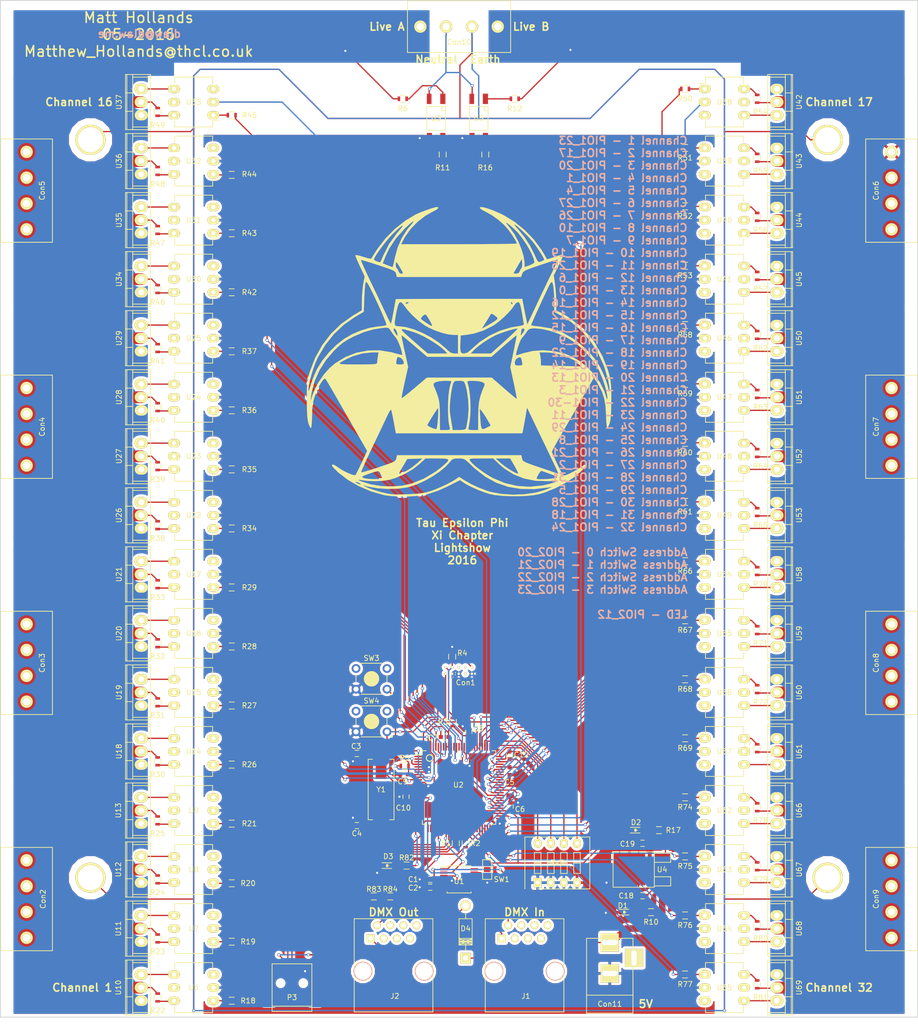
<source format=kicad_pcb>
(kicad_pcb (version 4) (host pcbnew 4.0.1-stable)
  (layers (0 F.Cu signal) (31 B.Cu signal) (34 B.Paste user) (35 F.Paste user) (36 B.SilkS user) (37 F.SilkS user) (38 B.Mask user) (39 F.Mask user) (44 Edge.Cuts user))
  (net 0 "")
  (net 1 +5V)
  (net 2 GND)
  (net 3 "Net-(C3-Pad1)")
  (net 4 "Net-(C4-Pad1)")
  (net 5 +3V3)
  (net 6 /Processor/RESET)
  (net 7 "Net-(Con1-Pad2)")
  (net 8 "Net-(Con1-Pad4)")
  (net 9 "Net-(Con1-Pad6)")
  (net 10 "Net-(Con1-Pad7)")
  (net 11 "Net-(Con1-Pad8)")
  (net 12 /Output1/LiveA)
  (net 13 /Output1/Live1)
  (net 14 /Output1/Live2)
  (net 15 /Output1/Live3)
  (net 16 /Output1/Live4)
  (net 17 /Output1/Live5)
  (net 18 /Output1/Live6)
  (net 19 /Output1/Live7)
  (net 20 /Output1/Live8)
  (net 21 /Output1/Live9)
  (net 22 /Output1/Live10)
  (net 23 /Output1/Live11)
  (net 24 /Output1/Live12)
  (net 25 /Output1/Live13)
  (net 26 /Output1/Live14)
  (net 27 /Output1/Live15)
  (net 28 /Output1/Live16)
  (net 29 /Power2/Live17)
  (net 30 /Power2/Live18)
  (net 31 /Power2/Live19)
  (net 32 /Power2/Live20)
  (net 33 /Power2/Live21)
  (net 34 /Power2/Live22)
  (net 35 /Power2/Live23)
  (net 36 /Power2/Live24)
  (net 37 /Power2/Live25)
  (net 38 /Power2/Live26)
  (net 39 /Power2/Live27)
  (net 40 /Power2/Live28)
  (net 41 /Power2/Live29)
  (net 42 /Power2/Live30)
  (net 43 /Power2/Live31)
  (net 44 /Power2/Live32)
  (net 45 "Net-(D1-Pad2)")
  (net 46 "Net-(D2-Pad2)")
  (net 47 "Net-(J1-Pad1)")
  (net 48 "Net-(J1-Pad2)")
  (net 49 "Net-(J1-Pad3)")
  (net 50 "Net-(J1-Pad4)")
  (net 51 "Net-(J1-Pad5)")
  (net 52 "Net-(J1-Pad6)")
  (net 53 "Net-(J1-Pad7)")
  (net 54 "Net-(J1-Pad8)")
  (net 55 "Net-(J2-Pad1)")
  (net 56 "Net-(J2-Pad2)")
  (net 57 "Net-(J2-Pad3)")
  (net 58 "Net-(J2-Pad4)")
  (net 59 "Net-(J2-Pad5)")
  (net 60 "Net-(J2-Pad6)")
  (net 61 "Net-(J2-Pad7)")
  (net 62 "Net-(J2-Pad8)")
  (net 63 "Net-(P3-Pad2)")
  (net 64 "Net-(P3-Pad3)")
  (net 65 "Net-(R1-Pad2)")
  (net 66 "Net-(R2-Pad2)")
  (net 67 "Net-(R6-Pad2)")
  (net 68 /Power/Zero_crossingA)
  (net 69 /Power/LiveB)
  (net 70 "Net-(R12-Pad2)")
  (net 71 /Power/Zero_crossingB)
  (net 72 "Net-(R18-Pad1)")
  (net 73 /Output1/CH1)
  (net 74 "Net-(R19-Pad1)")
  (net 75 /Output1/CH2)
  (net 76 "Net-(R20-Pad1)")
  (net 77 /Output1/CH3)
  (net 78 "Net-(R21-Pad1)")
  (net 79 /Output1/CH4)
  (net 80 "Net-(R22-Pad2)")
  (net 81 "Net-(R23-Pad2)")
  (net 82 "Net-(R24-Pad2)")
  (net 83 "Net-(R25-Pad2)")
  (net 84 "Net-(R26-Pad1)")
  (net 85 /Output1/CH5)
  (net 86 "Net-(R27-Pad1)")
  (net 87 /Output1/CH6)
  (net 88 "Net-(R28-Pad1)")
  (net 89 /Output1/CH7)
  (net 90 "Net-(R29-Pad1)")
  (net 91 /Output1/CH8)
  (net 92 "Net-(R30-Pad2)")
  (net 93 "Net-(R31-Pad2)")
  (net 94 "Net-(R32-Pad2)")
  (net 95 "Net-(R33-Pad2)")
  (net 96 "Net-(R34-Pad1)")
  (net 97 /Output1/CH9)
  (net 98 "Net-(R35-Pad1)")
  (net 99 /Output1/CH10)
  (net 100 "Net-(R36-Pad1)")
  (net 101 /Output1/CH11)
  (net 102 "Net-(R37-Pad1)")
  (net 103 /Output1/CH12)
  (net 104 "Net-(R38-Pad2)")
  (net 105 "Net-(R39-Pad2)")
  (net 106 "Net-(R40-Pad2)")
  (net 107 "Net-(R41-Pad2)")
  (net 108 "Net-(R42-Pad1)")
  (net 109 /Output1/CH13)
  (net 110 "Net-(R43-Pad1)")
  (net 111 /Output1/CH14)
  (net 112 "Net-(R44-Pad1)")
  (net 113 /Output1/CH15)
  (net 114 "Net-(R45-Pad1)")
  (net 115 /Output1/CH16)
  (net 116 "Net-(R46-Pad2)")
  (net 117 "Net-(R47-Pad2)")
  (net 118 "Net-(R48-Pad2)")
  (net 119 "Net-(R49-Pad2)")
  (net 120 "Net-(R50-Pad1)")
  (net 121 /Power2/CH17)
  (net 122 "Net-(R51-Pad1)")
  (net 123 /Power2/CH18)
  (net 124 "Net-(R52-Pad1)")
  (net 125 /Power2/CH19)
  (net 126 "Net-(R53-Pad1)")
  (net 127 "Net-(R54-Pad2)")
  (net 128 "Net-(R55-Pad2)")
  (net 129 "Net-(R56-Pad2)")
  (net 130 "Net-(R57-Pad2)")
  (net 131 "Net-(R58-Pad1)")
  (net 132 /Power2/CH21)
  (net 133 "Net-(R59-Pad1)")
  (net 134 /Power2/CH22)
  (net 135 "Net-(R60-Pad1)")
  (net 136 /Power2/CH23)
  (net 137 "Net-(R61-Pad1)")
  (net 138 /Power2/CH24)
  (net 139 "Net-(R62-Pad2)")
  (net 140 "Net-(R63-Pad2)")
  (net 141 "Net-(R64-Pad2)")
  (net 142 "Net-(R65-Pad2)")
  (net 143 "Net-(R66-Pad1)")
  (net 144 /Power2/CH25)
  (net 145 "Net-(R67-Pad1)")
  (net 146 /Power2/CH26)
  (net 147 "Net-(R68-Pad1)")
  (net 148 /Power2/CH27)
  (net 149 "Net-(R69-Pad1)")
  (net 150 /Power2/CH28)
  (net 151 "Net-(R70-Pad2)")
  (net 152 "Net-(R71-Pad2)")
  (net 153 "Net-(R72-Pad2)")
  (net 154 "Net-(R73-Pad2)")
  (net 155 "Net-(R74-Pad1)")
  (net 156 /Power2/CH29)
  (net 157 "Net-(R75-Pad1)")
  (net 158 /Power2/CH30)
  (net 159 "Net-(R76-Pad1)")
  (net 160 /Power2/CH31)
  (net 161 "Net-(R77-Pad1)")
  (net 162 /Power2/CH32)
  (net 163 "Net-(R78-Pad2)")
  (net 164 "Net-(R79-Pad2)")
  (net 165 "Net-(R80-Pad2)")
  (net 166 "Net-(R81-Pad2)")
  (net 167 "Net-(SW1-Pad2)")
  (net 168 "Net-(SW2-Pad8)")
  (net 169 "Net-(SW2-Pad7)")
  (net 170 "Net-(SW2-Pad6)")
  (net 171 "Net-(SW2-Pad5)")
  (net 172 "Net-(SW3-Pad1)")
  (net 173 /Front-End/TX_ENABLE)
  (net 174 /Front-End/RX_ENABLE)
  (net 175 /Front-End/RX)
  (net 176 "Net-(U2-Pad2)")
  (net 177 "Net-(U2-Pad3)")
  (net 178 "Net-(U2-Pad6)")
  (net 179 "Net-(U2-Pad15)")
  (net 180 "Net-(U2-Pad16)")
  (net 181 "Net-(U2-Pad19)")
  (net 182 "Net-(U2-Pad21)")
  (net 183 "Net-(U2-Pad24)")
  (net 184 "Net-(U2-Pad26)")
  (net 185 "Net-(U2-Pad27)")
  (net 186 "Net-(U2-Pad31)")
  (net 187 "Net-(U2-Pad32)")
  (net 188 "Net-(U2-Pad36)")
  (net 189 "Net-(U2-Pad37)")
  (net 190 "Net-(U2-Pad40)")
  (net 191 "Net-(U2-Pad41)")
  (net 192 "Net-(U2-Pad44)")
  (net 193 "Net-(U2-Pad45)")
  (net 194 "Net-(U2-Pad49)")
  (net 195 "Net-(U2-Pad50)")
  (net 196 "Net-(U2-Pad51)")
  (net 197 "Net-(U2-Pad58)")
  (net 198 "Net-(U2-Pad59)")
  (net 199 "Net-(U2-Pad64)")
  (net 200 "Net-(U2-Pad66)")
  (net 201 "Net-(U2-Pad68)")
  (net 202 "Net-(U2-Pad69)")
  (net 203 "Net-(U2-Pad83)")
  (net 204 "Net-(U2-Pad88)")
  (net 205 "Net-(U2-Pad90)")
  (net 206 "Net-(U2-Pad94)")
  (net 207 "Net-(U2-Pad95)")
  (net 208 "Net-(U6-Pad3)")
  (net 209 "Net-(U6-Pad5)")
  (net 210 "Net-(U7-Pad3)")
  (net 211 "Net-(U7-Pad5)")
  (net 212 "Net-(U8-Pad3)")
  (net 213 "Net-(U8-Pad5)")
  (net 214 "Net-(U9-Pad3)")
  (net 215 "Net-(U9-Pad5)")
  (net 216 "Net-(U14-Pad3)")
  (net 217 "Net-(U14-Pad4)")
  (net 218 "Net-(U14-Pad5)")
  (net 219 "Net-(U15-Pad3)")
  (net 220 "Net-(U15-Pad4)")
  (net 221 "Net-(U15-Pad5)")
  (net 222 "Net-(U16-Pad3)")
  (net 223 "Net-(U16-Pad4)")
  (net 224 "Net-(U16-Pad5)")
  (net 225 "Net-(U17-Pad3)")
  (net 226 "Net-(U17-Pad4)")
  (net 227 "Net-(U17-Pad5)")
  (net 228 "Net-(U22-Pad3)")
  (net 229 "Net-(U22-Pad4)")
  (net 230 "Net-(U22-Pad5)")
  (net 231 "Net-(U23-Pad3)")
  (net 232 "Net-(U23-Pad4)")
  (net 233 "Net-(U23-Pad5)")
  (net 234 "Net-(U24-Pad3)")
  (net 235 "Net-(U24-Pad4)")
  (net 236 "Net-(U24-Pad5)")
  (net 237 "Net-(U25-Pad3)")
  (net 238 "Net-(U25-Pad4)")
  (net 239 "Net-(U25-Pad5)")
  (net 240 "Net-(U30-Pad3)")
  (net 241 "Net-(U30-Pad4)")
  (net 242 "Net-(U30-Pad5)")
  (net 243 "Net-(U31-Pad3)")
  (net 244 "Net-(U31-Pad4)")
  (net 245 "Net-(U31-Pad5)")
  (net 246 "Net-(U32-Pad3)")
  (net 247 "Net-(U32-Pad4)")
  (net 248 "Net-(U32-Pad5)")
  (net 249 "Net-(U33-Pad3)")
  (net 250 "Net-(U33-Pad4)")
  (net 251 "Net-(U33-Pad5)")
  (net 252 "Net-(U38-Pad3)")
  (net 253 "Net-(U38-Pad4)")
  (net 254 "Net-(U38-Pad5)")
  (net 255 "Net-(U39-Pad3)")
  (net 256 "Net-(U39-Pad4)")
  (net 257 "Net-(U39-Pad5)")
  (net 258 "Net-(U40-Pad3)")
  (net 259 "Net-(U40-Pad4)")
  (net 260 "Net-(U40-Pad5)")
  (net 261 "Net-(U41-Pad3)")
  (net 262 "Net-(U41-Pad4)")
  (net 263 "Net-(U41-Pad5)")
  (net 264 "Net-(U46-Pad3)")
  (net 265 "Net-(U46-Pad4)")
  (net 266 "Net-(U46-Pad5)")
  (net 267 "Net-(U47-Pad3)")
  (net 268 "Net-(U47-Pad4)")
  (net 269 "Net-(U47-Pad5)")
  (net 270 "Net-(U48-Pad3)")
  (net 271 "Net-(U48-Pad4)")
  (net 272 "Net-(U48-Pad5)")
  (net 273 "Net-(U49-Pad3)")
  (net 274 "Net-(U49-Pad4)")
  (net 275 "Net-(U49-Pad5)")
  (net 276 "Net-(U54-Pad3)")
  (net 277 "Net-(U54-Pad4)")
  (net 278 "Net-(U54-Pad5)")
  (net 279 "Net-(U55-Pad3)")
  (net 280 "Net-(U55-Pad4)")
  (net 281 "Net-(U55-Pad5)")
  (net 282 "Net-(U56-Pad3)")
  (net 283 "Net-(U56-Pad4)")
  (net 284 "Net-(U56-Pad5)")
  (net 285 "Net-(U57-Pad3)")
  (net 286 "Net-(U57-Pad4)")
  (net 287 "Net-(U57-Pad5)")
  (net 288 "Net-(U62-Pad3)")
  (net 289 "Net-(U62-Pad4)")
  (net 290 "Net-(U62-Pad5)")
  (net 291 "Net-(U63-Pad3)")
  (net 292 "Net-(U63-Pad4)")
  (net 293 "Net-(U63-Pad5)")
  (net 294 "Net-(U64-Pad3)")
  (net 295 "Net-(U64-Pad4)")
  (net 296 "Net-(U64-Pad5)")
  (net 297 "Net-(U65-Pad3)")
  (net 298 "Net-(U65-Pad4)")
  (net 299 "Net-(U65-Pad5)")
  (net 300 "Net-(U10-Pad3)")
  (net 301 "Net-(U11-Pad3)")
  (net 302 "Net-(U12-Pad3)")
  (net 303 "Net-(U13-Pad3)")
  (net 304 "Net-(Con11-Pad3)")
  (net 305 /Power2/CH20)
  (net 306 /Power/Neutral)
  (net 307 /Earth)
  (net 308 "Net-(U2-Pad82)")
  (net 309 "Net-(R82-Pad1)")
  (net 310 "Net-(D3-Pad2)")
  (net 311 "Net-(D4-Pad2)")
  (net 312 "Net-(R83-Pad2)")
  (net 313 "Net-(P3-Pad4)")
  (module Capacitors_SMD:C_0603 (layer F.Cu) (at 162.179 187.452 90)
    (fp_text reference C12 (at 0.127 2.286 180) (layer F.SilkS))
    (fp_text value 0.01u)
    (pad 1 smd rect (at -0.75 0 90) (size 0.8 0.75) (layers F.Cu F.Paste F.Mask) (net 5 +3V3))
    (pad 2 smd rect (at 0.75 0 90) (size 0.8 0.75) (layers F.Cu F.Paste F.Mask) (net 2 GND))
  )
  (module Opto-Devices:Optocoupler_SMD_HandSoldering_KPC357_LTV35x_PC357_SingleChannel (layer F.Cu) (at 147.955 64.135 270)
    (fp_text reference U3 (at 0 0 360) (layer F.SilkS))
    (fp_text value LTV-354T*)
    (pad 2 smd rect (at -3.79984 1.34874 270) (size 1.99898 0.89916) (layers F.Cu F.Paste F.Mask) (net 306 /Power/Neutral))
    (pad 1 smd rect (at -3.79984 -1.30048 270) (size 1.99898 1.00076) (layers F.Cu F.Paste F.Mask) (net 67 "Net-(R6-Pad2)"))
    (pad 4 smd rect (at 3.79984 -1.30048 270) (size 1.99898 1.00076) (layers F.Cu F.Paste F.Mask) (net 68 /Power/Zero_crossingA))
    (pad 3 smd rect (at 3.79984 1.30048 270) (size 1.99898 1.00076) (layers F.Cu F.Paste F.Mask) (net 2 GND))
  )
  (module Connect:USB_Mini-B (layer F.Cu) (at 120.015 232.41 90)
    (fp_text reference P3 (at -1.905 0 180) (layer F.SilkS))
    (fp_text value USB_B)
    (pad 1 smd rect (at 3.44932 -1.6002 90) (size 2.30124 0.50038) (layers F.Cu F.Paste F.Mask) (net 311 "Net-(D4-Pad2)"))
    (pad 2 smd rect (at 3.44932 -0.8001 90) (size 2.30124 0.50038) (layers F.Cu F.Paste F.Mask) (net 63 "Net-(P3-Pad2)"))
    (pad 3 smd rect (at 3.44932 0 90) (size 2.30124 0.50038) (layers F.Cu F.Paste F.Mask) (net 64 "Net-(P3-Pad3)"))
    (pad 4 smd rect (at 3.44932 0.8001 90) (size 2.30124 0.50038) (layers F.Cu F.Paste F.Mask) (net 313 "Net-(P3-Pad4)"))
    (pad 5 smd rect (at 3.44932 1.6002 90) (size 2.30124 0.50038) (layers F.Cu F.Paste F.Mask) (net 2 GND))
    (pad 6 smd rect (at 3.35026 -4.45008 90) (size 2.49936 1.99898) (layers F.Cu F.Paste F.Mask))
    (pad 6 smd rect (at -2.14884 -4.45008 90) (size 2.49936 1.99898) (layers F.Cu F.Paste F.Mask))
    (pad 6 smd rect (at 3.35026 4.45008 90) (size 2.49936 1.99898) (layers F.Cu F.Paste F.Mask))
    (pad 6 smd rect (at -2.14884 4.45008 90) (size 2.49936 1.99898) (layers F.Cu F.Paste F.Mask))
    (pad "" np_thru_hole circle (at 0.8509 -2.19964 90) (size 0.89916 0.89916) (drill 0.89916) (layers *.Cu *.Mask F.SilkS))
    (pad "" np_thru_hole circle (at 0.8509 2.19964 90) (size 0.89916 0.89916) (drill 0.89916) (layers *.Cu *.Mask F.SilkS))
  )
  (module Connect:1pin (layer F.Cu) (at 80.9625 211.1375)
    (fp_text reference REF** hide)
    (fp_text value 1pin)
    (pad "" thru_hole circle (at 0 0) (size 5.842 5.842) (drill 4.826) (layers *.Cu *.Mask F.SilkS) (net 307 /Earth) (clearance 1.27))
  )
  (module Housings_DIP:DIP-6_W7.62mm_LongPads (layer F.Cu) (at 200.025 207.01)
    (fp_text reference U63 (at 3.81 2.54) (layer F.SilkS))
    (fp_text value AN-3003)
    (pad 1 thru_hole oval (at 0 0) (size 2.3 1.6) (drill 0.8) (layers *.Cu *.Mask F.SilkS) (net 157 "Net-(R75-Pad1)"))
    (pad 2 thru_hole oval (at 0 2.54) (size 2.3 1.6) (drill 0.8) (layers *.Cu *.Mask F.SilkS) (net 2 GND))
    (pad 3 thru_hole oval (at 0 5.08) (size 2.3 1.6) (drill 0.8) (layers *.Cu *.Mask F.SilkS) (net 291 "Net-(U63-Pad3)"))
    (pad 4 thru_hole oval (at 7.62 5.08) (size 2.3 1.6) (drill 0.8) (layers *.Cu *.Mask F.SilkS) (net 292 "Net-(U63-Pad4)"))
    (pad 5 thru_hole oval (at 7.62 2.54) (size 2.3 1.6) (drill 0.8) (layers *.Cu *.Mask F.SilkS) (net 293 "Net-(U63-Pad5)"))
    (pad 6 thru_hole oval (at 7.62 0) (size 2.3 1.6) (drill 0.8) (layers *.Cu *.Mask F.SilkS) (net 164 "Net-(R79-Pad2)"))
  )
  (module Components:Tep-silk (layer F.Cu) (at 152.4 109.22)
    (fp_text reference G*** hide)
    (fp_text value LOGO hide)
  )
  (module Housings_SSOP:TSSOP-14_4.4x5mm_Pitch0.65mm (layer F.Cu) (at 152.4 211.455)
    (fp_text reference U1 (at 0 0.381) (layer F.SilkS))
    (fp_text value MAX13450E)
    (pad 1 smd rect (at -2.95 -1.95) (size 1.45 0.45) (layers F.Cu F.Paste F.Mask) (net 173 /Front-End/TX_ENABLE))
    (pad 2 smd rect (at -2.95 -1.3) (size 1.45 0.45) (layers F.Cu F.Paste F.Mask) (net 174 /Front-End/RX_ENABLE))
    (pad 3 smd rect (at -2.95 -0.65) (size 1.45 0.45) (layers F.Cu F.Paste F.Mask) (net 175 /Front-End/RX))
    (pad 4 smd rect (at -2.95 0) (size 1.45 0.45) (layers F.Cu F.Paste F.Mask) (net 1 +5V))
    (pad 5 smd rect (at -2.95 0.65) (size 1.45 0.45) (layers F.Cu F.Paste F.Mask) (net 2 GND))
    (pad 6 smd rect (at -2.95 1.3) (size 1.45 0.45) (layers F.Cu F.Paste F.Mask) (net 1 +5V))
    (pad 7 smd rect (at -2.95 1.95) (size 1.45 0.45) (layers F.Cu F.Paste F.Mask) (net 175 /Front-End/RX))
    (pad 8 smd rect (at 2.95 1.95) (size 1.45 0.45) (layers F.Cu F.Paste F.Mask) (net 47 "Net-(J1-Pad1)"))
    (pad 9 smd rect (at 2.95 1.3) (size 1.45 0.45) (layers F.Cu F.Paste F.Mask) (net 48 "Net-(J1-Pad2)"))
    (pad 10 smd rect (at 2.95 0.65) (size 1.45 0.45) (layers F.Cu F.Paste F.Mask) (net 55 "Net-(J2-Pad1)"))
    (pad 11 smd rect (at 2.95 0) (size 1.45 0.45) (layers F.Cu F.Paste F.Mask) (net 2 GND))
    (pad 12 smd rect (at 2.95 -0.65) (size 1.45 0.45) (layers F.Cu F.Paste F.Mask) (net 56 "Net-(J2-Pad2)"))
    (pad 13 smd rect (at 2.95 -1.3) (size 1.45 0.45) (layers F.Cu F.Paste F.Mask) (net 2 GND))
    (pad 14 smd rect (at 2.95 -1.95) (size 1.45 0.45) (layers F.Cu F.Paste F.Mask) (net 167 "Net-(SW1-Pad2)"))
  )
  (module Components:Cortex-10-SWD (layer F.Cu) (at 152.3365 171.0055 90)
    (fp_text reference Con1 (at -2.3495 1.3335 180) (layer F.SilkS))
    (fp_text value Cortex-10-SWD)
    (pad 1 thru_hole circle (at -0.635 -2.54 90) (size 0.5 0.5) (drill 0.25) (layers *.Cu *.Mask F.SilkS) (net 5 +3V3))
    (pad 2 thru_hole circle (at 0.635 -2.54 90) (size 0.5 0.5) (drill 0.25) (layers *.Cu *.Mask F.SilkS) (net 7 "Net-(Con1-Pad2)"))
    (pad 3 thru_hole circle (at -0.635 -1.27 90) (size 0.5 0.5) (drill 0.25) (layers *.Cu *.Mask F.SilkS) (net 2 GND))
    (pad 4 thru_hole circle (at 0.635 -1.27 90) (size 0.5 0.5) (drill 0.25) (layers *.Cu *.Mask F.SilkS) (net 8 "Net-(Con1-Pad4)"))
    (pad 5 thru_hole circle (at -0.635 0 90) (size 0.5 0.5) (drill 0.25) (layers *.Cu *.Mask F.SilkS) (net 2 GND))
    (pad 6 thru_hole circle (at 0.635 0 90) (size 0.5 0.5) (drill 0.25) (layers *.Cu *.Mask F.SilkS) (net 9 "Net-(Con1-Pad6)"))
    (pad 7 thru_hole circle (at -0.635 1.27 90) (size 0.5 0.5) (drill 0.25) (layers *.Cu *.Mask F.SilkS) (net 10 "Net-(Con1-Pad7)"))
    (pad 8 thru_hole circle (at 0.635 1.27 90) (size 0.5 0.5) (drill 0.25) (layers *.Cu *.Mask F.SilkS) (net 11 "Net-(Con1-Pad8)"))
    (pad 9 thru_hole circle (at -0.635 2.54 90) (size 0.5 0.5) (drill 0.25) (layers *.Cu *.Mask F.SilkS) (net 2 GND))
    (pad 10 thru_hole circle (at 0.635 2.54 90) (size 0.5 0.5) (drill 0.25) (layers *.Cu *.Mask F.SilkS) (net 6 /Processor/RESET))
  )
  (module Housings_QFP:LQFP-100_14x14mm_Pitch0.5mm (layer F.Cu) (at 152.4 193.675)
    (fp_text reference U2 (at -0.127 -0.508) (layer F.SilkS))
    (fp_text value LPC11U68JBD100E)
    (pad 1 smd rect (at -7.9 -6) (size 1.5 0.28) (layers F.Cu F.Paste F.Mask) (net 171 "Net-(SW2-Pad5)"))
    (pad 2 smd rect (at -7.9 -5.5) (size 1.5 0.28) (layers F.Cu F.Paste F.Mask) (net 176 "Net-(U2-Pad2)"))
    (pad 3 smd rect (at -7.9 -5) (size 1.5 0.28) (layers F.Cu F.Paste F.Mask) (net 177 "Net-(U2-Pad3)"))
    (pad 4 smd rect (at -7.9 -4.5) (size 1.5 0.28) (layers F.Cu F.Paste F.Mask) (net 99 /Output1/CH10))
    (pad 5 smd rect (at -7.9 -4) (size 1.5 0.28) (layers F.Cu F.Paste F.Mask) (net 2 GND))
    (pad 6 smd rect (at -7.9 -3.5) (size 1.5 0.28) (layers F.Cu F.Paste F.Mask) (net 178 "Net-(U2-Pad6)"))
    (pad 7 smd rect (at -7.9 -3) (size 1.5 0.28) (layers F.Cu F.Paste F.Mask) (net 2 GND))
    (pad 8 smd rect (at -7.9 -2.5) (size 1.5 0.28) (layers F.Cu F.Paste F.Mask) (net 6 /Processor/RESET))
    (pad 9 smd rect (at -7.9 -2) (size 1.5 0.28) (layers F.Cu F.Paste F.Mask) (net 172 "Net-(SW3-Pad1)"))
    (pad 10 smd rect (at -7.9 -1.5) (size 1.5 0.28) (layers F.Cu F.Paste F.Mask) (net 97 /Output1/CH9))
    (pad 11 smd rect (at -7.9 -1) (size 1.5 0.28) (layers F.Cu F.Paste F.Mask) (net 2 GND))
    (pad 12 smd rect (at -7.9 -0.5) (size 1.5 0.28) (layers F.Cu F.Paste F.Mask) (net 3 "Net-(C3-Pad1)"))
    (pad 13 smd rect (at -7.9 0) (size 1.5 0.28) (layers F.Cu F.Paste F.Mask) (net 4 "Net-(C4-Pad1)"))
    (pad 14 smd rect (at -7.9 0.5) (size 1.5 0.28) (layers F.Cu F.Paste F.Mask) (net 5 +3V3))
    (pad 15 smd rect (at -7.9 1) (size 1.5 0.28) (layers F.Cu F.Paste F.Mask) (net 179 "Net-(U2-Pad15)"))
    (pad 16 smd rect (at -7.9 1.5) (size 1.5 0.28) (layers F.Cu F.Paste F.Mask) (net 180 "Net-(U2-Pad16)"))
    (pad 17 smd rect (at -7.9 2) (size 1.5 0.28) (layers F.Cu F.Paste F.Mask) (net 175 /Front-End/RX))
    (pad 18 smd rect (at -7.9 2.5) (size 1.5 0.28) (layers F.Cu F.Paste F.Mask) (net 91 /Output1/CH8))
    (pad 19 smd rect (at -7.9 3) (size 1.5 0.28) (layers F.Cu F.Paste F.Mask) (net 181 "Net-(U2-Pad19)"))
    (pad 20 smd rect (at -7.9 3.5) (size 1.5 0.28) (layers F.Cu F.Paste F.Mask) (net 89 /Output1/CH7))
    (pad 21 smd rect (at -7.9 4) (size 1.5 0.28) (layers F.Cu F.Paste F.Mask) (net 182 "Net-(U2-Pad21)"))
    (pad 22 smd rect (at -7.9 4.5) (size 1.5 0.28) (layers F.Cu F.Paste F.Mask) (net 87 /Output1/CH6))
    (pad 23 smd rect (at -7.9 5) (size 1.5 0.28) (layers F.Cu F.Paste F.Mask) (net 85 /Output1/CH5))
    (pad 24 smd rect (at -7.9 5.5) (size 1.5 0.28) (layers F.Cu F.Paste F.Mask) (net 183 "Net-(U2-Pad24)"))
    (pad 25 smd rect (at -7.9 6) (size 1.5 0.28) (layers F.Cu F.Paste F.Mask) (net 309 "Net-(R82-Pad1)"))
    (pad 26 smd rect (at -6 7.9 90) (size 1.5 0.28) (layers F.Cu F.Paste F.Mask) (net 184 "Net-(U2-Pad26)"))
    (pad 27 smd rect (at -5.5 7.9 90) (size 1.5 0.28) (layers F.Cu F.Paste F.Mask) (net 185 "Net-(U2-Pad27)"))
    (pad 28 smd rect (at -5 7.9 90) (size 1.5 0.28) (layers F.Cu F.Paste F.Mask) (net 79 /Output1/CH4))
    (pad 29 smd rect (at -4.5 7.9 90) (size 1.5 0.28) (layers F.Cu F.Paste F.Mask) (net 77 /Output1/CH3))
    (pad 30 smd rect (at -4 7.9 90) (size 1.5 0.28) (layers F.Cu F.Paste F.Mask) (net 312 "Net-(R83-Pad2)"))
    (pad 31 smd rect (at -3.5 7.9 90) (size 1.5 0.28) (layers F.Cu F.Paste F.Mask) (net 186 "Net-(U2-Pad31)"))
    (pad 32 smd rect (at -3 7.9 90) (size 1.5 0.28) (layers F.Cu F.Paste F.Mask) (net 187 "Net-(U2-Pad32)"))
    (pad 33 smd rect (at -2.5 7.9 90) (size 1.5 0.28) (layers F.Cu F.Paste F.Mask) (net 174 /Front-End/RX_ENABLE))
    (pad 34 smd rect (at -2 7.9 90) (size 1.5 0.28) (layers F.Cu F.Paste F.Mask) (net 75 /Output1/CH2))
    (pad 35 smd rect (at -1.5 7.9 90) (size 1.5 0.28) (layers F.Cu F.Paste F.Mask) (net 73 /Output1/CH1))
    (pad 36 smd rect (at -1 7.9 90) (size 1.5 0.28) (layers F.Cu F.Paste F.Mask) (net 188 "Net-(U2-Pad36)"))
    (pad 37 smd rect (at -0.5 7.9 90) (size 1.5 0.28) (layers F.Cu F.Paste F.Mask) (net 189 "Net-(U2-Pad37)"))
    (pad 38 smd rect (at 0 7.9 90) (size 1.5 0.28) (layers F.Cu F.Paste F.Mask) (net 65 "Net-(R1-Pad2)"))
    (pad 39 smd rect (at 0.5 7.9 90) (size 1.5 0.28) (layers F.Cu F.Paste F.Mask) (net 66 "Net-(R2-Pad2)"))
    (pad 40 smd rect (at 1 7.9 90) (size 1.5 0.28) (layers F.Cu F.Paste F.Mask) (net 190 "Net-(U2-Pad40)"))
    (pad 41 smd rect (at 1.5 7.9 90) (size 1.5 0.28) (layers F.Cu F.Paste F.Mask) (net 191 "Net-(U2-Pad41)"))
    (pad 42 smd rect (at 2 7.9 90) (size 1.5 0.28) (layers F.Cu F.Paste F.Mask) (net 162 /Power2/CH32))
    (pad 43 smd rect (at 2.5 7.9 90) (size 1.5 0.28) (layers F.Cu F.Paste F.Mask) (net 160 /Power2/CH31))
    (pad 44 smd rect (at 3 7.9 90) (size 1.5 0.28) (layers F.Cu F.Paste F.Mask) (net 192 "Net-(U2-Pad44)"))
    (pad 45 smd rect (at 3.5 7.9 90) (size 1.5 0.28) (layers F.Cu F.Paste F.Mask) (net 193 "Net-(U2-Pad45)"))
    (pad 46 smd rect (at 4 7.9 90) (size 1.5 0.28) (layers F.Cu F.Paste F.Mask) (net 158 /Power2/CH30))
    (pad 47 smd rect (at 4.5 7.9 90) (size 1.5 0.28) (layers F.Cu F.Paste F.Mask) (net 156 /Power2/CH29))
    (pad 48 smd rect (at 5 7.9 90) (size 1.5 0.28) (layers F.Cu F.Paste F.Mask) (net 150 /Power2/CH28))
    (pad 49 smd rect (at 5.5 7.9 90) (size 1.5 0.28) (layers F.Cu F.Paste F.Mask) (net 194 "Net-(U2-Pad49)"))
    (pad 50 smd rect (at 6 7.9 90) (size 1.5 0.28) (layers F.Cu F.Paste F.Mask) (net 195 "Net-(U2-Pad50)"))
    (pad 51 smd rect (at 7.9 6) (size 1.5 0.28) (layers F.Cu F.Paste F.Mask) (net 196 "Net-(U2-Pad51)"))
    (pad 52 smd rect (at 7.9 5.5) (size 1.5 0.28) (layers F.Cu F.Paste F.Mask) (net 71 /Power/Zero_crossingB))
    (pad 53 smd rect (at 7.9 5) (size 1.5 0.28) (layers F.Cu F.Paste F.Mask) (net 2 GND))
    (pad 54 smd rect (at 7.9 4.5) (size 1.5 0.28) (layers F.Cu F.Paste F.Mask) (net 5 +3V3))
    (pad 55 smd rect (at 7.9 4) (size 1.5 0.28) (layers F.Cu F.Paste F.Mask) (net 148 /Power2/CH27))
    (pad 56 smd rect (at 7.9 3.5) (size 1.5 0.28) (layers F.Cu F.Paste F.Mask) (net 146 /Power2/CH26))
    (pad 57 smd rect (at 7.9 3) (size 1.5 0.28) (layers F.Cu F.Paste F.Mask) (net 68 /Power/Zero_crossingA))
    (pad 58 smd rect (at 7.9 2.5) (size 1.5 0.28) (layers F.Cu F.Paste F.Mask) (net 197 "Net-(U2-Pad58)"))
    (pad 59 smd rect (at 7.9 2) (size 1.5 0.28) (layers F.Cu F.Paste F.Mask) (net 198 "Net-(U2-Pad59)"))
    (pad 60 smd rect (at 7.9 1.5) (size 1.5 0.28) (layers F.Cu F.Paste F.Mask) (net 8 "Net-(Con1-Pad4)"))
    (pad 61 smd rect (at 7.9 1) (size 1.5 0.28) (layers F.Cu F.Paste F.Mask) (net 144 /Power2/CH25))
    (pad 62 smd rect (at 7.9 0.5) (size 1.5 0.28) (layers F.Cu F.Paste F.Mask) (net 173 /Front-End/TX_ENABLE))
    (pad 63 smd rect (at 7.9 0) (size 1.5 0.28) (layers F.Cu F.Paste F.Mask) (net 138 /Power2/CH24))
    (pad 64 smd rect (at 7.9 -0.5) (size 1.5 0.28) (layers F.Cu F.Paste F.Mask) (net 199 "Net-(U2-Pad64)"))
    (pad 65 smd rect (at 7.9 -1) (size 1.5 0.28) (layers F.Cu F.Paste F.Mask) (net 136 /Power2/CH23))
    (pad 66 smd rect (at 7.9 -1.5) (size 1.5 0.28) (layers F.Cu F.Paste F.Mask) (net 200 "Net-(U2-Pad66)"))
    (pad 67 smd rect (at 7.9 -2) (size 1.5 0.28) (layers F.Cu F.Paste F.Mask) (net 134 /Power2/CH22))
    (pad 68 smd rect (at 7.9 -2.5) (size 1.5 0.28) (layers F.Cu F.Paste F.Mask) (net 201 "Net-(U2-Pad68)"))
    (pad 69 smd rect (at 7.9 -3) (size 1.5 0.28) (layers F.Cu F.Paste F.Mask) (net 202 "Net-(U2-Pad69)"))
    (pad 70 smd rect (at 7.9 -3.5) (size 1.5 0.28) (layers F.Cu F.Paste F.Mask) (net 2 GND))
    (pad 71 smd rect (at 7.9 -4) (size 1.5 0.28) (layers F.Cu F.Paste F.Mask) (net 5 +3V3))
    (pad 72 smd rect (at 7.9 -4.5) (size 1.5 0.28) (layers F.Cu F.Paste F.Mask) (net 132 /Power2/CH21))
    (pad 73 smd rect (at 7.9 -5) (size 1.5 0.28) (layers F.Cu F.Paste F.Mask) (net 5 +3V3))
    (pad 74 smd rect (at 7.9 -5.5) (size 1.5 0.28) (layers F.Cu F.Paste F.Mask) (net 2 GND))
    (pad 75 smd rect (at 7.9 -6) (size 1.5 0.28) (layers F.Cu F.Paste F.Mask) (net 168 "Net-(SW2-Pad8)"))
    (pad 76 smd rect (at 6 -7.9 90) (size 1.5 0.28) (layers F.Cu F.Paste F.Mask) (net 169 "Net-(SW2-Pad7)"))
    (pad 77 smd rect (at 5.5 -7.9 90) (size 1.5 0.28) (layers F.Cu F.Paste F.Mask) (net 170 "Net-(SW2-Pad6)"))
    (pad 78 smd rect (at 5 -7.9 90) (size 1.5 0.28) (layers F.Cu F.Paste F.Mask) (net 305 /Power2/CH20))
    (pad 79 smd rect (at 4.5 -7.9 90) (size 1.5 0.28) (layers F.Cu F.Paste F.Mask) (net 125 /Power2/CH19))
    (pad 80 smd rect (at 4 -7.9 90) (size 1.5 0.28) (layers F.Cu F.Paste F.Mask) (net 123 /Power2/CH18))
    (pad 81 smd rect (at 3.5 -7.9 90) (size 1.5 0.28) (layers F.Cu F.Paste F.Mask) (net 7 "Net-(Con1-Pad2)"))
    (pad 82 smd rect (at 3 -7.9 90) (size 1.5 0.28) (layers F.Cu F.Paste F.Mask) (net 308 "Net-(U2-Pad82)"))
    (pad 83 smd rect (at 2.5 -7.9 90) (size 1.5 0.28) (layers F.Cu F.Paste F.Mask) (net 203 "Net-(U2-Pad83)"))
    (pad 84 smd rect (at 2 -7.9 90) (size 1.5 0.28) (layers F.Cu F.Paste F.Mask) (net 5 +3V3))
    (pad 85 smd rect (at 1.5 -7.9 90) (size 1.5 0.28) (layers F.Cu F.Paste F.Mask) (net 2 GND))
    (pad 86 smd rect (at 1 -7.9 90) (size 1.5 0.28) (layers F.Cu F.Paste F.Mask) (net 121 /Power2/CH17))
    (pad 87 smd rect (at 0.5 -7.9 90) (size 1.5 0.28) (layers F.Cu F.Paste F.Mask) (net 115 /Output1/CH16))
    (pad 88 smd rect (at 0 -7.9 90) (size 1.5 0.28) (layers F.Cu F.Paste F.Mask) (net 204 "Net-(U2-Pad88)"))
    (pad 89 smd rect (at -0.5 -7.9 90) (size 1.5 0.28) (layers F.Cu F.Paste F.Mask) (net 113 /Output1/CH15))
    (pad 90 smd rect (at -1 -7.9 90) (size 1.5 0.28) (layers F.Cu F.Paste F.Mask) (net 205 "Net-(U2-Pad90)"))
    (pad 91 smd rect (at -1.5 -7.9 90) (size 1.5 0.28) (layers F.Cu F.Paste F.Mask) (net 2 GND))
    (pad 92 smd rect (at -2 -7.9 90) (size 1.5 0.28) (layers F.Cu F.Paste F.Mask) (net 5 +3V3))
    (pad 93 smd rect (at -2.5 -7.9 90) (size 1.5 0.28) (layers F.Cu F.Paste F.Mask) (net 5 +3V3))
    (pad 94 smd rect (at -3 -7.9 90) (size 1.5 0.28) (layers F.Cu F.Paste F.Mask) (net 206 "Net-(U2-Pad94)"))
    (pad 95 smd rect (at -3.5 -7.9 90) (size 1.5 0.28) (layers F.Cu F.Paste F.Mask) (net 207 "Net-(U2-Pad95)"))
    (pad 96 smd rect (at -4 -7.9 90) (size 1.5 0.28) (layers F.Cu F.Paste F.Mask) (net 111 /Output1/CH14))
    (pad 97 smd rect (at -4.5 -7.9 90) (size 1.5 0.28) (layers F.Cu F.Paste F.Mask) (net 109 /Output1/CH13))
    (pad 98 smd rect (at -5 -7.9 90) (size 1.5 0.28) (layers F.Cu F.Paste F.Mask) (net 103 /Output1/CH12))
    (pad 99 smd rect (at -5.5 -7.9 90) (size 1.5 0.28) (layers F.Cu F.Paste F.Mask) (net 5 +3V3))
    (pad 100 smd rect (at -6 -7.9 90) (size 1.5 0.28) (layers F.Cu F.Paste F.Mask) (net 101 /Output1/CH11))
  )
  (module Resistors_SMD:R_0603 (layer F.Cu) (at 151.0665 168.3385 90)
    (fp_text reference R4 (at 0.6985 1.9685 180) (layer F.SilkS))
    (fp_text value 10k)
    (pad 1 smd rect (at -0.75 0 90) (size 0.5 0.9) (layers F.Cu F.Paste F.Mask) (net 8 "Net-(Con1-Pad4)"))
    (pad 2 smd rect (at 0.75 0 90) (size 0.5 0.9) (layers F.Cu F.Paste F.Mask) (net 2 GND))
  )
  (module Resistors_SMD:R_0603 (layer F.Cu) (at 108.331 200.66)
    (fp_text reference R21 (at 3.429 0) (layer F.SilkS))
    (fp_text value 200R)
    (pad 1 smd rect (at -0.75 0) (size 0.5 0.9) (layers F.Cu F.Paste F.Mask) (net 78 "Net-(R21-Pad1)"))
    (pad 2 smd rect (at 0.75 0) (size 0.5 0.9) (layers F.Cu F.Paste F.Mask) (net 79 /Output1/CH4))
  )
  (module Opto-Devices:Optocoupler_SMD_HandSoldering_KPC357_LTV35x_PC357_SingleChannel (layer F.Cu) (at 156.21 64.135 270)
    (fp_text reference U5 (at 0 0 360) (layer F.SilkS))
    (fp_text value LTV-354T*)
    (pad 2 smd rect (at -3.79984 1.34874 270) (size 1.99898 0.89916) (layers F.Cu F.Paste F.Mask) (net 306 /Power/Neutral))
    (pad 1 smd rect (at -3.79984 -1.30048 270) (size 1.99898 1.00076) (layers F.Cu F.Paste F.Mask) (net 70 "Net-(R12-Pad2)"))
    (pad 4 smd rect (at 3.79984 -1.30048 270) (size 1.99898 1.00076) (layers F.Cu F.Paste F.Mask) (net 71 /Power/Zero_crossingB))
    (pad 3 smd rect (at 3.79984 1.30048 270) (size 1.99898 1.00076) (layers F.Cu F.Paste F.Mask) (net 2 GND))
  )
  (module Resistors_SMD:R_0603 (layer F.Cu) (at 93.98 85.725 270)
    (fp_text reference R47 (at 2.54 0 360) (layer F.SilkS))
    (fp_text value 180R)
    (pad 1 smd rect (at -0.75 0 270) (size 0.5 0.9) (layers F.Cu F.Paste F.Mask) (net 26 /Output1/Live14))
    (pad 2 smd rect (at 0.75 0 270) (size 0.5 0.9) (layers F.Cu F.Paste F.Mask) (net 117 "Net-(R47-Pad2)"))
  )
  (module Power_Integrations:TO-220 (layer F.Cu) (at 90.805 220.98 90)
    (fp_text reference U11 (at 0 -4.445 90) (layer F.SilkS))
    (fp_text value BTA20)
    (pad 2 thru_hole oval (at 0 0 90) (size 2.032 2.54) (drill 1.143) (layers *.Cu *.Mask F.SilkS) (net 14 /Output1/Live2))
    (pad 3 thru_hole oval (at 2.54 0 90) (size 2.032 2.54) (drill 1.143) (layers *.Cu *.Mask F.SilkS) (net 301 "Net-(U11-Pad3)"))
    (pad 1 thru_hole oval (at -2.54 0 90) (size 2.032 2.54) (drill 1.143) (layers *.Cu *.Mask F.SilkS) (net 12 /Output1/LiveA))
  )
  (module Housings_DIP:DIP-6_W7.62mm_LongPads (layer F.Cu) (at 104.775 189.23 180)
    (fp_text reference U14 (at 3.81 2.54 180) (layer F.SilkS))
    (fp_text value AN-3003)
    (pad 1 thru_hole oval (at 0 0 180) (size 2.3 1.6) (drill 0.8) (layers *.Cu *.Mask F.SilkS) (net 84 "Net-(R26-Pad1)"))
    (pad 2 thru_hole oval (at 0 2.54 180) (size 2.3 1.6) (drill 0.8) (layers *.Cu *.Mask F.SilkS) (net 2 GND))
    (pad 3 thru_hole oval (at 0 5.08 180) (size 2.3 1.6) (drill 0.8) (layers *.Cu *.Mask F.SilkS) (net 216 "Net-(U14-Pad3)"))
    (pad 4 thru_hole oval (at 7.62 5.08 180) (size 2.3 1.6) (drill 0.8) (layers *.Cu *.Mask F.SilkS) (net 217 "Net-(U14-Pad4)"))
    (pad 5 thru_hole oval (at 7.62 2.54 180) (size 2.3 1.6) (drill 0.8) (layers *.Cu *.Mask F.SilkS) (net 218 "Net-(U14-Pad5)"))
    (pad 6 thru_hole oval (at 7.62 0 180) (size 2.3 1.6) (drill 0.8) (layers *.Cu *.Mask F.SilkS) (net 92 "Net-(R30-Pad2)"))
  )
  (module Housings_DIP:DIP-6_W7.62mm_LongPads (layer F.Cu) (at 104.775 234.95 180)
    (fp_text reference U6 (at 3.81 2.54 180) (layer F.SilkS))
    (fp_text value AN-3003)
    (pad 1 thru_hole oval (at 0 0 180) (size 2.3 1.6) (drill 0.8) (layers *.Cu *.Mask F.SilkS) (net 72 "Net-(R18-Pad1)"))
    (pad 2 thru_hole oval (at 0 2.54 180) (size 2.3 1.6) (drill 0.8) (layers *.Cu *.Mask F.SilkS) (net 2 GND))
    (pad 3 thru_hole oval (at 0 5.08 180) (size 2.3 1.6) (drill 0.8) (layers *.Cu *.Mask F.SilkS) (net 208 "Net-(U6-Pad3)"))
    (pad 4 thru_hole oval (at 7.62 5.08 180) (size 2.3 1.6) (drill 0.8) (layers *.Cu *.Mask F.SilkS) (net 300 "Net-(U10-Pad3)"))
    (pad 5 thru_hole oval (at 7.62 2.54 180) (size 2.3 1.6) (drill 0.8) (layers *.Cu *.Mask F.SilkS) (net 209 "Net-(U6-Pad5)"))
    (pad 6 thru_hole oval (at 7.62 0 180) (size 2.3 1.6) (drill 0.8) (layers *.Cu *.Mask F.SilkS) (net 80 "Net-(R22-Pad2)"))
  )
  (module Capacitors_SMD:C_0603 (layer F.Cu) (at 146.812 211.455 180)
    (fp_text reference C1 (at 3.302 0 180) (layer F.SilkS))
    (fp_text value 0.1uF)
    (pad 1 smd rect (at -0.75 0 180) (size 0.8 0.75) (layers F.Cu F.Paste F.Mask) (net 1 +5V))
    (pad 2 smd rect (at 0.75 0 180) (size 0.8 0.75) (layers F.Cu F.Paste F.Mask) (net 2 GND))
  )
  (module Capacitors_SMD:C_0603 (layer F.Cu) (at 146.812 212.979 180)
    (fp_text reference C2 (at 3.302 -0.127 180) (layer F.SilkS))
    (fp_text value 0.1uF)
    (pad 1 smd rect (at -0.75 0 180) (size 0.8 0.75) (layers F.Cu F.Paste F.Mask) (net 1 +5V))
    (pad 2 smd rect (at 0.75 0 180) (size 0.8 0.75) (layers F.Cu F.Paste F.Mask) (net 2 GND))
  )
  (module Capacitors_SMD:C_0603 (layer F.Cu) (at 132.588 187.071 180)
    (fp_text reference C3 (at 0.127 1.397 180) (layer F.SilkS))
    (fp_text value 18/39pf)
    (pad 1 smd rect (at -0.75 0 180) (size 0.8 0.75) (layers F.Cu F.Paste F.Mask) (net 3 "Net-(C3-Pad1)"))
    (pad 2 smd rect (at 0.75 0 180) (size 0.8 0.75) (layers F.Cu F.Paste F.Mask) (net 2 GND))
  )
  (module Capacitors_SMD:C_0603 (layer F.Cu) (at 132.588 201.041 180)
    (fp_text reference C4 (at 0 -1.524 180) (layer F.SilkS))
    (fp_text value 18/39pf)
    (pad 1 smd rect (at -0.75 0 180) (size 0.8 0.75) (layers F.Cu F.Paste F.Mask) (net 4 "Net-(C4-Pad1)"))
    (pad 2 smd rect (at 0.75 0 180) (size 0.8 0.75) (layers F.Cu F.Paste F.Mask) (net 2 GND))
  )
  (module Capacitors_SMD:C_0603 (layer F.Cu) (at 162.179 190.5 270)
    (fp_text reference C5 (at 2.159 0 360) (layer F.SilkS))
    (fp_text value 0.01u)
    (pad 1 smd rect (at -0.75 0 270) (size 0.8 0.75) (layers F.Cu F.Paste F.Mask) (net 5 +3V3))
    (pad 2 smd rect (at 0.75 0 270) (size 0.8 0.75) (layers F.Cu F.Paste F.Mask) (net 2 GND))
  )
  (module Capacitors_SMD:C_0603 (layer F.Cu) (at 162.306 197.358 90)
    (fp_text reference C6 (at -0.508 1.905 180) (layer F.SilkS))
    (fp_text value 0.01u)
    (pad 1 smd rect (at -0.75 0 90) (size 0.8 0.75) (layers F.Cu F.Paste F.Mask) (net 5 +3V3))
    (pad 2 smd rect (at 0.75 0 90) (size 0.8 0.75) (layers F.Cu F.Paste F.Mask) (net 2 GND))
  )
  (module Capacitors_SMD:C_0603 (layer F.Cu) (at 149.606 183.896 180)
    (fp_text reference C7 (at 2.286 -0.127 180) (layer F.SilkS))
    (fp_text value 0.01u)
    (pad 1 smd rect (at -0.75 0 180) (size 0.8 0.75) (layers F.Cu F.Paste F.Mask) (net 5 +3V3))
    (pad 2 smd rect (at 0.75 0 180) (size 0.8 0.75) (layers F.Cu F.Paste F.Mask) (net 2 GND))
  )
  (module Capacitors_SMD:C_0603 (layer F.Cu) (at 154.305 182.88 270)
    (fp_text reference C8 (at -0.635 -1.905 360) (layer F.SilkS))
    (fp_text value 0.01u)
    (pad 1 smd rect (at -0.75 0 270) (size 0.8 0.75) (layers F.Cu F.Paste F.Mask) (net 2 GND))
    (pad 2 smd rect (at 0.75 0 270) (size 0.8 0.75) (layers F.Cu F.Paste F.Mask) (net 5 +3V3))
  )
  (module Capacitors_SMD:C_0603 (layer F.Cu) (at 141.732 191.135 180)
    (fp_text reference C9 (at 0.254 -1.397 180) (layer F.SilkS))
    (fp_text value 1nF)
    (pad 1 smd rect (at -0.75 0 180) (size 0.8 0.75) (layers F.Cu F.Paste F.Mask) (net 6 /Processor/RESET))
    (pad 2 smd rect (at 0.75 0 180) (size 0.8 0.75) (layers F.Cu F.Paste F.Mask) (net 2 GND))
  )
  (module Capacitors_SMD:C_0603 (layer F.Cu) (at 142.113 195.453 270)
    (fp_text reference C10 (at 2.159 0.508 360) (layer F.SilkS))
    (fp_text value 0.01u)
    (pad 1 smd rect (at -0.75 0 270) (size 0.8 0.75) (layers F.Cu F.Paste F.Mask) (net 5 +3V3))
    (pad 2 smd rect (at 0.75 0 270) (size 0.8 0.75) (layers F.Cu F.Paste F.Mask) (net 2 GND))
  )
  (module Capacitors_SMD:C_0603 (layer F.Cu) (at 187.96 214.63 180)
    (fp_text reference C18 (at 3.175 0 180) (layer F.SilkS))
    (fp_text value 10u)
    (pad 1 smd rect (at -0.75 0 180) (size 0.8 0.75) (layers F.Cu F.Paste F.Mask) (net 1 +5V))
    (pad 2 smd rect (at 0.75 0 180) (size 0.8 0.75) (layers F.Cu F.Paste F.Mask) (net 2 GND))
  )
  (module Capacitors_SMD:C_0603 (layer F.Cu) (at 187.96 204.47 180)
    (fp_text reference C19 (at 2.921 -0.127 180) (layer F.SilkS))
    (fp_text value 10u)
    (pad 1 smd rect (at -0.75 0 180) (size 0.8 0.75) (layers F.Cu F.Paste F.Mask) (net 5 +3V3))
    (pad 2 smd rect (at 0.75 0 180) (size 0.8 0.75) (layers F.Cu F.Paste F.Mask) (net 2 GND))
  )
  (module Components:Screw-terminal (layer F.Cu) (at 68.58 215.265 90)
    (fp_text reference Con2 (at 0 3.175 270) (layer F.SilkS))
    (fp_text value Screw-terminal)
    (pad 1 thru_hole circle (at -7.5 0 90) (size 2.4 2.4) (drill 1.4) (layers *.Cu *.Mask F.SilkS) (net 13 /Output1/Live1))
    (pad 2 thru_hole circle (at -2.5 0 90) (size 2.4 2.4) (drill 1.4) (layers *.Cu *.Mask F.SilkS) (net 14 /Output1/Live2))
    (pad 3 thru_hole circle (at 2.5 0 90) (size 2.4 2.4) (drill 1.4) (layers *.Cu *.Mask F.SilkS) (net 15 /Output1/Live3))
    (pad 4 thru_hole circle (at 7.5 0 90) (size 2.4 2.4) (drill 1.4) (layers *.Cu *.Mask F.SilkS) (net 16 /Output1/Live4))
  )
  (module Components:Screw-terminal (layer F.Cu) (at 68.58 169.545 90)
    (fp_text reference Con3 (at 0 3 90) (layer F.SilkS))
    (fp_text value Screw-terminal)
    (pad 1 thru_hole circle (at -7.5 0 90) (size 2.4 2.4) (drill 1.4) (layers *.Cu *.Mask F.SilkS) (net 17 /Output1/Live5))
    (pad 2 thru_hole circle (at -2.5 0 90) (size 2.4 2.4) (drill 1.4) (layers *.Cu *.Mask F.SilkS) (net 18 /Output1/Live6))
    (pad 3 thru_hole circle (at 2.5 0 90) (size 2.4 2.4) (drill 1.4) (layers *.Cu *.Mask F.SilkS) (net 19 /Output1/Live7))
    (pad 4 thru_hole circle (at 7.5 0 90) (size 2.4 2.4) (drill 1.4) (layers *.Cu *.Mask F.SilkS) (net 20 /Output1/Live8))
  )
  (module Components:Screw-terminal (layer F.Cu) (at 68.58 123.825 90)
    (fp_text reference Con4 (at 0 3 90) (layer F.SilkS))
    (fp_text value Screw-terminal)
    (pad 1 thru_hole circle (at -7.5 0 90) (size 2.4 2.4) (drill 1.4) (layers *.Cu *.Mask F.SilkS) (net 21 /Output1/Live9))
    (pad 2 thru_hole circle (at -2.5 0 90) (size 2.4 2.4) (drill 1.4) (layers *.Cu *.Mask F.SilkS) (net 22 /Output1/Live10))
    (pad 3 thru_hole circle (at 2.5 0 90) (size 2.4 2.4) (drill 1.4) (layers *.Cu *.Mask F.SilkS) (net 23 /Output1/Live11))
    (pad 4 thru_hole circle (at 7.5 0 90) (size 2.4 2.4) (drill 1.4) (layers *.Cu *.Mask F.SilkS) (net 24 /Output1/Live12))
  )
  (module Components:Screw-terminal (layer F.Cu) (at 68.58 78.105 90)
    (fp_text reference Con5 (at 0 3 90) (layer F.SilkS))
    (fp_text value Screw-terminal)
    (pad 1 thru_hole circle (at -7.5 0 90) (size 2.4 2.4) (drill 1.4) (layers *.Cu *.Mask F.SilkS) (net 25 /Output1/Live13))
    (pad 2 thru_hole circle (at -2.5 0 90) (size 2.4 2.4) (drill 1.4) (layers *.Cu *.Mask F.SilkS) (net 26 /Output1/Live14))
    (pad 3 thru_hole circle (at 2.5 0 90) (size 2.4 2.4) (drill 1.4) (layers *.Cu *.Mask F.SilkS) (net 27 /Output1/Live15))
    (pad 4 thru_hole circle (at 7.5 0 90) (size 2.4 2.4) (drill 1.4) (layers *.Cu *.Mask F.SilkS) (net 28 /Output1/Live16))
  )
  (module Components:Screw-terminal (layer F.Cu) (at 236.22 78.105 270)
    (fp_text reference Con6 (at 0 3 270) (layer F.SilkS))
    (fp_text value Screw-terminal)
    (pad 1 thru_hole circle (at -7.5 0 270) (size 2.4 2.4) (drill 1.4) (layers *.Cu *.Mask F.SilkS) (net 29 /Power2/Live17))
    (pad 2 thru_hole circle (at -2.5 0 270) (size 2.4 2.4) (drill 1.4) (layers *.Cu *.Mask F.SilkS) (net 30 /Power2/Live18))
    (pad 3 thru_hole circle (at 2.5 0 270) (size 2.4 2.4) (drill 1.4) (layers *.Cu *.Mask F.SilkS) (net 31 /Power2/Live19))
    (pad 4 thru_hole circle (at 7.5 0 270) (size 2.4 2.4) (drill 1.4) (layers *.Cu *.Mask F.SilkS) (net 32 /Power2/Live20))
  )
  (module Components:Screw-terminal (layer F.Cu) (at 236.22 123.825 270)
    (fp_text reference Con7 (at 0 3 270) (layer F.SilkS))
    (fp_text value Screw-terminal)
    (pad 1 thru_hole circle (at -7.5 0 270) (size 2.4 2.4) (drill 1.4) (layers *.Cu *.Mask F.SilkS) (net 33 /Power2/Live21))
    (pad 2 thru_hole circle (at -2.5 0 270) (size 2.4 2.4) (drill 1.4) (layers *.Cu *.Mask F.SilkS) (net 34 /Power2/Live22))
    (pad 3 thru_hole circle (at 2.5 0 270) (size 2.4 2.4) (drill 1.4) (layers *.Cu *.Mask F.SilkS) (net 35 /Power2/Live23))
    (pad 4 thru_hole circle (at 7.5 0 270) (size 2.4 2.4) (drill 1.4) (layers *.Cu *.Mask F.SilkS) (net 36 /Power2/Live24))
  )
  (module Components:Screw-terminal (layer F.Cu) (at 236.22 169.545 270)
    (fp_text reference Con8 (at 0 3 270) (layer F.SilkS))
    (fp_text value Screw-terminal)
    (pad 1 thru_hole circle (at -7.5 0 270) (size 2.4 2.4) (drill 1.4) (layers *.Cu *.Mask F.SilkS) (net 37 /Power2/Live25))
    (pad 2 thru_hole circle (at -2.5 0 270) (size 2.4 2.4) (drill 1.4) (layers *.Cu *.Mask F.SilkS) (net 38 /Power2/Live26))
    (pad 3 thru_hole circle (at 2.5 0 270) (size 2.4 2.4) (drill 1.4) (layers *.Cu *.Mask F.SilkS) (net 39 /Power2/Live27))
    (pad 4 thru_hole circle (at 7.5 0 270) (size 2.4 2.4) (drill 1.4) (layers *.Cu *.Mask F.SilkS) (net 40 /Power2/Live28))
  )
  (module Components:Screw-terminal (layer F.Cu) (at 236.22 215.265 270)
    (fp_text reference Con9 (at 0 3 270) (layer F.SilkS))
    (fp_text value Screw-terminal)
    (pad 1 thru_hole circle (at -7.5 0 270) (size 2.4 2.4) (drill 1.4) (layers *.Cu *.Mask F.SilkS) (net 41 /Power2/Live29))
    (pad 2 thru_hole circle (at -2.5 0 270) (size 2.4 2.4) (drill 1.4) (layers *.Cu *.Mask F.SilkS) (net 42 /Power2/Live30))
    (pad 3 thru_hole circle (at 2.5 0 270) (size 2.4 2.4) (drill 1.4) (layers *.Cu *.Mask F.SilkS) (net 43 /Power2/Live31))
    (pad 4 thru_hole circle (at 7.5 0 270) (size 2.4 2.4) (drill 1.4) (layers *.Cu *.Mask F.SilkS) (net 44 /Power2/Live32))
  )
  (module Components:Screw-terminal (layer F.Cu) (at 152.4 46.355)
    (fp_text reference Con10 (at 0 3) (layer F.SilkS))
    (fp_text value Screw-terminal)
    (pad 1 thru_hole circle (at -7.5 0) (size 2.4 2.4) (drill 1.4) (layers *.Cu *.Mask F.SilkS) (net 12 /Output1/LiveA))
    (pad 2 thru_hole circle (at -2.5 0) (size 2.4 2.4) (drill 1.4) (layers *.Cu *.Mask F.SilkS) (net 306 /Power/Neutral))
    (pad 3 thru_hole circle (at 2.5 0) (size 2.4 2.4) (drill 1.4) (layers *.Cu *.Mask F.SilkS) (net 307 /Earth))
    (pad 4 thru_hole circle (at 7.5 0) (size 2.4 2.4) (drill 1.4) (layers *.Cu *.Mask F.SilkS) (net 69 /Power/LiveB))
  )
  (module LEDs:LED_0603 (layer F.Cu) (at 184.531 217.805)
    (fp_text reference D1 (at -0.381 -1.27) (layer F.SilkS))
    (fp_text value LED)
    (pad 2 smd rect (at 0.7493 0 180) (size 0.79756 0.79756) (layers F.Cu F.Paste F.Mask) (net 45 "Net-(D1-Pad2)"))
    (pad 1 smd rect (at -0.7493 0 180) (size 0.79756 0.79756) (layers F.Cu F.Paste F.Mask) (net 2 GND))
  )
  (module LEDs:LED_0603 (layer F.Cu) (at 186.69 201.93)
    (fp_text reference D2 (at 0 -1.5) (layer F.SilkS))
    (fp_text value LED)
    (pad 2 smd rect (at 0.7493 0 180) (size 0.79756 0.79756) (layers F.Cu F.Paste F.Mask) (net 46 "Net-(D2-Pad2)"))
    (pad 1 smd rect (at -0.7493 0 180) (size 0.79756 0.79756) (layers F.Cu F.Paste F.Mask) (net 2 GND))
  )
  (module Connect:RJ45_8 (layer F.Cu) (at 165.1 229.235)
    (fp_text reference J1 (at 0.254 4.826) (layer F.SilkS))
    (fp_text value RJ45)
    (pad Hole np_thru_hole circle (at 5.93852 0) (size 3.64998 3.64998) (drill 3.2512) (layers *.Cu *.SilkS *.Mask))
    (pad Hole np_thru_hole circle (at -5.9309 0) (size 3.64998 3.64998) (drill 3.2512) (layers *.Cu *.SilkS *.Mask))
    (pad 1 thru_hole rect (at -4.445 -6.35) (size 1.50114 1.50114) (drill 0.89916) (layers *.Cu *.Mask F.SilkS) (net 47 "Net-(J1-Pad1)"))
    (pad 2 thru_hole circle (at -3.175 -8.89) (size 1.50114 1.50114) (drill 0.89916) (layers *.Cu *.Mask F.SilkS) (net 48 "Net-(J1-Pad2)"))
    (pad 3 thru_hole circle (at -1.905 -6.35) (size 1.50114 1.50114) (drill 0.89916) (layers *.Cu *.Mask F.SilkS) (net 49 "Net-(J1-Pad3)"))
    (pad 4 thru_hole circle (at -0.635 -8.89) (size 1.50114 1.50114) (drill 0.89916) (layers *.Cu *.Mask F.SilkS) (net 50 "Net-(J1-Pad4)"))
    (pad 5 thru_hole circle (at 0.635 -6.35) (size 1.50114 1.50114) (drill 0.89916) (layers *.Cu *.Mask F.SilkS) (net 51 "Net-(J1-Pad5)"))
    (pad 6 thru_hole circle (at 1.905 -8.89) (size 1.50114 1.50114) (drill 0.89916) (layers *.Cu *.Mask F.SilkS) (net 52 "Net-(J1-Pad6)"))
    (pad 7 thru_hole circle (at 3.175 -6.35) (size 1.50114 1.50114) (drill 0.89916) (layers *.Cu *.Mask F.SilkS) (net 53 "Net-(J1-Pad7)"))
    (pad 8 thru_hole circle (at 4.445 -8.89) (size 1.50114 1.50114) (drill 0.89916) (layers *.Cu *.Mask F.SilkS) (net 54 "Net-(J1-Pad8)"))
  )
  (module Connect:RJ45_8 (layer F.Cu) (at 139.7 229.235)
    (fp_text reference J2 (at 0.254 4.826) (layer F.SilkS))
    (fp_text value RJ45)
    (pad Hole np_thru_hole circle (at 5.93852 0) (size 3.64998 3.64998) (drill 3.2512) (layers *.Cu *.SilkS *.Mask))
    (pad Hole np_thru_hole circle (at -5.9309 0) (size 3.64998 3.64998) (drill 3.2512) (layers *.Cu *.SilkS *.Mask))
    (pad 1 thru_hole rect (at -4.445 -6.35) (size 1.50114 1.50114) (drill 0.89916) (layers *.Cu *.Mask F.SilkS) (net 55 "Net-(J2-Pad1)"))
    (pad 2 thru_hole circle (at -3.175 -8.89) (size 1.50114 1.50114) (drill 0.89916) (layers *.Cu *.Mask F.SilkS) (net 56 "Net-(J2-Pad2)"))
    (pad 3 thru_hole circle (at -1.905 -6.35) (size 1.50114 1.50114) (drill 0.89916) (layers *.Cu *.Mask F.SilkS) (net 57 "Net-(J2-Pad3)"))
    (pad 4 thru_hole circle (at -0.635 -8.89) (size 1.50114 1.50114) (drill 0.89916) (layers *.Cu *.Mask F.SilkS) (net 58 "Net-(J2-Pad4)"))
    (pad 5 thru_hole circle (at 0.635 -6.35) (size 1.50114 1.50114) (drill 0.89916) (layers *.Cu *.Mask F.SilkS) (net 59 "Net-(J2-Pad5)"))
    (pad 6 thru_hole circle (at 1.905 -8.89) (size 1.50114 1.50114) (drill 0.89916) (layers *.Cu *.Mask F.SilkS) (net 60 "Net-(J2-Pad6)"))
    (pad 7 thru_hole circle (at 3.175 -6.35) (size 1.50114 1.50114) (drill 0.89916) (layers *.Cu *.Mask F.SilkS) (net 61 "Net-(J2-Pad7)"))
    (pad 8 thru_hole circle (at 4.445 -8.89) (size 1.50114 1.50114) (drill 0.89916) (layers *.Cu *.Mask F.SilkS) (net 62 "Net-(J2-Pad8)"))
  )
  (module Resistors_SMD:R_0603 (layer F.Cu) (at 151.765 204.47 90)
    (fp_text reference R1 (at 0 -1.905 180) (layer F.SilkS))
    (fp_text value 10)
    (pad 1 smd rect (at -0.75 0 90) (size 0.5 0.9) (layers F.Cu F.Paste F.Mask) (net 63 "Net-(P3-Pad2)"))
    (pad 2 smd rect (at 0.75 0 90) (size 0.5 0.9) (layers F.Cu F.Paste F.Mask) (net 65 "Net-(R1-Pad2)"))
  )
  (module Resistors_SMD:R_0603 (layer F.Cu) (at 153.67 204.47 90)
    (fp_text reference R2 (at 0 1.905 180) (layer F.SilkS))
    (fp_text value 10)
    (pad 1 smd rect (at -0.75 0 90) (size 0.5 0.9) (layers F.Cu F.Paste F.Mask) (net 64 "Net-(P3-Pad3)"))
    (pad 2 smd rect (at 0.75 0 90) (size 0.5 0.9) (layers F.Cu F.Paste F.Mask) (net 66 "Net-(R2-Pad2)"))
  )
  (module Resistors_SMD:R_0603 (layer F.Cu) (at 151.1935 180.975 90)
    (fp_text reference R3 (at 0 -1.9 180) (layer F.SilkS))
    (fp_text value 10k)
    (pad 1 smd rect (at -0.75 0 90) (size 0.5 0.9) (layers F.Cu F.Paste F.Mask) (net 5 +3V3))
    (pad 2 smd rect (at 0.75 0 90) (size 0.5 0.9) (layers F.Cu F.Paste F.Mask) (net 7 "Net-(Con1-Pad2)"))
  )
  (module Resistors_SMD:R_0603 (layer F.Cu) (at 141.859 189.484)
    (fp_text reference R5 (at 0 -1.524) (layer F.SilkS))
    (fp_text value 4K7)
    (pad 1 smd rect (at -0.75 0) (size 0.5 0.9) (layers F.Cu F.Paste F.Mask) (net 5 +3V3))
    (pad 2 smd rect (at 0.75 0) (size 0.5 0.9) (layers F.Cu F.Paste F.Mask) (net 6 /Processor/RESET))
  )
  (module Resistors_SMD:R_0603 (layer F.Cu) (at 141.49 60.325)
    (fp_text reference R6 (at 0 1.905) (layer F.SilkS))
    (fp_text value 100k)
    (pad 1 smd rect (at -0.75 0) (size 0.5 0.9) (layers F.Cu F.Paste F.Mask) (net 12 /Output1/LiveA))
    (pad 2 smd rect (at 0.75 0) (size 0.5 0.9) (layers F.Cu F.Paste F.Mask) (net 67 "Net-(R6-Pad2)"))
  )
  (module Resistors_SMD:R_0603 (layer F.Cu) (at 189.611 217.805 180)
    (fp_text reference R10 (at 0 -1.9 180) (layer F.SilkS))
    (fp_text value 390)
    (pad 1 smd rect (at -0.75 0 180) (size 0.5 0.9) (layers F.Cu F.Paste F.Mask) (net 1 +5V))
    (pad 2 smd rect (at 0.75 0 180) (size 0.5 0.9) (layers F.Cu F.Paste F.Mask) (net 45 "Net-(D1-Pad2)"))
  )
  (module Resistors_SMD:R_0603 (layer F.Cu) (at 149.225 71.12 90)
    (fp_text reference R11 (at -2.54 0 180) (layer F.SilkS))
    (fp_text value 1k)
    (pad 1 smd rect (at -0.75 0 90) (size 0.5 0.9) (layers F.Cu F.Paste F.Mask) (net 5 +3V3))
    (pad 2 smd rect (at 0.75 0 90) (size 0.5 0.9) (layers F.Cu F.Paste F.Mask) (net 68 /Power/Zero_crossingA))
  )
  (module Resistors_SMD:R_0603 (layer F.Cu) (at 163.195 60.325 180)
    (fp_text reference R12 (at 0 -1.9 180) (layer F.SilkS))
    (fp_text value 100k)
    (pad 1 smd rect (at -0.75 0 180) (size 0.5 0.9) (layers F.Cu F.Paste F.Mask) (net 69 /Power/LiveB))
    (pad 2 smd rect (at 0.75 0 180) (size 0.5 0.9) (layers F.Cu F.Paste F.Mask) (net 70 "Net-(R12-Pad2)"))
  )
  (module Resistors_SMD:R_0603 (layer F.Cu) (at 157.48 71.12 90)
    (fp_text reference R16 (at -2.54 0 180) (layer F.SilkS))
    (fp_text value 1k)
    (pad 1 smd rect (at -0.75 0 90) (size 0.5 0.9) (layers F.Cu F.Paste F.Mask) (net 5 +3V3))
    (pad 2 smd rect (at 0.75 0 90) (size 0.5 0.9) (layers F.Cu F.Paste F.Mask) (net 71 /Power/Zero_crossingB))
  )
  (module Resistors_SMD:R_0603 (layer F.Cu) (at 191.135 201.93 180)
    (fp_text reference R17 (at -2.794 0 180) (layer F.SilkS))
    (fp_text value 220)
    (pad 1 smd rect (at -0.75 0 180) (size 0.5 0.9) (layers F.Cu F.Paste F.Mask) (net 5 +3V3))
    (pad 2 smd rect (at 0.75 0 180) (size 0.5 0.9) (layers F.Cu F.Paste F.Mask) (net 46 "Net-(D2-Pad2)"))
  )
  (module Resistors_SMD:R_0603 (layer F.Cu) (at 108.331 234.95)
    (fp_text reference R18 (at 3.175 0) (layer F.SilkS))
    (fp_text value 200R)
    (pad 1 smd rect (at -0.75 0) (size 0.5 0.9) (layers F.Cu F.Paste F.Mask) (net 72 "Net-(R18-Pad1)"))
    (pad 2 smd rect (at 0.75 0) (size 0.5 0.9) (layers F.Cu F.Paste F.Mask) (net 73 /Output1/CH1))
  )
  (module Resistors_SMD:R_0603 (layer F.Cu) (at 108.331 223.52)
    (fp_text reference R19 (at 3.175 0) (layer F.SilkS))
    (fp_text value 200R)
    (pad 1 smd rect (at -0.75 0) (size 0.5 0.9) (layers F.Cu F.Paste F.Mask) (net 74 "Net-(R19-Pad1)"))
    (pad 2 smd rect (at 0.75 0) (size 0.5 0.9) (layers F.Cu F.Paste F.Mask) (net 75 /Output1/CH2))
  )
  (module Resistors_SMD:R_0603 (layer F.Cu) (at 108.331 212.217)
    (fp_text reference R20 (at 3.175 0) (layer F.SilkS))
    (fp_text value 200R)
    (pad 1 smd rect (at -0.75 0) (size 0.5 0.9) (layers F.Cu F.Paste F.Mask) (net 76 "Net-(R20-Pad1)"))
    (pad 2 smd rect (at 0.75 0) (size 0.5 0.9) (layers F.Cu F.Paste F.Mask) (net 77 /Output1/CH3))
  )
  (module Resistors_SMD:R_0603 (layer F.Cu) (at 93.98 234.315 270)
    (fp_text reference R22 (at 2.54 0 360) (layer F.SilkS))
    (fp_text value 180R)
    (pad 1 smd rect (at -0.75 0 270) (size 0.5 0.9) (layers F.Cu F.Paste F.Mask) (net 13 /Output1/Live1))
    (pad 2 smd rect (at 0.75 0 270) (size 0.5 0.9) (layers F.Cu F.Paste F.Mask) (net 80 "Net-(R22-Pad2)"))
  )
  (module Resistors_SMD:R_0603 (layer F.Cu) (at 93.98 222.885 270)
    (fp_text reference R23 (at 2.54 0 360) (layer F.SilkS))
    (fp_text value 180R)
    (pad 1 smd rect (at -0.75 0 270) (size 0.5 0.9) (layers F.Cu F.Paste F.Mask) (net 14 /Output1/Live2))
    (pad 2 smd rect (at 0.75 0 270) (size 0.5 0.9) (layers F.Cu F.Paste F.Mask) (net 81 "Net-(R23-Pad2)"))
  )
  (module Resistors_SMD:R_0603 (layer F.Cu) (at 93.98 211.455 270)
    (fp_text reference R24 (at 2.54 0 360) (layer F.SilkS))
    (fp_text value 180R)
    (pad 1 smd rect (at -0.75 0 270) (size 0.5 0.9) (layers F.Cu F.Paste F.Mask) (net 15 /Output1/Live3))
    (pad 2 smd rect (at 0.75 0 270) (size 0.5 0.9) (layers F.Cu F.Paste F.Mask) (net 82 "Net-(R24-Pad2)"))
  )
  (module Resistors_SMD:R_0603 (layer F.Cu) (at 93.98 200.025 270)
    (fp_text reference R25 (at 2.54 0 360) (layer F.SilkS))
    (fp_text value 180R)
    (pad 1 smd rect (at -0.75 0 270) (size 0.5 0.9) (layers F.Cu F.Paste F.Mask) (net 16 /Output1/Live4))
    (pad 2 smd rect (at 0.75 0 270) (size 0.5 0.9) (layers F.Cu F.Paste F.Mask) (net 83 "Net-(R25-Pad2)"))
  )
  (module Resistors_SMD:R_0603 (layer F.Cu) (at 108.331 189.23)
    (fp_text reference R26 (at 3.429 0) (layer F.SilkS))
    (fp_text value 200R)
    (pad 1 smd rect (at -0.75 0) (size 0.5 0.9) (layers F.Cu F.Paste F.Mask) (net 84 "Net-(R26-Pad1)"))
    (pad 2 smd rect (at 0.75 0) (size 0.5 0.9) (layers F.Cu F.Paste F.Mask) (net 85 /Output1/CH5))
  )
  (module Resistors_SMD:R_0603 (layer F.Cu) (at 108.331 177.8)
    (fp_text reference R27 (at 3.429 0) (layer F.SilkS))
    (fp_text value 200R)
    (pad 1 smd rect (at -0.75 0) (size 0.5 0.9) (layers F.Cu F.Paste F.Mask) (net 86 "Net-(R27-Pad1)"))
    (pad 2 smd rect (at 0.75 0) (size 0.5 0.9) (layers F.Cu F.Paste F.Mask) (net 87 /Output1/CH6))
  )
  (module Resistors_SMD:R_0603 (layer F.Cu) (at 108.331 166.37)
    (fp_text reference R28 (at 3.429 0) (layer F.SilkS))
    (fp_text value 200R)
    (pad 1 smd rect (at -0.75 0) (size 0.5 0.9) (layers F.Cu F.Paste F.Mask) (net 88 "Net-(R28-Pad1)"))
    (pad 2 smd rect (at 0.75 0) (size 0.5 0.9) (layers F.Cu F.Paste F.Mask) (net 89 /Output1/CH7))
  )
  (module Resistors_SMD:R_0603 (layer F.Cu) (at 108.331 154.94)
    (fp_text reference R29 (at 3.429 0) (layer F.SilkS))
    (fp_text value 200R)
    (pad 1 smd rect (at -0.75 0) (size 0.5 0.9) (layers F.Cu F.Paste F.Mask) (net 90 "Net-(R29-Pad1)"))
    (pad 2 smd rect (at 0.75 0) (size 0.5 0.9) (layers F.Cu F.Paste F.Mask) (net 91 /Output1/CH8))
  )
  (module Resistors_SMD:R_0603 (layer F.Cu) (at 93.98 188.595 270)
    (fp_text reference R30 (at 2.54 0 360) (layer F.SilkS))
    (fp_text value 180R)
    (pad 1 smd rect (at -0.75 0 270) (size 0.5 0.9) (layers F.Cu F.Paste F.Mask) (net 17 /Output1/Live5))
    (pad 2 smd rect (at 0.75 0 270) (size 0.5 0.9) (layers F.Cu F.Paste F.Mask) (net 92 "Net-(R30-Pad2)"))
  )
  (module Resistors_SMD:R_0603 (layer F.Cu) (at 93.98 177.165 270)
    (fp_text reference R31 (at 2.54 0 360) (layer F.SilkS))
    (fp_text value 180R)
    (pad 1 smd rect (at -0.75 0 270) (size 0.5 0.9) (layers F.Cu F.Paste F.Mask) (net 18 /Output1/Live6))
    (pad 2 smd rect (at 0.75 0 270) (size 0.5 0.9) (layers F.Cu F.Paste F.Mask) (net 93 "Net-(R31-Pad2)"))
  )
  (module Resistors_SMD:R_0603 (layer F.Cu) (at 93.98 165.735 270)
    (fp_text reference R32 (at 2.54 0 360) (layer F.SilkS))
    (fp_text value 180R)
    (pad 1 smd rect (at -0.75 0 270) (size 0.5 0.9) (layers F.Cu F.Paste F.Mask) (net 19 /Output1/Live7))
    (pad 2 smd rect (at 0.75 0 270) (size 0.5 0.9) (layers F.Cu F.Paste F.Mask) (net 94 "Net-(R32-Pad2)"))
  )
  (module Resistors_SMD:R_0603 (layer F.Cu) (at 93.98 154.305 270)
    (fp_text reference R33 (at 2.54 0 360) (layer F.SilkS))
    (fp_text value 180R)
    (pad 1 smd rect (at -0.75 0 270) (size 0.5 0.9) (layers F.Cu F.Paste F.Mask) (net 20 /Output1/Live8))
    (pad 2 smd rect (at 0.75 0 270) (size 0.5 0.9) (layers F.Cu F.Paste F.Mask) (net 95 "Net-(R33-Pad2)"))
  )
  (module Resistors_SMD:R_0603 (layer F.Cu) (at 108.331 143.51)
    (fp_text reference R34 (at 3.429 0) (layer F.SilkS))
    (fp_text value 200R)
    (pad 1 smd rect (at -0.75 0) (size 0.5 0.9) (layers F.Cu F.Paste F.Mask) (net 96 "Net-(R34-Pad1)"))
    (pad 2 smd rect (at 0.75 0) (size 0.5 0.9) (layers F.Cu F.Paste F.Mask) (net 97 /Output1/CH9))
  )
  (module Resistors_SMD:R_0603 (layer F.Cu) (at 108.331 132.08)
    (fp_text reference R35 (at 3.429 0) (layer F.SilkS))
    (fp_text value 200R)
    (pad 1 smd rect (at -0.75 0) (size 0.5 0.9) (layers F.Cu F.Paste F.Mask) (net 98 "Net-(R35-Pad1)"))
    (pad 2 smd rect (at 0.75 0) (size 0.5 0.9) (layers F.Cu F.Paste F.Mask) (net 99 /Output1/CH10))
  )
  (module Resistors_SMD:R_0603 (layer F.Cu) (at 108.331 120.65)
    (fp_text reference R36 (at 3.429 0) (layer F.SilkS))
    (fp_text value 200R)
    (pad 1 smd rect (at -0.75 0) (size 0.5 0.9) (layers F.Cu F.Paste F.Mask) (net 100 "Net-(R36-Pad1)"))
    (pad 2 smd rect (at 0.75 0) (size 0.5 0.9) (layers F.Cu F.Paste F.Mask) (net 101 /Output1/CH11))
  )
  (module Resistors_SMD:R_0603 (layer F.Cu) (at 108.331 109.22)
    (fp_text reference R37 (at 3.429 0) (layer F.SilkS))
    (fp_text value 200R)
    (pad 1 smd rect (at -0.75 0) (size 0.5 0.9) (layers F.Cu F.Paste F.Mask) (net 102 "Net-(R37-Pad1)"))
    (pad 2 smd rect (at 0.75 0) (size 0.5 0.9) (layers F.Cu F.Paste F.Mask) (net 103 /Output1/CH12))
  )
  (module Resistors_SMD:R_0603 (layer F.Cu) (at 93.98 142.875 270)
    (fp_text reference R38 (at 2.54 0 360) (layer F.SilkS))
    (fp_text value 180R)
    (pad 1 smd rect (at -0.75 0 270) (size 0.5 0.9) (layers F.Cu F.Paste F.Mask) (net 21 /Output1/Live9))
    (pad 2 smd rect (at 0.75 0 270) (size 0.5 0.9) (layers F.Cu F.Paste F.Mask) (net 104 "Net-(R38-Pad2)"))
  )
  (module Resistors_SMD:R_0603 (layer F.Cu) (at 93.98 131.445 270)
    (fp_text reference R39 (at 2.54 0 360) (layer F.SilkS))
    (fp_text value 180R)
    (pad 1 smd rect (at -0.75 0 270) (size 0.5 0.9) (layers F.Cu F.Paste F.Mask) (net 22 /Output1/Live10))
    (pad 2 smd rect (at 0.75 0 270) (size 0.5 0.9) (layers F.Cu F.Paste F.Mask) (net 105 "Net-(R39-Pad2)"))
  )
  (module Resistors_SMD:R_0603 (layer F.Cu) (at 93.98 120.015 270)
    (fp_text reference R40 (at 2.54 0 360) (layer F.SilkS))
    (fp_text value 180R)
    (pad 1 smd rect (at -0.75 0 270) (size 0.5 0.9) (layers F.Cu F.Paste F.Mask) (net 23 /Output1/Live11))
    (pad 2 smd rect (at 0.75 0 270) (size 0.5 0.9) (layers F.Cu F.Paste F.Mask) (net 106 "Net-(R40-Pad2)"))
  )
  (module Resistors_SMD:R_0603 (layer F.Cu) (at 93.98 108.585 270)
    (fp_text reference R41 (at 2.54 0 360) (layer F.SilkS))
    (fp_text value 180R)
    (pad 1 smd rect (at -0.75 0 270) (size 0.5 0.9) (layers F.Cu F.Paste F.Mask) (net 24 /Output1/Live12))
    (pad 2 smd rect (at 0.75 0 270) (size 0.5 0.9) (layers F.Cu F.Paste F.Mask) (net 107 "Net-(R41-Pad2)"))
  )
  (module Resistors_SMD:R_0603 (layer F.Cu) (at 108.331 97.79)
    (fp_text reference R42 (at 3.429 0) (layer F.SilkS))
    (fp_text value 200R)
    (pad 1 smd rect (at -0.75 0) (size 0.5 0.9) (layers F.Cu F.Paste F.Mask) (net 108 "Net-(R42-Pad1)"))
    (pad 2 smd rect (at 0.75 0) (size 0.5 0.9) (layers F.Cu F.Paste F.Mask) (net 109 /Output1/CH13))
  )
  (module Resistors_SMD:R_0603 (layer F.Cu) (at 108.331 86.36)
    (fp_text reference R43 (at 3.429 0) (layer F.SilkS))
    (fp_text value 200R)
    (pad 1 smd rect (at -0.75 0) (size 0.5 0.9) (layers F.Cu F.Paste F.Mask) (net 110 "Net-(R43-Pad1)"))
    (pad 2 smd rect (at 0.75 0) (size 0.5 0.9) (layers F.Cu F.Paste F.Mask) (net 111 /Output1/CH14))
  )
  (module Resistors_SMD:R_0603 (layer F.Cu) (at 108.331 75.057)
    (fp_text reference R44 (at 3.429 -0.127) (layer F.SilkS))
    (fp_text value 200R)
    (pad 1 smd rect (at -0.75 0) (size 0.5 0.9) (layers F.Cu F.Paste F.Mask) (net 112 "Net-(R44-Pad1)"))
    (pad 2 smd rect (at 0.75 0) (size 0.5 0.9) (layers F.Cu F.Paste F.Mask) (net 113 /Output1/CH15))
  )
  (module Resistors_SMD:R_0603 (layer F.Cu) (at 108.331 63.5)
    (fp_text reference R45 (at 3.429 0) (layer F.SilkS))
    (fp_text value 200R)
    (pad 1 smd rect (at -0.75 0) (size 0.5 0.9) (layers F.Cu F.Paste F.Mask) (net 114 "Net-(R45-Pad1)"))
    (pad 2 smd rect (at 0.75 0) (size 0.5 0.9) (layers F.Cu F.Paste F.Mask) (net 115 /Output1/CH16))
  )
  (module Resistors_SMD:R_0603 (layer F.Cu) (at 93.98 97.155 270)
    (fp_text reference R46 (at 2.54 0 360) (layer F.SilkS))
    (fp_text value 180R)
    (pad 1 smd rect (at -0.75 0 270) (size 0.5 0.9) (layers F.Cu F.Paste F.Mask) (net 25 /Output1/Live13))
    (pad 2 smd rect (at 0.75 0 270) (size 0.5 0.9) (layers F.Cu F.Paste F.Mask) (net 116 "Net-(R46-Pad2)"))
  )
  (module Resistors_SMD:R_0603 (layer F.Cu) (at 93.98 74.295 270)
    (fp_text reference R48 (at 2.54 0 360) (layer F.SilkS))
    (fp_text value 180R)
    (pad 1 smd rect (at -0.75 0 270) (size 0.5 0.9) (layers F.Cu F.Paste F.Mask) (net 27 /Output1/Live15))
    (pad 2 smd rect (at 0.75 0 270) (size 0.5 0.9) (layers F.Cu F.Paste F.Mask) (net 118 "Net-(R48-Pad2)"))
  )
  (module Resistors_SMD:R_0603 (layer F.Cu) (at 93.98 62.865 270)
    (fp_text reference R49 (at 2.54 0 360) (layer F.SilkS))
    (fp_text value 180R)
    (pad 1 smd rect (at -0.75 0 270) (size 0.5 0.9) (layers F.Cu F.Paste F.Mask) (net 28 /Output1/Live16))
    (pad 2 smd rect (at 0.75 0 270) (size 0.5 0.9) (layers F.Cu F.Paste F.Mask) (net 119 "Net-(R49-Pad2)"))
  )
  (module Resistors_SMD:R_0603 (layer F.Cu) (at 196.215 58.42 180)
    (fp_text reference R50 (at 0 -1.9 180) (layer F.SilkS))
    (fp_text value 200R)
    (pad 1 smd rect (at -0.75 0 180) (size 0.5 0.9) (layers F.Cu F.Paste F.Mask) (net 120 "Net-(R50-Pad1)"))
    (pad 2 smd rect (at 0.75 0 180) (size 0.5 0.9) (layers F.Cu F.Paste F.Mask) (net 121 /Power2/CH17))
  )
  (module Resistors_SMD:R_0603 (layer F.Cu) (at 196.215 69.85 180)
    (fp_text reference R51 (at 0 -1.9 180) (layer F.SilkS))
    (fp_text value 200R)
    (pad 1 smd rect (at -0.75 0 180) (size 0.5 0.9) (layers F.Cu F.Paste F.Mask) (net 122 "Net-(R51-Pad1)"))
    (pad 2 smd rect (at 0.75 0 180) (size 0.5 0.9) (layers F.Cu F.Paste F.Mask) (net 123 /Power2/CH18))
  )
  (module Resistors_SMD:R_0603 (layer F.Cu) (at 196.215 81.153 180)
    (fp_text reference R52 (at 0 -1.9 180) (layer F.SilkS))
    (fp_text value 200R)
    (pad 1 smd rect (at -0.75 0 180) (size 0.5 0.9) (layers F.Cu F.Paste F.Mask) (net 124 "Net-(R52-Pad1)"))
    (pad 2 smd rect (at 0.75 0 180) (size 0.5 0.9) (layers F.Cu F.Paste F.Mask) (net 125 /Power2/CH19))
  )
  (module Resistors_SMD:R_0603 (layer F.Cu) (at 196.215 92.6465 180)
    (fp_text reference R53 (at 0 -1.9 180) (layer F.SilkS))
    (fp_text value 200R)
    (pad 1 smd rect (at -0.75 0 180) (size 0.5 0.9) (layers F.Cu F.Paste F.Mask) (net 126 "Net-(R53-Pad1)"))
    (pad 2 smd rect (at 0.75 0 180) (size 0.5 0.9) (layers F.Cu F.Paste F.Mask) (net 305 /Power2/CH20))
  )
  (module Resistors_SMD:R_0603 (layer F.Cu) (at 210.185 60.325 90)
    (fp_text reference R54 (at -2.54 0.635 180) (layer F.SilkS))
    (fp_text value 180R)
    (pad 1 smd rect (at -0.75 0 90) (size 0.5 0.9) (layers F.Cu F.Paste F.Mask) (net 29 /Power2/Live17))
    (pad 2 smd rect (at 0.75 0 90) (size 0.5 0.9) (layers F.Cu F.Paste F.Mask) (net 127 "Net-(R54-Pad2)"))
  )
  (module Resistors_SMD:R_0603 (layer F.Cu) (at 210.185 71.755 90)
    (fp_text reference R55 (at -2.54 0.635 180) (layer F.SilkS))
    (fp_text value 180R)
    (pad 1 smd rect (at -0.75 0 90) (size 0.5 0.9) (layers F.Cu F.Paste F.Mask) (net 30 /Power2/Live18))
    (pad 2 smd rect (at 0.75 0 90) (size 0.5 0.9) (layers F.Cu F.Paste F.Mask) (net 128 "Net-(R55-Pad2)"))
  )
  (module Resistors_SMD:R_0603 (layer F.Cu) (at 210.185 83.185 90)
    (fp_text reference R56 (at -2.54 0.635 180) (layer F.SilkS))
    (fp_text value 180R)
    (pad 1 smd rect (at -0.75 0 90) (size 0.5 0.9) (layers F.Cu F.Paste F.Mask) (net 31 /Power2/Live19))
    (pad 2 smd rect (at 0.75 0 90) (size 0.5 0.9) (layers F.Cu F.Paste F.Mask) (net 129 "Net-(R56-Pad2)"))
  )
  (module Resistors_SMD:R_0603 (layer F.Cu) (at 210.185 94.615 90)
    (fp_text reference R57 (at -2.54 0.635 180) (layer F.SilkS))
    (fp_text value 180R)
    (pad 1 smd rect (at -0.75 0 90) (size 0.5 0.9) (layers F.Cu F.Paste F.Mask) (net 32 /Power2/Live20))
    (pad 2 smd rect (at 0.75 0 90) (size 0.5 0.9) (layers F.Cu F.Paste F.Mask) (net 130 "Net-(R57-Pad2)"))
  )
  (module Resistors_SMD:R_0603 (layer F.Cu) (at 196.215 104.14 180)
    (fp_text reference R58 (at 0 -1.9 180) (layer F.SilkS))
    (fp_text value 200R)
    (pad 1 smd rect (at -0.75 0 180) (size 0.5 0.9) (layers F.Cu F.Paste F.Mask) (net 131 "Net-(R58-Pad1)"))
    (pad 2 smd rect (at 0.75 0 180) (size 0.5 0.9) (layers F.Cu F.Paste F.Mask) (net 132 /Power2/CH21))
  )
  (module Resistors_SMD:R_0603 (layer F.Cu) (at 196.215 115.5065 180)
    (fp_text reference R59 (at 0 -1.9 180) (layer F.SilkS))
    (fp_text value 200R)
    (pad 1 smd rect (at -0.75 0 180) (size 0.5 0.9) (layers F.Cu F.Paste F.Mask) (net 133 "Net-(R59-Pad1)"))
    (pad 2 smd rect (at 0.75 0 180) (size 0.5 0.9) (layers F.Cu F.Paste F.Mask) (net 134 /Power2/CH22))
  )
  (module Resistors_SMD:R_0603 (layer F.Cu) (at 196.215 126.9365 180)
    (fp_text reference R60 (at 0 -1.9 180) (layer F.SilkS))
    (fp_text value 200R)
    (pad 1 smd rect (at -0.75 0 180) (size 0.5 0.9) (layers F.Cu F.Paste F.Mask) (net 135 "Net-(R60-Pad1)"))
    (pad 2 smd rect (at 0.75 0 180) (size 0.5 0.9) (layers F.Cu F.Paste F.Mask) (net 136 /Power2/CH23))
  )
  (module Resistors_SMD:R_0603 (layer F.Cu) (at 196.215 138.3665 180)
    (fp_text reference R61 (at 0 -1.9 180) (layer F.SilkS))
    (fp_text value 200R)
    (pad 1 smd rect (at -0.75 0 180) (size 0.5 0.9) (layers F.Cu F.Paste F.Mask) (net 137 "Net-(R61-Pad1)"))
    (pad 2 smd rect (at 0.75 0 180) (size 0.5 0.9) (layers F.Cu F.Paste F.Mask) (net 138 /Power2/CH24))
  )
  (module Resistors_SMD:R_0603 (layer F.Cu) (at 210.185 106.045 90)
    (fp_text reference R62 (at -2.54 0.635 180) (layer F.SilkS))
    (fp_text value 180R)
    (pad 1 smd rect (at -0.75 0 90) (size 0.5 0.9) (layers F.Cu F.Paste F.Mask) (net 33 /Power2/Live21))
    (pad 2 smd rect (at 0.75 0 90) (size 0.5 0.9) (layers F.Cu F.Paste F.Mask) (net 139 "Net-(R62-Pad2)"))
  )
  (module Resistors_SMD:R_0603 (layer F.Cu) (at 210.185 117.475 90)
    (fp_text reference R63 (at -2.54 0.635 180) (layer F.SilkS))
    (fp_text value 180R)
    (pad 1 smd rect (at -0.75 0 90) (size 0.5 0.9) (layers F.Cu F.Paste F.Mask) (net 34 /Power2/Live22))
    (pad 2 smd rect (at 0.75 0 90) (size 0.5 0.9) (layers F.Cu F.Paste F.Mask) (net 140 "Net-(R63-Pad2)"))
  )
  (module Resistors_SMD:R_0603 (layer F.Cu) (at 210.185 128.905 90)
    (fp_text reference R64 (at -2.54 0.635 180) (layer F.SilkS))
    (fp_text value 180R)
    (pad 1 smd rect (at -0.75 0 90) (size 0.5 0.9) (layers F.Cu F.Paste F.Mask) (net 35 /Power2/Live23))
    (pad 2 smd rect (at 0.75 0 90) (size 0.5 0.9) (layers F.Cu F.Paste F.Mask) (net 141 "Net-(R64-Pad2)"))
  )
  (module Resistors_SMD:R_0603 (layer F.Cu) (at 210.185 140.335 90)
    (fp_text reference R65 (at -2.54 0.635 180) (layer F.SilkS))
    (fp_text value 180R)
    (pad 1 smd rect (at -0.75 0 90) (size 0.5 0.9) (layers F.Cu F.Paste F.Mask) (net 36 /Power2/Live24))
    (pad 2 smd rect (at 0.75 0 90) (size 0.5 0.9) (layers F.Cu F.Paste F.Mask) (net 142 "Net-(R65-Pad2)"))
  )
  (module Resistors_SMD:R_0603 (layer F.Cu) (at 196.215 149.86 180)
    (fp_text reference R66 (at 0 -1.9 180) (layer F.SilkS))
    (fp_text value 200R)
    (pad 1 smd rect (at -0.75 0 180) (size 0.5 0.9) (layers F.Cu F.Paste F.Mask) (net 143 "Net-(R66-Pad1)"))
    (pad 2 smd rect (at 0.75 0 180) (size 0.5 0.9) (layers F.Cu F.Paste F.Mask) (net 144 /Power2/CH25))
  )
  (module Resistors_SMD:R_0603 (layer F.Cu) (at 196.215 161.29 180)
    (fp_text reference R67 (at 0 -1.9 180) (layer F.SilkS))
    (fp_text value 200R)
    (pad 1 smd rect (at -0.75 0 180) (size 0.5 0.9) (layers F.Cu F.Paste F.Mask) (net 145 "Net-(R67-Pad1)"))
    (pad 2 smd rect (at 0.75 0 180) (size 0.5 0.9) (layers F.Cu F.Paste F.Mask) (net 146 /Power2/CH26))
  )
  (module Resistors_SMD:R_0603 (layer F.Cu) (at 196.215 172.72 180)
    (fp_text reference R68 (at 0 -1.9 180) (layer F.SilkS))
    (fp_text value 200R)
    (pad 1 smd rect (at -0.75 0 180) (size 0.5 0.9) (layers F.Cu F.Paste F.Mask) (net 147 "Net-(R68-Pad1)"))
    (pad 2 smd rect (at 0.75 0 180) (size 0.5 0.9) (layers F.Cu F.Paste F.Mask) (net 148 /Power2/CH27))
  )
  (module Resistors_SMD:R_0603 (layer F.Cu) (at 196.215 184.15 180)
    (fp_text reference R69 (at 0 -1.9 180) (layer F.SilkS))
    (fp_text value 200R)
    (pad 1 smd rect (at -0.75 0 180) (size 0.5 0.9) (layers F.Cu F.Paste F.Mask) (net 149 "Net-(R69-Pad1)"))
    (pad 2 smd rect (at 0.75 0 180) (size 0.5 0.9) (layers F.Cu F.Paste F.Mask) (net 150 /Power2/CH28))
  )
  (module Resistors_SMD:R_0603 (layer F.Cu) (at 210.185 151.765 90)
    (fp_text reference R70 (at -2.54 0.635 180) (layer F.SilkS))
    (fp_text value 180R)
    (pad 1 smd rect (at -0.75 0 90) (size 0.5 0.9) (layers F.Cu F.Paste F.Mask) (net 37 /Power2/Live25))
    (pad 2 smd rect (at 0.75 0 90) (size 0.5 0.9) (layers F.Cu F.Paste F.Mask) (net 151 "Net-(R70-Pad2)"))
  )
  (module Resistors_SMD:R_0603 (layer F.Cu) (at 210.185 163.195 90)
    (fp_text reference R71 (at -2.54 0.635 180) (layer F.SilkS))
    (fp_text value 180R)
    (pad 1 smd rect (at -0.75 0 90) (size 0.5 0.9) (layers F.Cu F.Paste F.Mask) (net 38 /Power2/Live26))
    (pad 2 smd rect (at 0.75 0 90) (size 0.5 0.9) (layers F.Cu F.Paste F.Mask) (net 152 "Net-(R71-Pad2)"))
  )
  (module Resistors_SMD:R_0603 (layer F.Cu) (at 210.185 174.625 90)
    (fp_text reference R72 (at -2.54 0.635 180) (layer F.SilkS))
    (fp_text value 180R)
    (pad 1 smd rect (at -0.75 0 90) (size 0.5 0.9) (layers F.Cu F.Paste F.Mask) (net 39 /Power2/Live27))
    (pad 2 smd rect (at 0.75 0 90) (size 0.5 0.9) (layers F.Cu F.Paste F.Mask) (net 153 "Net-(R72-Pad2)"))
  )
  (module Resistors_SMD:R_0603 (layer F.Cu) (at 210.185 186.055 90)
    (fp_text reference R73 (at 0 -1.9 90) (layer F.SilkS))
    (fp_text value 180R)
    (pad 1 smd rect (at -0.75 0 90) (size 0.5 0.9) (layers F.Cu F.Paste F.Mask) (net 40 /Power2/Live28))
    (pad 2 smd rect (at 0.75 0 90) (size 0.5 0.9) (layers F.Cu F.Paste F.Mask) (net 154 "Net-(R73-Pad2)"))
  )
  (module Resistors_SMD:R_0603 (layer F.Cu) (at 196.215 195.58 180)
    (fp_text reference R74 (at 0 -1.9 180) (layer F.SilkS))
    (fp_text value 200R)
    (pad 1 smd rect (at -0.75 0 180) (size 0.5 0.9) (layers F.Cu F.Paste F.Mask) (net 155 "Net-(R74-Pad1)"))
    (pad 2 smd rect (at 0.75 0 180) (size 0.5 0.9) (layers F.Cu F.Paste F.Mask) (net 156 /Power2/CH29))
  )
  (module Resistors_SMD:R_0603 (layer F.Cu) (at 196.215 207.01 180)
    (fp_text reference R75 (at 0 -1.9 180) (layer F.SilkS))
    (fp_text value 200R)
    (pad 1 smd rect (at -0.75 0 180) (size 0.5 0.9) (layers F.Cu F.Paste F.Mask) (net 157 "Net-(R75-Pad1)"))
    (pad 2 smd rect (at 0.75 0 180) (size 0.5 0.9) (layers F.Cu F.Paste F.Mask) (net 158 /Power2/CH30))
  )
  (module Resistors_SMD:R_0603 (layer F.Cu) (at 196.215 218.44 180)
    (fp_text reference R76 (at 0 -1.9 180) (layer F.SilkS))
    (fp_text value 200R)
    (pad 1 smd rect (at -0.75 0 180) (size 0.5 0.9) (layers F.Cu F.Paste F.Mask) (net 159 "Net-(R76-Pad1)"))
    (pad 2 smd rect (at 0.75 0 180) (size 0.5 0.9) (layers F.Cu F.Paste F.Mask) (net 160 /Power2/CH31))
  )
  (module Resistors_SMD:R_0603 (layer F.Cu) (at 196.215 229.87 180)
    (fp_text reference R77 (at 0 -1.9 180) (layer F.SilkS))
    (fp_text value 200R)
    (pad 1 smd rect (at -0.75 0 180) (size 0.5 0.9) (layers F.Cu F.Paste F.Mask) (net 161 "Net-(R77-Pad1)"))
    (pad 2 smd rect (at 0.75 0 180) (size 0.5 0.9) (layers F.Cu F.Paste F.Mask) (net 162 /Power2/CH32))
  )
  (module Resistors_SMD:R_0603 (layer F.Cu) (at 210.185 197.485 90)
    (fp_text reference R78 (at -2.54 0.635 180) (layer F.SilkS))
    (fp_text value 180R)
    (pad 1 smd rect (at -0.75 0 90) (size 0.5 0.9) (layers F.Cu F.Paste F.Mask) (net 41 /Power2/Live29))
    (pad 2 smd rect (at 0.75 0 90) (size 0.5 0.9) (layers F.Cu F.Paste F.Mask) (net 163 "Net-(R78-Pad2)"))
  )
  (module Resistors_SMD:R_0603 (layer F.Cu) (at 210.185 208.915 90)
    (fp_text reference R79 (at -2.54 0.635 180) (layer F.SilkS))
    (fp_text value 180R)
    (pad 1 smd rect (at -0.75 0 90) (size 0.5 0.9) (layers F.Cu F.Paste F.Mask) (net 42 /Power2/Live30))
    (pad 2 smd rect (at 0.75 0 90) (size 0.5 0.9) (layers F.Cu F.Paste F.Mask) (net 164 "Net-(R79-Pad2)"))
  )
  (module Resistors_SMD:R_0603 (layer F.Cu) (at 210.185 220.345 90)
    (fp_text reference R80 (at -2.54 0.635 180) (layer F.SilkS))
    (fp_text value 180R)
    (pad 1 smd rect (at -0.75 0 90) (size 0.5 0.9) (layers F.Cu F.Paste F.Mask) (net 43 /Power2/Live31))
    (pad 2 smd rect (at 0.75 0 90) (size 0.5 0.9) (layers F.Cu F.Paste F.Mask) (net 165 "Net-(R80-Pad2)"))
  )
  (module Resistors_SMD:R_0603 (layer F.Cu) (at 210.185 231.775 90)
    (fp_text reference R81 (at -2.54 0.635 180) (layer F.SilkS))
    (fp_text value 180R)
    (pad 1 smd rect (at -0.75 0 90) (size 0.5 0.9) (layers F.Cu F.Paste F.Mask) (net 44 /Power2/Live32))
    (pad 2 smd rect (at 0.75 0 90) (size 0.5 0.9) (layers F.Cu F.Paste F.Mask) (net 166 "Net-(R81-Pad2)"))
  )
  (module Connect:GS3 (layer F.Cu) (at 157.861 209.55)
    (fp_text reference SW1 (at 2.794 1.905 180) (layer F.SilkS))
    (fp_text value Switch_SPDT_x2)
    (pad 1 smd rect (at 0 -1.27) (size 1.27 0.9652) (layers F.Cu F.Paste F.Mask) (net 5 +3V3))
    (pad 2 smd rect (at 0 0) (size 1.27 0.9652) (layers F.Cu F.Paste F.Mask) (net 167 "Net-(SW1-Pad2)"))
    (pad 3 smd rect (at 0 1.27) (size 1.27 0.9652) (layers F.Cu F.Paste F.Mask) (net 2 GND))
  )
  (module Buttons_Switches_ThroughHole:SW_DIP_x4_Slide (layer F.Cu) (at 167.64 212.09)
    (fp_text reference SW2 (at 3.79 -3.81) (layer F.SilkS))
    (fp_text value DIPS_04)
    (pad 1 thru_hole rect (at 0 0) (size 1.524 1.824) (drill 0.762) (layers *.Cu *.Mask F.SilkS) (net 2 GND))
    (pad 8 thru_hole oval (at 0 -7.62) (size 1.524 1.824) (drill 0.762) (layers *.Cu *.Mask F.SilkS) (net 168 "Net-(SW2-Pad8)"))
    (pad 2 thru_hole oval (at 2.54 0) (size 1.524 1.824) (drill 0.762) (layers *.Cu *.Mask F.SilkS) (net 2 GND))
    (pad 7 thru_hole oval (at 2.54 -7.62) (size 1.524 1.824) (drill 0.762) (layers *.Cu *.Mask F.SilkS) (net 169 "Net-(SW2-Pad7)"))
    (pad 3 thru_hole oval (at 5.08 0) (size 1.524 1.824) (drill 0.762) (layers *.Cu *.Mask F.SilkS) (net 2 GND))
    (pad 6 thru_hole oval (at 5.08 -7.62) (size 1.524 1.824) (drill 0.762) (layers *.Cu *.Mask F.SilkS) (net 170 "Net-(SW2-Pad6)"))
    (pad 4 thru_hole oval (at 7.62 0) (size 1.524 1.824) (drill 0.762) (layers *.Cu *.Mask F.SilkS) (net 2 GND))
    (pad 5 thru_hole oval (at 7.62 -7.62) (size 1.524 1.824) (drill 0.762) (layers *.Cu *.Mask F.SilkS) (net 171 "Net-(SW2-Pad5)"))
  )
  (module Buttons_Switches_ThroughHole:SW_TH_Tactile_Omron_B3F-10xx (layer F.Cu) (at 138.43 174.625 180)
    (fp_text reference SW3 (at 3 6 180) (layer F.SilkS))
    (fp_text value SW_PUSH)
    (pad 4 thru_hole circle (at 6 4 180) (size 1.7 1.7) (drill 1) (layers *.Cu *.Mask))
    (pad 3 thru_hole circle (at 0 4 180) (size 1.7 1.7) (drill 1) (layers *.Cu *.Mask))
    (pad 2 thru_hole circle (at 6 0 180) (size 1.7 1.7) (drill 1) (layers *.Cu *.Mask) (net 2 GND))
    (pad 1 thru_hole circle (at 0 0 180) (size 1.7 1.7) (drill 1) (layers *.Cu *.Mask) (net 172 "Net-(SW3-Pad1)"))
  )
  (module Buttons_Switches_ThroughHole:SW_TH_Tactile_Omron_B3F-10xx (layer F.Cu) (at 138.43 182.88 180)
    (fp_text reference SW4 (at 3 6 180) (layer F.SilkS))
    (fp_text value SW_PUSH)
    (pad 4 thru_hole circle (at 6 4 180) (size 1.7 1.7) (drill 1) (layers *.Cu *.Mask))
    (pad 3 thru_hole circle (at 0 4 180) (size 1.7 1.7) (drill 1) (layers *.Cu *.Mask))
    (pad 2 thru_hole circle (at 6 0 180) (size 1.7 1.7) (drill 1) (layers *.Cu *.Mask) (net 2 GND))
    (pad 1 thru_hole circle (at 0 0 180) (size 1.7 1.7) (drill 1) (layers *.Cu *.Mask) (net 6 /Processor/RESET))
  )
  (module TO_SOT_Packages_SMD:TO-252-2Lead (layer F.Cu) (at 191.77 209.55 90)
    (fp_text reference U4 (at 0 0 180) (layer F.SilkS))
    (fp_text value 7805n)
    (pad 1 smd rect (at -2.286 0 90) (size 1.651 3.048) (layers F.Cu F.Paste F.Mask) (net 1 +5V))
    (pad 2 smd rect (at 0 -6.35 90) (size 6.096 6.096) (layers F.Cu F.Paste F.Mask) (net 2 GND))
    (pad 3 smd rect (at 2.286 0 90) (size 1.651 3.048) (layers F.Cu F.Paste F.Mask) (net 5 +3V3))
  )
  (module Housings_DIP:DIP-6_W7.62mm_LongPads (layer F.Cu) (at 104.775 223.52 180)
    (fp_text reference U7 (at 3.81 2.54 360) (layer F.SilkS))
    (fp_text value AN-3003)
    (pad 1 thru_hole oval (at 0 0 180) (size 2.3 1.6) (drill 0.8) (layers *.Cu *.Mask F.SilkS) (net 74 "Net-(R19-Pad1)"))
    (pad 2 thru_hole oval (at 0 2.54 180) (size 2.3 1.6) (drill 0.8) (layers *.Cu *.Mask F.SilkS) (net 2 GND))
    (pad 3 thru_hole oval (at 0 5.08 180) (size 2.3 1.6) (drill 0.8) (layers *.Cu *.Mask F.SilkS) (net 210 "Net-(U7-Pad3)"))
    (pad 4 thru_hole oval (at 7.62 5.08 180) (size 2.3 1.6) (drill 0.8) (layers *.Cu *.Mask F.SilkS) (net 301 "Net-(U11-Pad3)"))
    (pad 5 thru_hole oval (at 7.62 2.54 180) (size 2.3 1.6) (drill 0.8) (layers *.Cu *.Mask F.SilkS) (net 211 "Net-(U7-Pad5)"))
    (pad 6 thru_hole oval (at 7.62 0 180) (size 2.3 1.6) (drill 0.8) (layers *.Cu *.Mask F.SilkS) (net 81 "Net-(R23-Pad2)"))
  )
  (module Housings_DIP:DIP-6_W7.62mm_LongPads (layer F.Cu) (at 104.775 212.09 180)
    (fp_text reference U8 (at 3.81 2.54 180) (layer F.SilkS))
    (fp_text value AN-3003)
    (pad 1 thru_hole oval (at 0 0 180) (size 2.3 1.6) (drill 0.8) (layers *.Cu *.Mask F.SilkS) (net 76 "Net-(R20-Pad1)"))
    (pad 2 thru_hole oval (at 0 2.54 180) (size 2.3 1.6) (drill 0.8) (layers *.Cu *.Mask F.SilkS) (net 2 GND))
    (pad 3 thru_hole oval (at 0 5.08 180) (size 2.3 1.6) (drill 0.8) (layers *.Cu *.Mask F.SilkS) (net 212 "Net-(U8-Pad3)"))
    (pad 4 thru_hole oval (at 7.62 5.08 180) (size 2.3 1.6) (drill 0.8) (layers *.Cu *.Mask F.SilkS) (net 302 "Net-(U12-Pad3)"))
    (pad 5 thru_hole oval (at 7.62 2.54 180) (size 2.3 1.6) (drill 0.8) (layers *.Cu *.Mask F.SilkS) (net 213 "Net-(U8-Pad5)"))
    (pad 6 thru_hole oval (at 7.62 0 180) (size 2.3 1.6) (drill 0.8) (layers *.Cu *.Mask F.SilkS) (net 82 "Net-(R24-Pad2)"))
  )
  (module Housings_DIP:DIP-6_W7.62mm_LongPads (layer F.Cu) (at 104.775 200.66 180)
    (fp_text reference U9 (at 3.81 2.54 180) (layer F.SilkS))
    (fp_text value AN-3003)
    (pad 1 thru_hole oval (at 0 0 180) (size 2.3 1.6) (drill 0.8) (layers *.Cu *.Mask F.SilkS) (net 78 "Net-(R21-Pad1)"))
    (pad 2 thru_hole oval (at 0 2.54 180) (size 2.3 1.6) (drill 0.8) (layers *.Cu *.Mask F.SilkS) (net 2 GND))
    (pad 3 thru_hole oval (at 0 5.08 180) (size 2.3 1.6) (drill 0.8) (layers *.Cu *.Mask F.SilkS) (net 214 "Net-(U9-Pad3)"))
    (pad 4 thru_hole oval (at 7.62 5.08 180) (size 2.3 1.6) (drill 0.8) (layers *.Cu *.Mask F.SilkS) (net 303 "Net-(U13-Pad3)"))
    (pad 5 thru_hole oval (at 7.62 2.54 180) (size 2.3 1.6) (drill 0.8) (layers *.Cu *.Mask F.SilkS) (net 215 "Net-(U9-Pad5)"))
    (pad 6 thru_hole oval (at 7.62 0 180) (size 2.3 1.6) (drill 0.8) (layers *.Cu *.Mask F.SilkS) (net 83 "Net-(R25-Pad2)"))
  )
  (module Power_Integrations:TO-220 (layer F.Cu) (at 90.805 232.41 90)
    (fp_text reference U10 (at 0 -4.445 270) (layer F.SilkS))
    (fp_text value BTA20)
    (pad 2 thru_hole oval (at 0 0 90) (size 2.032 2.54) (drill 1.143) (layers *.Cu *.Mask F.SilkS) (net 13 /Output1/Live1))
    (pad 3 thru_hole oval (at 2.54 0 90) (size 2.032 2.54) (drill 1.143) (layers *.Cu *.Mask F.SilkS) (net 300 "Net-(U10-Pad3)"))
    (pad 1 thru_hole oval (at -2.54 0 90) (size 2.032 2.54) (drill 1.143) (layers *.Cu *.Mask F.SilkS) (net 12 /Output1/LiveA))
  )
  (module Power_Integrations:TO-220 (layer F.Cu) (at 90.805 209.55 90)
    (fp_text reference U12 (at 0 -4.445 270) (layer F.SilkS))
    (fp_text value BTA20)
    (pad 2 thru_hole oval (at 0 0 90) (size 2.032 2.54) (drill 1.143) (layers *.Cu *.Mask F.SilkS) (net 15 /Output1/Live3))
    (pad 3 thru_hole oval (at 2.54 0 90) (size 2.032 2.54) (drill 1.143) (layers *.Cu *.Mask F.SilkS) (net 302 "Net-(U12-Pad3)"))
    (pad 1 thru_hole oval (at -2.54 0 90) (size 2.032 2.54) (drill 1.143) (layers *.Cu *.Mask F.SilkS) (net 12 /Output1/LiveA))
  )
  (module Power_Integrations:TO-220 (layer F.Cu) (at 90.805 198.12 90)
    (fp_text reference U13 (at 0 -4.445 270) (layer F.SilkS))
    (fp_text value BTA20)
    (pad 2 thru_hole oval (at 0 0 90) (size 2.032 2.54) (drill 1.143) (layers *.Cu *.Mask F.SilkS) (net 16 /Output1/Live4))
    (pad 3 thru_hole oval (at 2.54 0 90) (size 2.032 2.54) (drill 1.143) (layers *.Cu *.Mask F.SilkS) (net 303 "Net-(U13-Pad3)"))
    (pad 1 thru_hole oval (at -2.54 0 90) (size 2.032 2.54) (drill 1.143) (layers *.Cu *.Mask F.SilkS) (net 12 /Output1/LiveA))
  )
  (module Housings_DIP:DIP-6_W7.62mm_LongPads (layer F.Cu) (at 104.775 177.8 180)
    (fp_text reference U15 (at 3.81 2.54 180) (layer F.SilkS))
    (fp_text value AN-3003)
    (pad 1 thru_hole oval (at 0 0 180) (size 2.3 1.6) (drill 0.8) (layers *.Cu *.Mask F.SilkS) (net 86 "Net-(R27-Pad1)"))
    (pad 2 thru_hole oval (at 0 2.54 180) (size 2.3 1.6) (drill 0.8) (layers *.Cu *.Mask F.SilkS) (net 2 GND))
    (pad 3 thru_hole oval (at 0 5.08 180) (size 2.3 1.6) (drill 0.8) (layers *.Cu *.Mask F.SilkS) (net 219 "Net-(U15-Pad3)"))
    (pad 4 thru_hole oval (at 7.62 5.08 180) (size 2.3 1.6) (drill 0.8) (layers *.Cu *.Mask F.SilkS) (net 220 "Net-(U15-Pad4)"))
    (pad 5 thru_hole oval (at 7.62 2.54 180) (size 2.3 1.6) (drill 0.8) (layers *.Cu *.Mask F.SilkS) (net 221 "Net-(U15-Pad5)"))
    (pad 6 thru_hole oval (at 7.62 0 180) (size 2.3 1.6) (drill 0.8) (layers *.Cu *.Mask F.SilkS) (net 93 "Net-(R31-Pad2)"))
  )
  (module Housings_DIP:DIP-6_W7.62mm_LongPads (layer F.Cu) (at 104.775 166.37 180)
    (fp_text reference U16 (at 3.81 2.54 180) (layer F.SilkS))
    (fp_text value AN-3003)
    (pad 1 thru_hole oval (at 0 0 180) (size 2.3 1.6) (drill 0.8) (layers *.Cu *.Mask F.SilkS) (net 88 "Net-(R28-Pad1)"))
    (pad 2 thru_hole oval (at 0 2.54 180) (size 2.3 1.6) (drill 0.8) (layers *.Cu *.Mask F.SilkS) (net 2 GND))
    (pad 3 thru_hole oval (at 0 5.08 180) (size 2.3 1.6) (drill 0.8) (layers *.Cu *.Mask F.SilkS) (net 222 "Net-(U16-Pad3)"))
    (pad 4 thru_hole oval (at 7.62 5.08 180) (size 2.3 1.6) (drill 0.8) (layers *.Cu *.Mask F.SilkS) (net 223 "Net-(U16-Pad4)"))
    (pad 5 thru_hole oval (at 7.62 2.54 180) (size 2.3 1.6) (drill 0.8) (layers *.Cu *.Mask F.SilkS) (net 224 "Net-(U16-Pad5)"))
    (pad 6 thru_hole oval (at 7.62 0 180) (size 2.3 1.6) (drill 0.8) (layers *.Cu *.Mask F.SilkS) (net 94 "Net-(R32-Pad2)"))
  )
  (module Housings_DIP:DIP-6_W7.62mm_LongPads (layer F.Cu) (at 104.775 154.94 180)
    (fp_text reference U17 (at 3.81 2.54 180) (layer F.SilkS))
    (fp_text value AN-3003)
    (pad 1 thru_hole oval (at 0 0 180) (size 2.3 1.6) (drill 0.8) (layers *.Cu *.Mask F.SilkS) (net 90 "Net-(R29-Pad1)"))
    (pad 2 thru_hole oval (at 0 2.54 180) (size 2.3 1.6) (drill 0.8) (layers *.Cu *.Mask F.SilkS) (net 2 GND))
    (pad 3 thru_hole oval (at 0 5.08 180) (size 2.3 1.6) (drill 0.8) (layers *.Cu *.Mask F.SilkS) (net 225 "Net-(U17-Pad3)"))
    (pad 4 thru_hole oval (at 7.62 5.08 180) (size 2.3 1.6) (drill 0.8) (layers *.Cu *.Mask F.SilkS) (net 226 "Net-(U17-Pad4)"))
    (pad 5 thru_hole oval (at 7.62 2.54 180) (size 2.3 1.6) (drill 0.8) (layers *.Cu *.Mask F.SilkS) (net 227 "Net-(U17-Pad5)"))
    (pad 6 thru_hole oval (at 7.62 0 180) (size 2.3 1.6) (drill 0.8) (layers *.Cu *.Mask F.SilkS) (net 95 "Net-(R33-Pad2)"))
  )
  (module Power_Integrations:TO-220 (layer F.Cu) (at 90.805 186.69 90)
    (fp_text reference U18 (at 0 -4.318 90) (layer F.SilkS))
    (fp_text value BTA20)
    (pad 2 thru_hole oval (at 0 0 90) (size 2.032 2.54) (drill 1.143) (layers *.Cu *.Mask F.SilkS) (net 17 /Output1/Live5))
    (pad 3 thru_hole oval (at 2.54 0 90) (size 2.032 2.54) (drill 1.143) (layers *.Cu *.Mask F.SilkS) (net 217 "Net-(U14-Pad4)"))
    (pad 1 thru_hole oval (at -2.54 0 90) (size 2.032 2.54) (drill 1.143) (layers *.Cu *.Mask F.SilkS) (net 12 /Output1/LiveA))
  )
  (module Power_Integrations:TO-220 (layer F.Cu) (at 90.805 175.26 90)
    (fp_text reference U19 (at 0 -4.318 90) (layer F.SilkS))
    (fp_text value BTA20)
    (pad 2 thru_hole oval (at 0 0 90) (size 2.032 2.54) (drill 1.143) (layers *.Cu *.Mask F.SilkS) (net 18 /Output1/Live6))
    (pad 3 thru_hole oval (at 2.54 0 90) (size 2.032 2.54) (drill 1.143) (layers *.Cu *.Mask F.SilkS) (net 220 "Net-(U15-Pad4)"))
    (pad 1 thru_hole oval (at -2.54 0 90) (size 2.032 2.54) (drill 1.143) (layers *.Cu *.Mask F.SilkS) (net 12 /Output1/LiveA))
  )
  (module Power_Integrations:TO-220 (layer F.Cu) (at 90.805 163.83 90)
    (fp_text reference U20 (at 0 -4.318 90) (layer F.SilkS))
    (fp_text value BTA20)
    (pad 2 thru_hole oval (at 0 0 90) (size 2.032 2.54) (drill 1.143) (layers *.Cu *.Mask F.SilkS) (net 19 /Output1/Live7))
    (pad 3 thru_hole oval (at 2.54 0 90) (size 2.032 2.54) (drill 1.143) (layers *.Cu *.Mask F.SilkS) (net 223 "Net-(U16-Pad4)"))
    (pad 1 thru_hole oval (at -2.54 0 90) (size 2.032 2.54) (drill 1.143) (layers *.Cu *.Mask F.SilkS) (net 12 /Output1/LiveA))
  )
  (module Power_Integrations:TO-220 (layer F.Cu) (at 90.805 152.4 90)
    (fp_text reference U21 (at 0 -4.318 90) (layer F.SilkS))
    (fp_text value BTA20)
    (pad 2 thru_hole oval (at 0 0 90) (size 2.032 2.54) (drill 1.143) (layers *.Cu *.Mask F.SilkS) (net 20 /Output1/Live8))
    (pad 3 thru_hole oval (at 2.54 0 90) (size 2.032 2.54) (drill 1.143) (layers *.Cu *.Mask F.SilkS) (net 226 "Net-(U17-Pad4)"))
    (pad 1 thru_hole oval (at -2.54 0 90) (size 2.032 2.54) (drill 1.143) (layers *.Cu *.Mask F.SilkS) (net 12 /Output1/LiveA))
  )
  (module Housings_DIP:DIP-6_W7.62mm_LongPads (layer F.Cu) (at 104.775 143.51 180)
    (fp_text reference U22 (at 3.81 2.54 180) (layer F.SilkS))
    (fp_text value AN-3003)
    (pad 1 thru_hole oval (at 0 0 180) (size 2.3 1.6) (drill 0.8) (layers *.Cu *.Mask F.SilkS) (net 96 "Net-(R34-Pad1)"))
    (pad 2 thru_hole oval (at 0 2.54 180) (size 2.3 1.6) (drill 0.8) (layers *.Cu *.Mask F.SilkS) (net 2 GND))
    (pad 3 thru_hole oval (at 0 5.08 180) (size 2.3 1.6) (drill 0.8) (layers *.Cu *.Mask F.SilkS) (net 228 "Net-(U22-Pad3)"))
    (pad 4 thru_hole oval (at 7.62 5.08 180) (size 2.3 1.6) (drill 0.8) (layers *.Cu *.Mask F.SilkS) (net 229 "Net-(U22-Pad4)"))
    (pad 5 thru_hole oval (at 7.62 2.54 180) (size 2.3 1.6) (drill 0.8) (layers *.Cu *.Mask F.SilkS) (net 230 "Net-(U22-Pad5)"))
    (pad 6 thru_hole oval (at 7.62 0 180) (size 2.3 1.6) (drill 0.8) (layers *.Cu *.Mask F.SilkS) (net 104 "Net-(R38-Pad2)"))
  )
  (module Housings_DIP:DIP-6_W7.62mm_LongPads (layer F.Cu) (at 104.775 132.08 180)
    (fp_text reference U23 (at 3.81 2.54 180) (layer F.SilkS))
    (fp_text value AN-3003)
    (pad 1 thru_hole oval (at 0 0 180) (size 2.3 1.6) (drill 0.8) (layers *.Cu *.Mask F.SilkS) (net 98 "Net-(R35-Pad1)"))
    (pad 2 thru_hole oval (at 0 2.54 180) (size 2.3 1.6) (drill 0.8) (layers *.Cu *.Mask F.SilkS) (net 2 GND))
    (pad 3 thru_hole oval (at 0 5.08 180) (size 2.3 1.6) (drill 0.8) (layers *.Cu *.Mask F.SilkS) (net 231 "Net-(U23-Pad3)"))
    (pad 4 thru_hole oval (at 7.62 5.08 180) (size 2.3 1.6) (drill 0.8) (layers *.Cu *.Mask F.SilkS) (net 232 "Net-(U23-Pad4)"))
    (pad 5 thru_hole oval (at 7.62 2.54 180) (size 2.3 1.6) (drill 0.8) (layers *.Cu *.Mask F.SilkS) (net 233 "Net-(U23-Pad5)"))
    (pad 6 thru_hole oval (at 7.62 0 180) (size 2.3 1.6) (drill 0.8) (layers *.Cu *.Mask F.SilkS) (net 105 "Net-(R39-Pad2)"))
  )
  (module Housings_DIP:DIP-6_W7.62mm_LongPads (layer F.Cu) (at 104.775 120.65 180)
    (fp_text reference U24 (at 3.81 2.54 180) (layer F.SilkS))
    (fp_text value AN-3003)
    (pad 1 thru_hole oval (at 0 0 180) (size 2.3 1.6) (drill 0.8) (layers *.Cu *.Mask F.SilkS) (net 100 "Net-(R36-Pad1)"))
    (pad 2 thru_hole oval (at 0 2.54 180) (size 2.3 1.6) (drill 0.8) (layers *.Cu *.Mask F.SilkS) (net 2 GND))
    (pad 3 thru_hole oval (at 0 5.08 180) (size 2.3 1.6) (drill 0.8) (layers *.Cu *.Mask F.SilkS) (net 234 "Net-(U24-Pad3)"))
    (pad 4 thru_hole oval (at 7.62 5.08 180) (size 2.3 1.6) (drill 0.8) (layers *.Cu *.Mask F.SilkS) (net 235 "Net-(U24-Pad4)"))
    (pad 5 thru_hole oval (at 7.62 2.54 180) (size 2.3 1.6) (drill 0.8) (layers *.Cu *.Mask F.SilkS) (net 236 "Net-(U24-Pad5)"))
    (pad 6 thru_hole oval (at 7.62 0 180) (size 2.3 1.6) (drill 0.8) (layers *.Cu *.Mask F.SilkS) (net 106 "Net-(R40-Pad2)"))
  )
  (module Housings_DIP:DIP-6_W7.62mm_LongPads (layer F.Cu) (at 104.775 109.22 180)
    (fp_text reference U25 (at 3.81 2.54 180) (layer F.SilkS))
    (fp_text value AN-3003)
    (pad 1 thru_hole oval (at 0 0 180) (size 2.3 1.6) (drill 0.8) (layers *.Cu *.Mask F.SilkS) (net 102 "Net-(R37-Pad1)"))
    (pad 2 thru_hole oval (at 0 2.54 180) (size 2.3 1.6) (drill 0.8) (layers *.Cu *.Mask F.SilkS) (net 2 GND))
    (pad 3 thru_hole oval (at 0 5.08 180) (size 2.3 1.6) (drill 0.8) (layers *.Cu *.Mask F.SilkS) (net 237 "Net-(U25-Pad3)"))
    (pad 4 thru_hole oval (at 7.62 5.08 180) (size 2.3 1.6) (drill 0.8) (layers *.Cu *.Mask F.SilkS) (net 238 "Net-(U25-Pad4)"))
    (pad 5 thru_hole oval (at 7.62 2.54 180) (size 2.3 1.6) (drill 0.8) (layers *.Cu *.Mask F.SilkS) (net 239 "Net-(U25-Pad5)"))
    (pad 6 thru_hole oval (at 7.62 0 180) (size 2.3 1.6) (drill 0.8) (layers *.Cu *.Mask F.SilkS) (net 107 "Net-(R41-Pad2)"))
  )
  (module Power_Integrations:TO-220 (layer F.Cu) (at 90.805 140.97 90)
    (fp_text reference U26 (at 0 -4.318 90) (layer F.SilkS))
    (fp_text value BTA20)
    (pad 2 thru_hole oval (at 0 0 90) (size 2.032 2.54) (drill 1.143) (layers *.Cu *.Mask F.SilkS) (net 21 /Output1/Live9))
    (pad 3 thru_hole oval (at 2.54 0 90) (size 2.032 2.54) (drill 1.143) (layers *.Cu *.Mask F.SilkS) (net 229 "Net-(U22-Pad4)"))
    (pad 1 thru_hole oval (at -2.54 0 90) (size 2.032 2.54) (drill 1.143) (layers *.Cu *.Mask F.SilkS) (net 12 /Output1/LiveA))
  )
  (module Power_Integrations:TO-220 (layer F.Cu) (at 90.805 129.54 90)
    (fp_text reference U27 (at 0 -4.318 90) (layer F.SilkS))
    (fp_text value BTA20)
    (pad 2 thru_hole oval (at 0 0 90) (size 2.032 2.54) (drill 1.143) (layers *.Cu *.Mask F.SilkS) (net 22 /Output1/Live10))
    (pad 3 thru_hole oval (at 2.54 0 90) (size 2.032 2.54) (drill 1.143) (layers *.Cu *.Mask F.SilkS) (net 232 "Net-(U23-Pad4)"))
    (pad 1 thru_hole oval (at -2.54 0 90) (size 2.032 2.54) (drill 1.143) (layers *.Cu *.Mask F.SilkS) (net 12 /Output1/LiveA))
  )
  (module Power_Integrations:TO-220 (layer F.Cu) (at 90.805 118.11 90)
    (fp_text reference U28 (at 0 -4.318 90) (layer F.SilkS))
    (fp_text value BTA20)
    (pad 2 thru_hole oval (at 0 0 90) (size 2.032 2.54) (drill 1.143) (layers *.Cu *.Mask F.SilkS) (net 23 /Output1/Live11))
    (pad 3 thru_hole oval (at 2.54 0 90) (size 2.032 2.54) (drill 1.143) (layers *.Cu *.Mask F.SilkS) (net 235 "Net-(U24-Pad4)"))
    (pad 1 thru_hole oval (at -2.54 0 90) (size 2.032 2.54) (drill 1.143) (layers *.Cu *.Mask F.SilkS) (net 12 /Output1/LiveA))
  )
  (module Power_Integrations:TO-220 (layer F.Cu) (at 90.805 106.68 90)
    (fp_text reference U29 (at 0 -4.318 90) (layer F.SilkS))
    (fp_text value BTA20)
    (pad 2 thru_hole oval (at 0 0 90) (size 2.032 2.54) (drill 1.143) (layers *.Cu *.Mask F.SilkS) (net 24 /Output1/Live12))
    (pad 3 thru_hole oval (at 2.54 0 90) (size 2.032 2.54) (drill 1.143) (layers *.Cu *.Mask F.SilkS) (net 238 "Net-(U25-Pad4)"))
    (pad 1 thru_hole oval (at -2.54 0 90) (size 2.032 2.54) (drill 1.143) (layers *.Cu *.Mask F.SilkS) (net 12 /Output1/LiveA))
  )
  (module Housings_DIP:DIP-6_W7.62mm_LongPads (layer F.Cu) (at 104.775 97.79 180)
    (fp_text reference U30 (at 3.81 2.54 180) (layer F.SilkS))
    (fp_text value AN-3003)
    (pad 1 thru_hole oval (at 0 0 180) (size 2.3 1.6) (drill 0.8) (layers *.Cu *.Mask F.SilkS) (net 108 "Net-(R42-Pad1)"))
    (pad 2 thru_hole oval (at 0 2.54 180) (size 2.3 1.6) (drill 0.8) (layers *.Cu *.Mask F.SilkS) (net 2 GND))
    (pad 3 thru_hole oval (at 0 5.08 180) (size 2.3 1.6) (drill 0.8) (layers *.Cu *.Mask F.SilkS) (net 240 "Net-(U30-Pad3)"))
    (pad 4 thru_hole oval (at 7.62 5.08 180) (size 2.3 1.6) (drill 0.8) (layers *.Cu *.Mask F.SilkS) (net 241 "Net-(U30-Pad4)"))
    (pad 5 thru_hole oval (at 7.62 2.54 180) (size 2.3 1.6) (drill 0.8) (layers *.Cu *.Mask F.SilkS) (net 242 "Net-(U30-Pad5)"))
    (pad 6 thru_hole oval (at 7.62 0 180) (size 2.3 1.6) (drill 0.8) (layers *.Cu *.Mask F.SilkS) (net 116 "Net-(R46-Pad2)"))
  )
  (module Housings_DIP:DIP-6_W7.62mm_LongPads (layer F.Cu) (at 104.775 86.36 180)
    (fp_text reference U31 (at 3.81 2.54 180) (layer F.SilkS))
    (fp_text value AN-3003)
    (pad 1 thru_hole oval (at 0 0 180) (size 2.3 1.6) (drill 0.8) (layers *.Cu *.Mask F.SilkS) (net 110 "Net-(R43-Pad1)"))
    (pad 2 thru_hole oval (at 0 2.54 180) (size 2.3 1.6) (drill 0.8) (layers *.Cu *.Mask F.SilkS) (net 2 GND))
    (pad 3 thru_hole oval (at 0 5.08 180) (size 2.3 1.6) (drill 0.8) (layers *.Cu *.Mask F.SilkS) (net 243 "Net-(U31-Pad3)"))
    (pad 4 thru_hole oval (at 7.62 5.08 180) (size 2.3 1.6) (drill 0.8) (layers *.Cu *.Mask F.SilkS) (net 244 "Net-(U31-Pad4)"))
    (pad 5 thru_hole oval (at 7.62 2.54 180) (size 2.3 1.6) (drill 0.8) (layers *.Cu *.Mask F.SilkS) (net 245 "Net-(U31-Pad5)"))
    (pad 6 thru_hole oval (at 7.62 0 180) (size 2.3 1.6) (drill 0.8) (layers *.Cu *.Mask F.SilkS) (net 117 "Net-(R47-Pad2)"))
  )
  (module Housings_DIP:DIP-6_W7.62mm_LongPads (layer F.Cu) (at 104.775 74.93 180)
    (fp_text reference U32 (at 3.81 2.54 180) (layer F.SilkS))
    (fp_text value AN-3003)
    (pad 1 thru_hole oval (at 0 0 180) (size 2.3 1.6) (drill 0.8) (layers *.Cu *.Mask F.SilkS) (net 112 "Net-(R44-Pad1)"))
    (pad 2 thru_hole oval (at 0 2.54 180) (size 2.3 1.6) (drill 0.8) (layers *.Cu *.Mask F.SilkS) (net 2 GND))
    (pad 3 thru_hole oval (at 0 5.08 180) (size 2.3 1.6) (drill 0.8) (layers *.Cu *.Mask F.SilkS) (net 246 "Net-(U32-Pad3)"))
    (pad 4 thru_hole oval (at 7.62 5.08 180) (size 2.3 1.6) (drill 0.8) (layers *.Cu *.Mask F.SilkS) (net 247 "Net-(U32-Pad4)"))
    (pad 5 thru_hole oval (at 7.62 2.54 180) (size 2.3 1.6) (drill 0.8) (layers *.Cu *.Mask F.SilkS) (net 248 "Net-(U32-Pad5)"))
    (pad 6 thru_hole oval (at 7.62 0 180) (size 2.3 1.6) (drill 0.8) (layers *.Cu *.Mask F.SilkS) (net 118 "Net-(R48-Pad2)"))
  )
  (module Housings_DIP:DIP-6_W7.62mm_LongPads (layer F.Cu) (at 104.775 63.5 180)
    (fp_text reference U33 (at 3.81 2.54 180) (layer F.SilkS))
    (fp_text value AN-3003)
    (pad 1 thru_hole oval (at 0 0 180) (size 2.3 1.6) (drill 0.8) (layers *.Cu *.Mask F.SilkS) (net 114 "Net-(R45-Pad1)"))
    (pad 2 thru_hole oval (at 0 2.54 180) (size 2.3 1.6) (drill 0.8) (layers *.Cu *.Mask F.SilkS) (net 2 GND))
    (pad 3 thru_hole oval (at 0 5.08 180) (size 2.3 1.6) (drill 0.8) (layers *.Cu *.Mask F.SilkS) (net 249 "Net-(U33-Pad3)"))
    (pad 4 thru_hole oval (at 7.62 5.08 180) (size 2.3 1.6) (drill 0.8) (layers *.Cu *.Mask F.SilkS) (net 250 "Net-(U33-Pad4)"))
    (pad 5 thru_hole oval (at 7.62 2.54 180) (size 2.3 1.6) (drill 0.8) (layers *.Cu *.Mask F.SilkS) (net 251 "Net-(U33-Pad5)"))
    (pad 6 thru_hole oval (at 7.62 0 180) (size 2.3 1.6) (drill 0.8) (layers *.Cu *.Mask F.SilkS) (net 119 "Net-(R49-Pad2)"))
  )
  (module Power_Integrations:TO-220 (layer F.Cu) (at 90.805 95.25 90)
    (fp_text reference U34 (at 0 -4.318 90) (layer F.SilkS))
    (fp_text value BTA20)
    (pad 2 thru_hole oval (at 0 0 90) (size 2.032 2.54) (drill 1.143) (layers *.Cu *.Mask F.SilkS) (net 25 /Output1/Live13))
    (pad 3 thru_hole oval (at 2.54 0 90) (size 2.032 2.54) (drill 1.143) (layers *.Cu *.Mask F.SilkS) (net 241 "Net-(U30-Pad4)"))
    (pad 1 thru_hole oval (at -2.54 0 90) (size 2.032 2.54) (drill 1.143) (layers *.Cu *.Mask F.SilkS) (net 12 /Output1/LiveA))
  )
  (module Power_Integrations:TO-220 (layer F.Cu) (at 90.805 83.82 90)
    (fp_text reference U35 (at 0 -4.318 90) (layer F.SilkS))
    (fp_text value BTA20)
    (pad 2 thru_hole oval (at 0 0 90) (size 2.032 2.54) (drill 1.143) (layers *.Cu *.Mask F.SilkS) (net 26 /Output1/Live14))
    (pad 3 thru_hole oval (at 2.54 0 90) (size 2.032 2.54) (drill 1.143) (layers *.Cu *.Mask F.SilkS) (net 244 "Net-(U31-Pad4)"))
    (pad 1 thru_hole oval (at -2.54 0 90) (size 2.032 2.54) (drill 1.143) (layers *.Cu *.Mask F.SilkS) (net 12 /Output1/LiveA))
  )
  (module Power_Integrations:TO-220 (layer F.Cu) (at 90.805 72.39 90)
    (fp_text reference U36 (at 0 -4.318 90) (layer F.SilkS))
    (fp_text value BTA20)
    (pad 2 thru_hole oval (at 0 0 90) (size 2.032 2.54) (drill 1.143) (layers *.Cu *.Mask F.SilkS) (net 27 /Output1/Live15))
    (pad 3 thru_hole oval (at 2.54 0 90) (size 2.032 2.54) (drill 1.143) (layers *.Cu *.Mask F.SilkS) (net 247 "Net-(U32-Pad4)"))
    (pad 1 thru_hole oval (at -2.54 0 90) (size 2.032 2.54) (drill 1.143) (layers *.Cu *.Mask F.SilkS) (net 12 /Output1/LiveA))
  )
  (module Power_Integrations:TO-220 (layer F.Cu) (at 90.805 60.96 90)
    (fp_text reference U37 (at 0 -4.318 90) (layer F.SilkS))
    (fp_text value BTA20)
    (pad 2 thru_hole oval (at 0 0 90) (size 2.032 2.54) (drill 1.143) (layers *.Cu *.Mask F.SilkS) (net 28 /Output1/Live16))
    (pad 3 thru_hole oval (at 2.54 0 90) (size 2.032 2.54) (drill 1.143) (layers *.Cu *.Mask F.SilkS) (net 250 "Net-(U33-Pad4)"))
    (pad 1 thru_hole oval (at -2.54 0 90) (size 2.032 2.54) (drill 1.143) (layers *.Cu *.Mask F.SilkS) (net 12 /Output1/LiveA))
  )
  (module Housings_DIP:DIP-6_W7.62mm_LongPads (layer F.Cu) (at 200.025 58.42)
    (fp_text reference U38 (at 3.81 2.54) (layer F.SilkS))
    (fp_text value AN-3003)
    (pad 1 thru_hole oval (at 0 0) (size 2.3 1.6) (drill 0.8) (layers *.Cu *.Mask F.SilkS) (net 120 "Net-(R50-Pad1)"))
    (pad 2 thru_hole oval (at 0 2.54) (size 2.3 1.6) (drill 0.8) (layers *.Cu *.Mask F.SilkS) (net 2 GND))
    (pad 3 thru_hole oval (at 0 5.08) (size 2.3 1.6) (drill 0.8) (layers *.Cu *.Mask F.SilkS) (net 252 "Net-(U38-Pad3)"))
    (pad 4 thru_hole oval (at 7.62 5.08) (size 2.3 1.6) (drill 0.8) (layers *.Cu *.Mask F.SilkS) (net 253 "Net-(U38-Pad4)"))
    (pad 5 thru_hole oval (at 7.62 2.54) (size 2.3 1.6) (drill 0.8) (layers *.Cu *.Mask F.SilkS) (net 254 "Net-(U38-Pad5)"))
    (pad 6 thru_hole oval (at 7.62 0) (size 2.3 1.6) (drill 0.8) (layers *.Cu *.Mask F.SilkS) (net 127 "Net-(R54-Pad2)"))
  )
  (module Housings_DIP:DIP-6_W7.62mm_LongPads (layer F.Cu) (at 200.025 69.85)
    (fp_text reference U39 (at 3.81 2.54) (layer F.SilkS))
    (fp_text value AN-3003)
    (pad 1 thru_hole oval (at 0 0) (size 2.3 1.6) (drill 0.8) (layers *.Cu *.Mask F.SilkS) (net 122 "Net-(R51-Pad1)"))
    (pad 2 thru_hole oval (at 0 2.54) (size 2.3 1.6) (drill 0.8) (layers *.Cu *.Mask F.SilkS) (net 2 GND))
    (pad 3 thru_hole oval (at 0 5.08) (size 2.3 1.6) (drill 0.8) (layers *.Cu *.Mask F.SilkS) (net 255 "Net-(U39-Pad3)"))
    (pad 4 thru_hole oval (at 7.62 5.08) (size 2.3 1.6) (drill 0.8) (layers *.Cu *.Mask F.SilkS) (net 256 "Net-(U39-Pad4)"))
    (pad 5 thru_hole oval (at 7.62 2.54) (size 2.3 1.6) (drill 0.8) (layers *.Cu *.Mask F.SilkS) (net 257 "Net-(U39-Pad5)"))
    (pad 6 thru_hole oval (at 7.62 0) (size 2.3 1.6) (drill 0.8) (layers *.Cu *.Mask F.SilkS) (net 128 "Net-(R55-Pad2)"))
  )
  (module Housings_DIP:DIP-6_W7.62mm_LongPads (layer F.Cu) (at 200.025 81.28)
    (fp_text reference U40 (at 3.81 2.54) (layer F.SilkS))
    (fp_text value AN-3003)
    (pad 1 thru_hole oval (at 0 0) (size 2.3 1.6) (drill 0.8) (layers *.Cu *.Mask F.SilkS) (net 124 "Net-(R52-Pad1)"))
    (pad 2 thru_hole oval (at 0 2.54) (size 2.3 1.6) (drill 0.8) (layers *.Cu *.Mask F.SilkS) (net 2 GND))
    (pad 3 thru_hole oval (at 0 5.08) (size 2.3 1.6) (drill 0.8) (layers *.Cu *.Mask F.SilkS) (net 258 "Net-(U40-Pad3)"))
    (pad 4 thru_hole oval (at 7.62 5.08) (size 2.3 1.6) (drill 0.8) (layers *.Cu *.Mask F.SilkS) (net 259 "Net-(U40-Pad4)"))
    (pad 5 thru_hole oval (at 7.62 2.54) (size 2.3 1.6) (drill 0.8) (layers *.Cu *.Mask F.SilkS) (net 260 "Net-(U40-Pad5)"))
    (pad 6 thru_hole oval (at 7.62 0) (size 2.3 1.6) (drill 0.8) (layers *.Cu *.Mask F.SilkS) (net 129 "Net-(R56-Pad2)"))
  )
  (module Housings_DIP:DIP-6_W7.62mm_LongPads (layer F.Cu) (at 200.025 92.71)
    (fp_text reference U41 (at 3.81 2.54) (layer F.SilkS))
    (fp_text value AN-3003)
    (pad 1 thru_hole oval (at 0 0) (size 2.3 1.6) (drill 0.8) (layers *.Cu *.Mask F.SilkS) (net 126 "Net-(R53-Pad1)"))
    (pad 2 thru_hole oval (at 0 2.54) (size 2.3 1.6) (drill 0.8) (layers *.Cu *.Mask F.SilkS) (net 2 GND))
    (pad 3 thru_hole oval (at 0 5.08) (size 2.3 1.6) (drill 0.8) (layers *.Cu *.Mask F.SilkS) (net 261 "Net-(U41-Pad3)"))
    (pad 4 thru_hole oval (at 7.62 5.08) (size 2.3 1.6) (drill 0.8) (layers *.Cu *.Mask F.SilkS) (net 262 "Net-(U41-Pad4)"))
    (pad 5 thru_hole oval (at 7.62 2.54) (size 2.3 1.6) (drill 0.8) (layers *.Cu *.Mask F.SilkS) (net 263 "Net-(U41-Pad5)"))
    (pad 6 thru_hole oval (at 7.62 0) (size 2.3 1.6) (drill 0.8) (layers *.Cu *.Mask F.SilkS) (net 130 "Net-(R57-Pad2)"))
  )
  (module Power_Integrations:TO-220 (layer F.Cu) (at 213.995 60.96 270)
    (fp_text reference U42 (at 0 -4.318 270) (layer F.SilkS))
    (fp_text value BTA20)
    (pad 2 thru_hole oval (at 0 0 270) (size 2.032 2.54) (drill 1.143) (layers *.Cu *.Mask F.SilkS) (net 29 /Power2/Live17))
    (pad 3 thru_hole oval (at 2.54 0 270) (size 2.032 2.54) (drill 1.143) (layers *.Cu *.Mask F.SilkS) (net 253 "Net-(U38-Pad4)"))
    (pad 1 thru_hole oval (at -2.54 0 270) (size 2.032 2.54) (drill 1.143) (layers *.Cu *.Mask F.SilkS) (net 69 /Power/LiveB))
  )
  (module Power_Integrations:TO-220 (layer F.Cu) (at 213.995 72.39 270)
    (fp_text reference U43 (at 0 -4.318 270) (layer F.SilkS))
    (fp_text value BTA20)
    (pad 2 thru_hole oval (at 0 0 270) (size 2.032 2.54) (drill 1.143) (layers *.Cu *.Mask F.SilkS) (net 30 /Power2/Live18))
    (pad 3 thru_hole oval (at 2.54 0 270) (size 2.032 2.54) (drill 1.143) (layers *.Cu *.Mask F.SilkS) (net 256 "Net-(U39-Pad4)"))
    (pad 1 thru_hole oval (at -2.54 0 270) (size 2.032 2.54) (drill 1.143) (layers *.Cu *.Mask F.SilkS) (net 69 /Power/LiveB))
  )
  (module Power_Integrations:TO-220 (layer F.Cu) (at 213.995 83.82 270)
    (fp_text reference U44 (at 0 -4.318 270) (layer F.SilkS))
    (fp_text value BTA20)
    (pad 2 thru_hole oval (at 0 0 270) (size 2.032 2.54) (drill 1.143) (layers *.Cu *.Mask F.SilkS) (net 31 /Power2/Live19))
    (pad 3 thru_hole oval (at 2.54 0 270) (size 2.032 2.54) (drill 1.143) (layers *.Cu *.Mask F.SilkS) (net 259 "Net-(U40-Pad4)"))
    (pad 1 thru_hole oval (at -2.54 0 270) (size 2.032 2.54) (drill 1.143) (layers *.Cu *.Mask F.SilkS) (net 69 /Power/LiveB))
  )
  (module Power_Integrations:TO-220 (layer F.Cu) (at 213.995 95.25 270)
    (fp_text reference U45 (at 0 -4.318 270) (layer F.SilkS))
    (fp_text value BTA20)
    (pad 2 thru_hole oval (at 0 0 270) (size 2.032 2.54) (drill 1.143) (layers *.Cu *.Mask F.SilkS) (net 32 /Power2/Live20))
    (pad 3 thru_hole oval (at 2.54 0 270) (size 2.032 2.54) (drill 1.143) (layers *.Cu *.Mask F.SilkS) (net 262 "Net-(U41-Pad4)"))
    (pad 1 thru_hole oval (at -2.54 0 270) (size 2.032 2.54) (drill 1.143) (layers *.Cu *.Mask F.SilkS) (net 69 /Power/LiveB))
  )
  (module Housings_DIP:DIP-6_W7.62mm_LongPads (layer F.Cu) (at 200.025 104.14)
    (fp_text reference U46 (at 3.81 2.54) (layer F.SilkS))
    (fp_text value AN-3003)
    (pad 1 thru_hole oval (at 0 0) (size 2.3 1.6) (drill 0.8) (layers *.Cu *.Mask F.SilkS) (net 131 "Net-(R58-Pad1)"))
    (pad 2 thru_hole oval (at 0 2.54) (size 2.3 1.6) (drill 0.8) (layers *.Cu *.Mask F.SilkS) (net 2 GND))
    (pad 3 thru_hole oval (at 0 5.08) (size 2.3 1.6) (drill 0.8) (layers *.Cu *.Mask F.SilkS) (net 264 "Net-(U46-Pad3)"))
    (pad 4 thru_hole oval (at 7.62 5.08) (size 2.3 1.6) (drill 0.8) (layers *.Cu *.Mask F.SilkS) (net 265 "Net-(U46-Pad4)"))
    (pad 5 thru_hole oval (at 7.62 2.54) (size 2.3 1.6) (drill 0.8) (layers *.Cu *.Mask F.SilkS) (net 266 "Net-(U46-Pad5)"))
    (pad 6 thru_hole oval (at 7.62 0) (size 2.3 1.6) (drill 0.8) (layers *.Cu *.Mask F.SilkS) (net 139 "Net-(R62-Pad2)"))
  )
  (module Housings_DIP:DIP-6_W7.62mm_LongPads (layer F.Cu) (at 200.025 115.57)
    (fp_text reference U47 (at 3.81 2.54) (layer F.SilkS))
    (fp_text value AN-3003)
    (pad 1 thru_hole oval (at 0 0) (size 2.3 1.6) (drill 0.8) (layers *.Cu *.Mask F.SilkS) (net 133 "Net-(R59-Pad1)"))
    (pad 2 thru_hole oval (at 0 2.54) (size 2.3 1.6) (drill 0.8) (layers *.Cu *.Mask F.SilkS) (net 2 GND))
    (pad 3 thru_hole oval (at 0 5.08) (size 2.3 1.6) (drill 0.8) (layers *.Cu *.Mask F.SilkS) (net 267 "Net-(U47-Pad3)"))
    (pad 4 thru_hole oval (at 7.62 5.08) (size 2.3 1.6) (drill 0.8) (layers *.Cu *.Mask F.SilkS) (net 268 "Net-(U47-Pad4)"))
    (pad 5 thru_hole oval (at 7.62 2.54) (size 2.3 1.6) (drill 0.8) (layers *.Cu *.Mask F.SilkS) (net 269 "Net-(U47-Pad5)"))
    (pad 6 thru_hole oval (at 7.62 0) (size 2.3 1.6) (drill 0.8) (layers *.Cu *.Mask F.SilkS) (net 140 "Net-(R63-Pad2)"))
  )
  (module Housings_DIP:DIP-6_W7.62mm_LongPads (layer F.Cu) (at 200.025 127)
    (fp_text reference U48 (at 3.81 2.54) (layer F.SilkS))
    (fp_text value AN-3003)
    (pad 1 thru_hole oval (at 0 0) (size 2.3 1.6) (drill 0.8) (layers *.Cu *.Mask F.SilkS) (net 135 "Net-(R60-Pad1)"))
    (pad 2 thru_hole oval (at 0 2.54) (size 2.3 1.6) (drill 0.8) (layers *.Cu *.Mask F.SilkS) (net 2 GND))
    (pad 3 thru_hole oval (at 0 5.08) (size 2.3 1.6) (drill 0.8) (layers *.Cu *.Mask F.SilkS) (net 270 "Net-(U48-Pad3)"))
    (pad 4 thru_hole oval (at 7.62 5.08) (size 2.3 1.6) (drill 0.8) (layers *.Cu *.Mask F.SilkS) (net 271 "Net-(U48-Pad4)"))
    (pad 5 thru_hole oval (at 7.62 2.54) (size 2.3 1.6) (drill 0.8) (layers *.Cu *.Mask F.SilkS) (net 272 "Net-(U48-Pad5)"))
    (pad 6 thru_hole oval (at 7.62 0) (size 2.3 1.6) (drill 0.8) (layers *.Cu *.Mask F.SilkS) (net 141 "Net-(R64-Pad2)"))
  )
  (module Housings_DIP:DIP-6_W7.62mm_LongPads (layer F.Cu) (at 200.025 138.43)
    (fp_text reference U49 (at 3.81 2.54) (layer F.SilkS))
    (fp_text value AN-3003)
    (pad 1 thru_hole oval (at 0 0) (size 2.3 1.6) (drill 0.8) (layers *.Cu *.Mask F.SilkS) (net 137 "Net-(R61-Pad1)"))
    (pad 2 thru_hole oval (at 0 2.54) (size 2.3 1.6) (drill 0.8) (layers *.Cu *.Mask F.SilkS) (net 2 GND))
    (pad 3 thru_hole oval (at 0 5.08) (size 2.3 1.6) (drill 0.8) (layers *.Cu *.Mask F.SilkS) (net 273 "Net-(U49-Pad3)"))
    (pad 4 thru_hole oval (at 7.62 5.08) (size 2.3 1.6) (drill 0.8) (layers *.Cu *.Mask F.SilkS) (net 274 "Net-(U49-Pad4)"))
    (pad 5 thru_hole oval (at 7.62 2.54) (size 2.3 1.6) (drill 0.8) (layers *.Cu *.Mask F.SilkS) (net 275 "Net-(U49-Pad5)"))
    (pad 6 thru_hole oval (at 7.62 0) (size 2.3 1.6) (drill 0.8) (layers *.Cu *.Mask F.SilkS) (net 142 "Net-(R65-Pad2)"))
  )
  (module Power_Integrations:TO-220 (layer F.Cu) (at 213.995 106.68 270)
    (fp_text reference U50 (at 0 -4.318 270) (layer F.SilkS))
    (fp_text value BTA20)
    (pad 2 thru_hole oval (at 0 0 270) (size 2.032 2.54) (drill 1.143) (layers *.Cu *.Mask F.SilkS) (net 33 /Power2/Live21))
    (pad 3 thru_hole oval (at 2.54 0 270) (size 2.032 2.54) (drill 1.143) (layers *.Cu *.Mask F.SilkS) (net 265 "Net-(U46-Pad4)"))
    (pad 1 thru_hole oval (at -2.54 0 270) (size 2.032 2.54) (drill 1.143) (layers *.Cu *.Mask F.SilkS) (net 69 /Power/LiveB))
  )
  (module Power_Integrations:TO-220 (layer F.Cu) (at 213.995 118.11 270)
    (fp_text reference U51 (at 0 -4.318 270) (layer F.SilkS))
    (fp_text value BTA20)
    (pad 2 thru_hole oval (at 0 0 270) (size 2.032 2.54) (drill 1.143) (layers *.Cu *.Mask F.SilkS) (net 34 /Power2/Live22))
    (pad 3 thru_hole oval (at 2.54 0 270) (size 2.032 2.54) (drill 1.143) (layers *.Cu *.Mask F.SilkS) (net 268 "Net-(U47-Pad4)"))
    (pad 1 thru_hole oval (at -2.54 0 270) (size 2.032 2.54) (drill 1.143) (layers *.Cu *.Mask F.SilkS) (net 69 /Power/LiveB))
  )
  (module Power_Integrations:TO-220 (layer F.Cu) (at 213.995 129.54 270)
    (fp_text reference U52 (at 0 -4.318 270) (layer F.SilkS))
    (fp_text value BTA20)
    (pad 2 thru_hole oval (at 0 0 270) (size 2.032 2.54) (drill 1.143) (layers *.Cu *.Mask F.SilkS) (net 35 /Power2/Live23))
    (pad 3 thru_hole oval (at 2.54 0 270) (size 2.032 2.54) (drill 1.143) (layers *.Cu *.Mask F.SilkS) (net 271 "Net-(U48-Pad4)"))
    (pad 1 thru_hole oval (at -2.54 0 270) (size 2.032 2.54) (drill 1.143) (layers *.Cu *.Mask F.SilkS) (net 69 /Power/LiveB))
  )
  (module Power_Integrations:TO-220 (layer F.Cu) (at 213.995 140.97 270)
    (fp_text reference U53 (at 0 -4.318 270) (layer F.SilkS))
    (fp_text value BTA20)
    (pad 2 thru_hole oval (at 0 0 270) (size 2.032 2.54) (drill 1.143) (layers *.Cu *.Mask F.SilkS) (net 36 /Power2/Live24))
    (pad 3 thru_hole oval (at 2.54 0 270) (size 2.032 2.54) (drill 1.143) (layers *.Cu *.Mask F.SilkS) (net 274 "Net-(U49-Pad4)"))
    (pad 1 thru_hole oval (at -2.54 0 270) (size 2.032 2.54) (drill 1.143) (layers *.Cu *.Mask F.SilkS) (net 69 /Power/LiveB))
  )
  (module Housings_DIP:DIP-6_W7.62mm_LongPads (layer F.Cu) (at 200.025 149.86)
    (fp_text reference U54 (at 3.81 2.54) (layer F.SilkS))
    (fp_text value AN-3003)
    (pad 1 thru_hole oval (at 0 0) (size 2.3 1.6) (drill 0.8) (layers *.Cu *.Mask F.SilkS) (net 143 "Net-(R66-Pad1)"))
    (pad 2 thru_hole oval (at 0 2.54) (size 2.3 1.6) (drill 0.8) (layers *.Cu *.Mask F.SilkS) (net 2 GND))
    (pad 3 thru_hole oval (at 0 5.08) (size 2.3 1.6) (drill 0.8) (layers *.Cu *.Mask F.SilkS) (net 276 "Net-(U54-Pad3)"))
    (pad 4 thru_hole oval (at 7.62 5.08) (size 2.3 1.6) (drill 0.8) (layers *.Cu *.Mask F.SilkS) (net 277 "Net-(U54-Pad4)"))
    (pad 5 thru_hole oval (at 7.62 2.54) (size 2.3 1.6) (drill 0.8) (layers *.Cu *.Mask F.SilkS) (net 278 "Net-(U54-Pad5)"))
    (pad 6 thru_hole oval (at 7.62 0) (size 2.3 1.6) (drill 0.8) (layers *.Cu *.Mask F.SilkS) (net 151 "Net-(R70-Pad2)"))
  )
  (module Housings_DIP:DIP-6_W7.62mm_LongPads (layer F.Cu) (at 200.025 161.29)
    (fp_text reference U55 (at 3.81 2.54) (layer F.SilkS))
    (fp_text value AN-3003)
    (pad 1 thru_hole oval (at 0 0) (size 2.3 1.6) (drill 0.8) (layers *.Cu *.Mask F.SilkS) (net 145 "Net-(R67-Pad1)"))
    (pad 2 thru_hole oval (at 0 2.54) (size 2.3 1.6) (drill 0.8) (layers *.Cu *.Mask F.SilkS) (net 2 GND))
    (pad 3 thru_hole oval (at 0 5.08) (size 2.3 1.6) (drill 0.8) (layers *.Cu *.Mask F.SilkS) (net 279 "Net-(U55-Pad3)"))
    (pad 4 thru_hole oval (at 7.62 5.08) (size 2.3 1.6) (drill 0.8) (layers *.Cu *.Mask F.SilkS) (net 280 "Net-(U55-Pad4)"))
    (pad 5 thru_hole oval (at 7.62 2.54) (size 2.3 1.6) (drill 0.8) (layers *.Cu *.Mask F.SilkS) (net 281 "Net-(U55-Pad5)"))
    (pad 6 thru_hole oval (at 7.62 0) (size 2.3 1.6) (drill 0.8) (layers *.Cu *.Mask F.SilkS) (net 152 "Net-(R71-Pad2)"))
  )
  (module Housings_DIP:DIP-6_W7.62mm_LongPads (layer F.Cu) (at 200.025 172.72)
    (fp_text reference U56 (at 3.81 2.54) (layer F.SilkS))
    (fp_text value AN-3003)
    (pad 1 thru_hole oval (at 0 0) (size 2.3 1.6) (drill 0.8) (layers *.Cu *.Mask F.SilkS) (net 147 "Net-(R68-Pad1)"))
    (pad 2 thru_hole oval (at 0 2.54) (size 2.3 1.6) (drill 0.8) (layers *.Cu *.Mask F.SilkS) (net 2 GND))
    (pad 3 thru_hole oval (at 0 5.08) (size 2.3 1.6) (drill 0.8) (layers *.Cu *.Mask F.SilkS) (net 282 "Net-(U56-Pad3)"))
    (pad 4 thru_hole oval (at 7.62 5.08) (size 2.3 1.6) (drill 0.8) (layers *.Cu *.Mask F.SilkS) (net 283 "Net-(U56-Pad4)"))
    (pad 5 thru_hole oval (at 7.62 2.54) (size 2.3 1.6) (drill 0.8) (layers *.Cu *.Mask F.SilkS) (net 284 "Net-(U56-Pad5)"))
    (pad 6 thru_hole oval (at 7.62 0) (size 2.3 1.6) (drill 0.8) (layers *.Cu *.Mask F.SilkS) (net 153 "Net-(R72-Pad2)"))
  )
  (module Housings_DIP:DIP-6_W7.62mm_LongPads (layer F.Cu) (at 200.025 184.15)
    (fp_text reference U57 (at 3.81 2.54) (layer F.SilkS))
    (fp_text value AN-3003)
    (pad 1 thru_hole oval (at 0 0) (size 2.3 1.6) (drill 0.8) (layers *.Cu *.Mask F.SilkS) (net 149 "Net-(R69-Pad1)"))
    (pad 2 thru_hole oval (at 0 2.54) (size 2.3 1.6) (drill 0.8) (layers *.Cu *.Mask F.SilkS) (net 2 GND))
    (pad 3 thru_hole oval (at 0 5.08) (size 2.3 1.6) (drill 0.8) (layers *.Cu *.Mask F.SilkS) (net 285 "Net-(U57-Pad3)"))
    (pad 4 thru_hole oval (at 7.62 5.08) (size 2.3 1.6) (drill 0.8) (layers *.Cu *.Mask F.SilkS) (net 286 "Net-(U57-Pad4)"))
    (pad 5 thru_hole oval (at 7.62 2.54) (size 2.3 1.6) (drill 0.8) (layers *.Cu *.Mask F.SilkS) (net 287 "Net-(U57-Pad5)"))
    (pad 6 thru_hole oval (at 7.62 0) (size 2.3 1.6) (drill 0.8) (layers *.Cu *.Mask F.SilkS) (net 154 "Net-(R73-Pad2)"))
  )
  (module Power_Integrations:TO-220 (layer F.Cu) (at 213.995 152.4 270)
    (fp_text reference U58 (at 0 -4.318 270) (layer F.SilkS))
    (fp_text value BTA20)
    (pad 2 thru_hole oval (at 0 0 270) (size 2.032 2.54) (drill 1.143) (layers *.Cu *.Mask F.SilkS) (net 37 /Power2/Live25))
    (pad 3 thru_hole oval (at 2.54 0 270) (size 2.032 2.54) (drill 1.143) (layers *.Cu *.Mask F.SilkS) (net 277 "Net-(U54-Pad4)"))
    (pad 1 thru_hole oval (at -2.54 0 270) (size 2.032 2.54) (drill 1.143) (layers *.Cu *.Mask F.SilkS) (net 69 /Power/LiveB))
  )
  (module Power_Integrations:TO-220 (layer F.Cu) (at 213.995 163.83 270)
    (fp_text reference U59 (at 0 -4.318 270) (layer F.SilkS))
    (fp_text value BTA20)
    (pad 2 thru_hole oval (at 0 0 270) (size 2.032 2.54) (drill 1.143) (layers *.Cu *.Mask F.SilkS) (net 38 /Power2/Live26))
    (pad 3 thru_hole oval (at 2.54 0 270) (size 2.032 2.54) (drill 1.143) (layers *.Cu *.Mask F.SilkS) (net 280 "Net-(U55-Pad4)"))
    (pad 1 thru_hole oval (at -2.54 0 270) (size 2.032 2.54) (drill 1.143) (layers *.Cu *.Mask F.SilkS) (net 69 /Power/LiveB))
  )
  (module Power_Integrations:TO-220 (layer F.Cu) (at 213.995 175.26 270)
    (fp_text reference U60 (at 0 -4.318 270) (layer F.SilkS))
    (fp_text value BTA20)
    (pad 2 thru_hole oval (at 0 0 270) (size 2.032 2.54) (drill 1.143) (layers *.Cu *.Mask F.SilkS) (net 39 /Power2/Live27))
    (pad 3 thru_hole oval (at 2.54 0 270) (size 2.032 2.54) (drill 1.143) (layers *.Cu *.Mask F.SilkS) (net 283 "Net-(U56-Pad4)"))
    (pad 1 thru_hole oval (at -2.54 0 270) (size 2.032 2.54) (drill 1.143) (layers *.Cu *.Mask F.SilkS) (net 69 /Power/LiveB))
  )
  (module Power_Integrations:TO-220 (layer F.Cu) (at 213.995 186.69 270)
    (fp_text reference U61 (at 0 -4.318 270) (layer F.SilkS))
    (fp_text value BTA20)
    (pad 2 thru_hole oval (at 0 0 270) (size 2.032 2.54) (drill 1.143) (layers *.Cu *.Mask F.SilkS) (net 40 /Power2/Live28))
    (pad 3 thru_hole oval (at 2.54 0 270) (size 2.032 2.54) (drill 1.143) (layers *.Cu *.Mask F.SilkS) (net 286 "Net-(U57-Pad4)"))
    (pad 1 thru_hole oval (at -2.54 0 270) (size 2.032 2.54) (drill 1.143) (layers *.Cu *.Mask F.SilkS) (net 69 /Power/LiveB))
  )
  (module Housings_DIP:DIP-6_W7.62mm_LongPads (layer F.Cu) (at 200.025 195.58)
    (fp_text reference U62 (at 3.81 2.54) (layer F.SilkS))
    (fp_text value AN-3003)
    (pad 1 thru_hole oval (at 0 0) (size 2.3 1.6) (drill 0.8) (layers *.Cu *.Mask F.SilkS) (net 155 "Net-(R74-Pad1)"))
    (pad 2 thru_hole oval (at 0 2.54) (size 2.3 1.6) (drill 0.8) (layers *.Cu *.Mask F.SilkS) (net 2 GND))
    (pad 3 thru_hole oval (at 0 5.08) (size 2.3 1.6) (drill 0.8) (layers *.Cu *.Mask F.SilkS) (net 288 "Net-(U62-Pad3)"))
    (pad 4 thru_hole oval (at 7.62 5.08) (size 2.3 1.6) (drill 0.8) (layers *.Cu *.Mask F.SilkS) (net 289 "Net-(U62-Pad4)"))
    (pad 5 thru_hole oval (at 7.62 2.54) (size 2.3 1.6) (drill 0.8) (layers *.Cu *.Mask F.SilkS) (net 290 "Net-(U62-Pad5)"))
    (pad 6 thru_hole oval (at 7.62 0) (size 2.3 1.6) (drill 0.8) (layers *.Cu *.Mask F.SilkS) (net 163 "Net-(R78-Pad2)"))
  )
  (module Housings_DIP:DIP-6_W7.62mm_LongPads (layer F.Cu) (at 200.025 218.44)
    (fp_text reference U64 (at 3.81 2.54) (layer F.SilkS))
    (fp_text value AN-3003)
    (pad 1 thru_hole oval (at 0 0) (size 2.3 1.6) (drill 0.8) (layers *.Cu *.Mask F.SilkS) (net 159 "Net-(R76-Pad1)"))
    (pad 2 thru_hole oval (at 0 2.54) (size 2.3 1.6) (drill 0.8) (layers *.Cu *.Mask F.SilkS) (net 2 GND))
    (pad 3 thru_hole oval (at 0 5.08) (size 2.3 1.6) (drill 0.8) (layers *.Cu *.Mask F.SilkS) (net 294 "Net-(U64-Pad3)"))
    (pad 4 thru_hole oval (at 7.62 5.08) (size 2.3 1.6) (drill 0.8) (layers *.Cu *.Mask F.SilkS) (net 295 "Net-(U64-Pad4)"))
    (pad 5 thru_hole oval (at 7.62 2.54) (size 2.3 1.6) (drill 0.8) (layers *.Cu *.Mask F.SilkS) (net 296 "Net-(U64-Pad5)"))
    (pad 6 thru_hole oval (at 7.62 0) (size 2.3 1.6) (drill 0.8) (layers *.Cu *.Mask F.SilkS) (net 165 "Net-(R80-Pad2)"))
  )
  (module Housings_DIP:DIP-6_W7.62mm_LongPads (layer F.Cu) (at 200.025 229.87)
    (fp_text reference U65 (at 3.81 2.54) (layer F.SilkS))
    (fp_text value AN-3003)
    (pad 1 thru_hole oval (at 0 0) (size 2.3 1.6) (drill 0.8) (layers *.Cu *.Mask F.SilkS) (net 161 "Net-(R77-Pad1)"))
    (pad 2 thru_hole oval (at 0 2.54) (size 2.3 1.6) (drill 0.8) (layers *.Cu *.Mask F.SilkS) (net 2 GND))
    (pad 3 thru_hole oval (at 0 5.08) (size 2.3 1.6) (drill 0.8) (layers *.Cu *.Mask F.SilkS) (net 297 "Net-(U65-Pad3)"))
    (pad 4 thru_hole oval (at 7.62 5.08) (size 2.3 1.6) (drill 0.8) (layers *.Cu *.Mask F.SilkS) (net 298 "Net-(U65-Pad4)"))
    (pad 5 thru_hole oval (at 7.62 2.54) (size 2.3 1.6) (drill 0.8) (layers *.Cu *.Mask F.SilkS) (net 299 "Net-(U65-Pad5)"))
    (pad 6 thru_hole oval (at 7.62 0) (size 2.3 1.6) (drill 0.8) (layers *.Cu *.Mask F.SilkS) (net 166 "Net-(R81-Pad2)"))
  )
  (module Power_Integrations:TO-220 (layer F.Cu) (at 213.995 198.12 270)
    (fp_text reference U66 (at 0 -4.318 270) (layer F.SilkS))
    (fp_text value BTA20)
    (pad 2 thru_hole oval (at 0 0 270) (size 2.032 2.54) (drill 1.143) (layers *.Cu *.Mask F.SilkS) (net 41 /Power2/Live29))
    (pad 3 thru_hole oval (at 2.54 0 270) (size 2.032 2.54) (drill 1.143) (layers *.Cu *.Mask F.SilkS) (net 289 "Net-(U62-Pad4)"))
    (pad 1 thru_hole oval (at -2.54 0 270) (size 2.032 2.54) (drill 1.143) (layers *.Cu *.Mask F.SilkS) (net 69 /Power/LiveB))
  )
  (module Power_Integrations:TO-220 (layer F.Cu) (at 213.995 209.55 270)
    (fp_text reference U67 (at 0 -4.318 270) (layer F.SilkS))
    (fp_text value BTA20)
    (pad 2 thru_hole oval (at 0 0 270) (size 2.032 2.54) (drill 1.143) (layers *.Cu *.Mask F.SilkS) (net 42 /Power2/Live30))
    (pad 3 thru_hole oval (at 2.54 0 270) (size 2.032 2.54) (drill 1.143) (layers *.Cu *.Mask F.SilkS) (net 292 "Net-(U63-Pad4)"))
    (pad 1 thru_hole oval (at -2.54 0 270) (size 2.032 2.54) (drill 1.143) (layers *.Cu *.Mask F.SilkS) (net 69 /Power/LiveB))
  )
  (module Power_Integrations:TO-220 (layer F.Cu) (at 213.995 220.98 270)
    (fp_text reference U68 (at 0 -4.318 270) (layer F.SilkS))
    (fp_text value BTA20)
    (pad 2 thru_hole oval (at 0 0 270) (size 2.032 2.54) (drill 1.143) (layers *.Cu *.Mask F.SilkS) (net 43 /Power2/Live31))
    (pad 3 thru_hole oval (at 2.54 0 270) (size 2.032 2.54) (drill 1.143) (layers *.Cu *.Mask F.SilkS) (net 295 "Net-(U64-Pad4)"))
    (pad 1 thru_hole oval (at -2.54 0 270) (size 2.032 2.54) (drill 1.143) (layers *.Cu *.Mask F.SilkS) (net 69 /Power/LiveB))
  )
  (module Power_Integrations:TO-220 (layer F.Cu) (at 213.995 232.41 270)
    (fp_text reference U69 (at 0 -4.318 270) (layer F.SilkS))
    (fp_text value BTA20)
    (pad 2 thru_hole oval (at 0 0 270) (size 2.032 2.54) (drill 1.143) (layers *.Cu *.Mask F.SilkS) (net 44 /Power2/Live32))
    (pad 3 thru_hole oval (at 2.54 0 270) (size 2.032 2.54) (drill 1.143) (layers *.Cu *.Mask F.SilkS) (net 298 "Net-(U65-Pad4)"))
    (pad 1 thru_hole oval (at -2.54 0 270) (size 2.032 2.54) (drill 1.143) (layers *.Cu *.Mask F.SilkS) (net 69 /Power/LiveB))
  )
  (module Crystals:Crystal_HC49-SD_SMD (layer F.Cu) (at 137.287 194.056 270)
    (fp_text reference Y1 (at 0 0 360) (layer F.SilkS))
    (fp_text value "12MHz 10/20pf")
    (pad 1 smd rect (at -4.84886 0 270) (size 5.6007 2.10058) (layers F.Cu F.Paste F.Mask) (net 3 "Net-(C3-Pad1)"))
    (pad 2 smd rect (at 4.84886 0 270) (size 5.6007 2.10058) (layers F.Cu F.Paste F.Mask) (net 4 "Net-(C4-Pad1)"))
  )
  (module Connect:BARREL_JACK (layer F.Cu) (at 181.61 229.87 90)
    (fp_text reference Con11 (at -5.715 0 180) (layer F.SilkS))
    (fp_text value BARREL_JACK)
    (pad 1 thru_hole rect (at 6.20014 0 90) (size 3.50012 3.50012) (drill oval 1.00076 2.99974) (layers *.Cu *.Mask F.SilkS) (net 1 +5V))
    (pad 2 thru_hole rect (at 0.20066 0 90) (size 3.50012 3.50012) (drill oval 1.00076 2.99974) (layers *.Cu *.Mask F.SilkS) (net 2 GND))
    (pad 3 thru_hole rect (at 3.2004 4.699 90) (size 3.50012 3.50012) (drill oval 2.99974 1.00076) (layers *.Cu *.Mask F.SilkS) (net 304 "Net-(Con11-Pad3)"))
  )
  (module Components:Tep-copper (layer F.Cu) (at 152.4 109.22)
    (fp_text reference G*** hide)
    (fp_text value LOGO hide)
    (fp_poly (pts (xy 0.458244 20.550028) (xy 0.845107 20.644289) (xy 1.228738 20.87321) (xy 1.709625 21.295555) (xy 2.334448 21.915689) (xy 4.320948 23.640527) (xy 6.476813 24.982867) (xy 8.777994 25.935171) (xy 11.20044 26.489903) (xy 13.7201 26.639527) (xy 16.312922 26.376508) (xy 16.475022 26.346544) (xy 17.395053 26.1499) (xy 18.25607 25.92816) (xy 18.891027 25.724921) (xy 18.955449 25.699144) (xy 19.550375 25.4724) (xy 19.803957 25.421118) (xy 19.745764 25.51671) (xy 19.405362 25.730588) (xy 18.812319 26.034162) (xy 18.423098 26.213873) (xy 16.572729 26.951411) (xy 14.820489 27.439886) (xy 13.008284 27.711697) (xy 10.97802 27.799242) (xy 10.689167 27.798774) (xy 8.267887 27.659647) (xy 6.043887 27.251071) (xy 3.905046 26.540742) (xy 1.739243 25.496359) (xy 0.787451 24.94602) (xy 0.274497 24.656538) (xy -0.054121 24.579623) (xy -0.371892 24.70163) (xy -0.588382 24.837819) (xy -1.64798 25.448183) (xy -2.953639 26.083291) (xy -4.339434 26.670532) (xy -5.63944 27.137295) (xy -6.244167 27.312869) (xy -7.480727 27.560234) (xy -8.924747 27.738797) (xy -10.42932 27.839522) (xy -11.847536 27.853373) (xy -13.032487 27.771315) (xy -13.229167 27.742499) (xy -14.543459 27.473101) (xy -15.94594 27.095396) (xy -17.311533 26.650357) (xy -18.515161 26.178955) (xy -19.431747 25.722162) (xy -19.473333 25.697062) (xy -20.0025 25.373469) (xy -19.473333 25.515099) (xy -19.005111 25.643113) (xy -18.284831 25.842963) (xy -17.467864 26.071538) (xy -17.4625 26.073045) (xy -16.159224 26.335967) (xy -14.615581 26.486893) (xy -12.982702 26.523871) (xy -11.411718 26.444949) (xy -10.05376 26.248175) (xy -9.736667 26.172853) (xy -7.46319 25.372612) (xy -5.278465 24.221612) (xy -3.291731 22.784638) (xy -2.049287 21.613646) (xy -1.484378 21.038975) (xy -1.065228 20.714081) (xy -0.660634 20.568581) (xy -0.139393 20.532092) (xy -0.032339 20.531666) (xy 0.458244 20.550028)) (layer F.Cu) (width 0.01))
    (fp_poly (pts (xy -3.140157 20.547113) (xy -2.367957 20.589067) (xy -1.858189 20.650946) (xy -1.693333 20.719064) (xy -1.852294 20.9926) (xy -2.279147 21.449818) (xy -2.898851 22.026194) (xy -3.636364 22.657203) (xy -4.416644 23.27832) (xy -5.164649 23.825021) (xy -5.72808 24.188332) (xy -7.516332 25.089536) (xy -9.351807 25.698603) (xy -11.352309 26.047347) (xy -13.0175 26.156797) (xy -14.351855 26.173188) (xy -15.398497 26.127941) (xy -16.289929 26.010717) (xy -17.039167 25.842962) (xy -17.862401 25.608534) (xy -18.73052 25.329836) (xy -19.555577 25.039465) (xy -20.249625 24.77002) (xy -20.724715 24.554099) (xy -20.8929 24.424301) (xy -20.888424 24.416201) (xy -20.663804 24.4315) (xy -20.132188 24.538156) (xy -19.394705 24.715069) (xy -19.137906 24.781454) (xy -17.011341 25.123669) (xy -14.833881 25.051298) (xy -12.628063 24.566667) (xy -10.978381 23.938435) (xy -10.136461 23.485587) (xy -9.152782 22.847073) (xy -8.173678 22.127661) (xy -7.345487 21.432121) (xy -7.00102 21.090852) (xy -6.759355 20.848734) (xy -6.505451 20.688986) (xy -6.15032 20.594512) (xy -5.604973 20.548214) (xy -4.780422 20.532994) (xy -4.090604 20.531666) (xy -3.140157 20.547113)) (layer F.Cu) (width 0.01))
    (fp_poly (pts (xy 5.132753 20.53621) (xy 5.840572 20.561241) (xy 6.303049 20.623856) (xy 6.609172 20.741153) (xy 6.84793 20.93023) (xy 7.00102 21.090852) (xy 8.256955 22.229552) (xy 9.819261 23.280091) (xy 11.571351 24.172143) (xy 13.0175 24.719997) (xy 13.925041 24.911735) (xy 15.108718 25.024142) (xy 16.428912 25.057642) (xy 17.746006 25.012661) (xy 18.920382 24.889623) (xy 19.780957 24.699431) (xy 20.384335 24.51984) (xy 20.798192 24.429278) (xy 20.904342 24.43212) (xy 20.771647 24.543509) (xy 20.326489 24.747076) (xy 19.660648 25.009303) (xy 18.865906 25.296675) (xy 18.034043 25.575676) (xy 17.256838 25.812791) (xy 16.770657 25.941631) (xy 15.595366 26.127688) (xy 14.165801 26.211047) (xy 12.637849 26.193785) (xy 11.167399 26.077979) (xy 9.910338 25.865707) (xy 9.8425 25.849306) (xy 7.625756 25.119764) (xy 5.546741 24.083377) (xy 4.927946 23.691956) (xy 4.339415 23.258217) (xy 3.665559 22.703161) (xy 2.985697 22.100215) (xy 2.379151 21.522807) (xy 1.92524 21.044365) (xy 1.703284 20.738315) (xy 1.693333 20.697647) (xy 1.890943 20.631839) (xy 2.427646 20.578374) (xy 3.219252 20.543079) (xy 4.090603 20.531666) (xy 5.132753 20.53621)) (layer F.Cu) (width 0.01))
    (fp_poly (pts (xy -1.744973 7.249583) (xy -1.928095 8.054214) (xy -2.033749 8.830863) (xy -2.071262 9.713044) (xy -2.049958 10.834271) (xy -2.029595 11.324166) (xy -1.972415 12.403834) (xy -1.904831 13.405053) (xy -1.835768 14.208331) (xy -1.780631 14.657916) (xy -1.647018 15.451666) (xy -2.716017 15.451666) (xy -3.346096 15.422823) (xy -3.777572 15.349151) (xy -3.881387 15.292916) (xy -3.90202 15.011616) (xy -3.85341 14.454507) (xy -3.782867 13.97) (xy -3.672782 12.23166) (xy -3.875808 10.321353) (xy -4.378266 8.336224) (xy -4.703252 7.432116) (xy -4.948308 6.786) (xy -5.038169 6.413159) (xy -4.977423 6.194843) (xy -4.770658 6.012307) (xy -4.758453 6.003366) (xy -4.280371 5.829915) (xy -3.469098 5.732051) (xy -2.854544 5.715) (xy -1.344999 5.715) (xy -1.744973 7.249583)) (layer F.Cu) (width 0.01))
    (fp_poly (pts (xy 1.422837 6.932083) (xy 1.59604 7.760043) (xy 1.717608 8.879418) (xy 1.786013 10.169461) (xy 1.799729 11.509426) (xy 1.75723 12.778567) (xy 1.656987 13.856138) (xy 1.519196 14.552083) (xy 1.253683 15.451666) (xy 0.105122 15.451666) (xy -0.613476 15.418867) (xy -1.028695 15.297365) (xy -1.257024 15.052506) (xy -1.260932 15.045276) (xy -1.38155 14.663988) (xy -1.524584 13.97852) (xy -1.667315 13.105611) (xy -1.734342 12.612671) (xy -1.847147 10.929864) (xy -1.787009 9.203203) (xy -1.565965 7.586701) (xy -1.246738 6.374253) (xy -1.073452 5.977131) (xy -0.826264 5.782942) (xy -0.367706 5.71985) (xy 0.014793 5.715) (xy 1.046507 5.715) (xy 1.422837 6.932083)) (layer F.Cu) (width 0.01))
    (fp_poly (pts (xy 3.535433 5.751181) (xy 4.181108 5.825893) (xy 4.635083 5.934599) (xy 4.733808 5.985345) (xy 4.893626 6.134775) (xy 4.958693 6.34091) (xy 4.917967 6.686959) (xy 4.76041 7.256128) (xy 4.47498 8.131626) (xy 4.431999 8.260066) (xy 4.102474 9.303627) (xy 3.903613 10.143145) (xy 3.80599 10.965412) (xy 3.78018 11.957218) (xy 3.782696 12.381804) (xy 3.797603 13.330224) (xy 3.81956 14.153674) (xy 3.845049 14.737062) (xy 3.860377 14.9225) (xy 3.841587 15.171474) (xy 3.638341 15.311365) (xy 3.155232 15.385126) (xy 2.775712 15.410812) (xy 1.635591 15.475792) (xy 1.780659 14.775812) (xy 2.09164 12.683001) (xy 2.180324 10.568106) (xy 2.048111 8.559127) (xy 1.696403 6.784064) (xy 1.693087 6.772476) (xy 1.552617 6.241972) (xy 1.483235 5.900102) (xy 1.481667 5.875147) (xy 1.671175 5.772445) (xy 2.15817 5.720313) (xy 2.820355 5.714606) (xy 3.535433 5.751181)) (layer F.Cu) (width 0.01))
    (fp_poly (pts (xy 14.844697 -4.548498) (xy 15.529822 -4.460675) (xy 18.071369 -3.924672) (xy 20.405485 -3.030203) (xy 22.509526 -1.794535) (xy 24.360848 -0.234933) (xy 25.936807 1.631335) (xy 27.21476 3.787002) (xy 27.664484 4.792394) (xy 28.013007 5.756502) (xy 28.338744 6.85201) (xy 28.618738 7.975804) (xy 28.830035 9.024768) (xy 28.949677 9.895787) (xy 28.95471 10.485747) (xy 28.94451 10.542073) (xy 28.866272 10.578714) (xy 28.757677 10.268479) (xy 28.698784 9.988348) (xy 28.160511 8.103217) (xy 27.265718 6.249436) (xy 26.077251 4.516167) (xy 24.657955 2.992574) (xy 23.070678 1.76782) (xy 22.779476 1.590365) (xy 20.914897 0.703671) (xy 18.915678 0.11922) (xy 16.866796 -0.155541) (xy 14.853227 -0.113166) (xy 12.959949 0.253789) (xy 11.90625 0.637625) (xy 11.406351 0.84416) (xy 11.120829 0.878773) (xy 11.018807 0.681153) (xy 11.069409 0.190989) (xy 11.241759 -0.652029) (xy 11.243012 -0.657871) (xy 11.712735 -1.901096) (xy 12.354262 -2.85697) (xy 12.842061 -3.483997) (xy 13.24215 -4.025714) (xy 13.446985 -4.331446) (xy 13.584615 -4.507908) (xy 13.802958 -4.599152) (xy 14.192742 -4.610805) (xy 14.844697 -4.548498)) (layer F.Cu) (width 0.01))
    (fp_poly (pts (xy -12.557116 -3.194299) (xy -11.78511 -2.010026) (xy -11.318594 -0.961698) (xy -11.200226 -0.530931) (xy -11.076437 0.124579) (xy -11.029791 0.597336) (xy -11.05382 0.752709) (xy -11.295829 0.744947) (xy -11.819962 0.614112) (xy -12.512996 0.388495) (xy -12.516544 0.38723) (xy -13.205527 0.168087) (xy -13.879573 0.026582) (xy -14.661122 -0.05215) (xy -15.672609 -0.082975) (xy -16.404167 -0.084791) (xy -18.083346 -0.017688) (xy -19.50183 0.198239) (xy -20.808222 0.603709) (xy -22.151125 1.239444) (xy -22.988009 1.719329) (xy -24.396638 2.764093) (xy -25.719774 4.115271) (xy -26.878219 5.666335) (xy -27.792774 7.310754) (xy -28.384239 8.942) (xy -28.397694 8.995833) (xy -28.581086 9.636936) (xy -28.766258 10.12465) (xy -28.916266 10.381468) (xy -28.994163 10.329885) (xy -28.998044 10.255249) (xy -28.950757 9.796939) (xy -28.82737 9.057052) (xy -28.654409 8.164718) (xy -28.458399 7.249068) (xy -28.265867 6.439231) (xy -28.103338 5.864336) (xy -28.085421 5.812542) (xy -27.474802 4.365934) (xy -26.6849 2.864389) (xy -25.813025 1.48133) (xy -25.198523 0.667505) (xy -23.636024 -0.899572) (xy -21.771406 -2.246447) (xy -19.686412 -3.331422) (xy -17.462785 -4.112795) (xy -15.182266 -4.548865) (xy -14.9225 -4.57477) (xy -13.6525 -4.68913) (xy -12.557116 -3.194299)) (layer F.Cu) (width 0.01))
    (fp_poly (pts (xy 18.143763 -13.554965) (xy 18.278589 -12.978005) (xy 18.395354 -12.077174) (xy 18.487217 -10.902192) (xy 18.536656 -9.8425) (xy 18.610449 -7.725834) (xy 19.306474 -7.326828) (xy 21.818421 -5.677638) (xy 23.966982 -3.815232) (xy 25.759595 -1.730603) (xy 27.203697 0.585256) (xy 28.306726 3.141351) (xy 28.541915 3.857247) (xy 28.784743 4.772782) (xy 29.009035 5.846132) (xy 29.19712 6.960955) (xy 29.331324 8.00091) (xy 29.393977 8.849653) (xy 29.375768 9.346739) (xy 29.308555 9.4544) (xy 29.217354 9.177857) (xy 29.132499 8.678333) (xy 28.622553 6.39471) (xy 27.761952 4.159911) (xy 26.598392 2.061207) (xy 25.179568 0.185864) (xy 23.70273 -1.256415) (xy 21.874984 -2.541349) (xy 19.804741 -3.590449) (xy 17.617398 -4.351293) (xy 15.43835 -4.77146) (xy 15.248702 -4.790609) (xy 13.825835 -4.922851) (xy 14.75564 -7.065176) (xy 15.361777 -8.440277) (xy 15.963381 -9.766205) (xy 16.534032 -10.98842) (xy 17.047312 -12.05238) (xy 17.476801 -12.903543) (xy 17.79608 -13.487369) (xy 17.978731 -13.749316) (xy 17.997721 -13.758334) (xy 18.143763 -13.554965)) (layer F.Cu) (width 0.01))
    (fp_poly (pts (xy -16.902037 -11.832459) (xy -16.396816 -10.762134) (xy -15.885312 -9.649816) (xy -15.440276 -8.655004) (xy -15.222042 -8.149167) (xy -14.850245 -7.295628) (xy -14.47526 -6.482144) (xy -14.178259 -5.884807) (xy -14.178219 -5.884732) (xy -13.917491 -5.373256) (xy -13.770391 -5.035388) (xy -13.758333 -4.985149) (xy -13.947033 -4.913117) (xy -14.421536 -4.870145) (xy -14.657917 -4.865205) (xy -15.743145 -4.766017) (xy -17.069141 -4.495701) (xy -18.504854 -4.085524) (xy -19.657689 -3.672432) (xy -21.859503 -2.581783) (xy -23.822501 -1.153206) (xy -25.528151 0.589717) (xy -26.957918 2.623407) (xy -28.093269 4.924283) (xy -28.915668 7.468764) (xy -29.115816 8.360833) (xy -29.247793 8.928197) (xy -29.348174 9.194252) (xy -29.395188 9.101666) (xy -29.364919 8.363799) (xy -29.239716 7.348281) (xy -29.043604 6.183735) (xy -28.800607 4.998785) (xy -28.53475 3.922054) (xy -28.27161 3.086282) (xy -27.137473 0.530841) (xy -25.763588 -1.704974) (xy -24.107397 -3.672412) (xy -22.12634 -5.422722) (xy -20.001754 -6.872217) (xy -18.580177 -7.738065) (xy -18.52684 -9.95445) (xy -18.478732 -10.998238) (xy -18.393064 -11.990441) (xy -18.284075 -12.786965) (xy -18.215799 -13.102459) (xy -17.958094 -14.034085) (xy -16.902037 -11.832459)) (layer F.Cu) (width 0.01))
    (fp_poly (pts (xy -5.150556 5.785555) (xy -5.179611 5.911391) (xy -5.291667 5.926666) (xy -5.465892 5.849221) (xy -5.432778 5.785555) (xy -5.181579 5.760223) (xy -5.150556 5.785555)) (layer F.Cu) (width 0.01))
    (fp_poly (pts (xy 5.503333 5.820833) (xy 5.3975 5.926666) (xy 5.291667 5.820833) (xy 5.3975 5.715) (xy 5.503333 5.820833)) (layer F.Cu) (width 0.01))
    (fp_poly (pts (xy -10.694014 -4.304866) (xy -9.901316 -4.091822) (xy -8.986886 -3.803443) (xy -8.040713 -3.468144) (xy -7.152784 -3.114339) (xy -6.413088 -2.77044) (xy -6.400955 -2.764135) (xy -5.566236 -2.28994) (xy -4.685749 -1.725183) (xy -3.842274 -1.130899) (xy -3.118587 -0.568122) (xy -2.597468 -0.097888) (xy -2.363611 0.212721) (xy -2.527572 0.314981) (xy -3.068469 0.382173) (xy -3.941 0.409619) (xy -4.268611 0.409348) (xy -6.244167 0.395363) (xy -8.945212 -1.951967) (xy -9.828525 -2.729219) (xy -10.579791 -3.408736) (xy -11.148808 -3.943583) (xy -11.485371 -4.286819) (xy -11.554262 -4.391294) (xy -11.274992 -4.414161) (xy -10.694014 -4.304866)) (layer F.Cu) (width 0.01))
    (fp_poly (pts (xy -10.92146 -9.332936) (xy -10.444786 -8.763823) (xy -10.371667 -8.647494) (xy -9.459876 -7.465192) (xy -8.236299 -6.32738) (xy -6.793562 -5.287618) (xy -5.224288 -4.399469) (xy -3.621102 -3.716493) (xy -2.076629 -3.292252) (xy -0.908029 -3.175) (xy -0.211667 -3.175) (xy -0.211667 0.423333) (xy -1.047816 0.423333) (xy -1.659286 0.351468) (xy -2.028823 0.165696) (xy -2.053232 0.131841) (xy -2.437113 -0.328827) (xy -3.09811 -0.92578) (xy -3.943552 -1.589234) (xy -4.880763 -2.249404) (xy -5.817068 -2.836505) (xy -6.455833 -3.183368) (xy -7.544712 -3.665593) (xy -8.762926 -4.11124) (xy -9.988788 -4.483976) (xy -11.100613 -4.747466) (xy -11.976714 -4.865375) (xy -12.098859 -4.868334) (xy -12.530325 -4.884624) (xy -12.7 -4.92167) (xy -12.662901 -5.13814) (xy -12.562505 -5.6825) (xy -12.415167 -6.466866) (xy -12.276667 -7.196667) (xy -12.103853 -8.10827) (xy -11.965093 -8.849135) (xy -11.87674 -9.33138) (xy -11.853333 -9.471665) (xy -11.673265 -9.511203) (xy -11.377083 -9.519307) (xy -10.92146 -9.332936)) (layer F.Cu) (width 0.01))
    (fp_poly (pts (xy 11.745642 -9.441688) (xy 11.95069 -9.04875) (xy 12.033172 -8.641911) (xy 12.158103 -7.987906) (xy 12.304912 -7.199229) (xy 12.453032 -6.388372) (xy 12.581892 -5.66783) (xy 12.670924 -5.150095) (xy 12.7 -4.950785) (xy 12.514553 -4.892584) (xy 12.062987 -4.861577) (xy 12.012083 -4.860794) (xy 10.490411 -4.683018) (xy 8.803632 -4.207472) (xy 7.041387 -3.474493) (xy 5.293313 -2.524418) (xy 3.649051 -1.397582) (xy 2.840152 -0.733553) (xy 2.0623 -0.09441) (xy 1.476246 0.272512) (xy 0.998203 0.416339) (xy 0.867054 0.423333) (xy 0.211667 0.423333) (xy 0.211667 -3.175) (xy 0.836248 -3.175) (xy 2.374782 -3.352727) (xy 4.02639 -3.852388) (xy 5.702477 -4.623706) (xy 7.31445 -5.616406) (xy 8.773715 -6.78021) (xy 9.991677 -8.064841) (xy 10.387268 -8.595177) (xy 10.913937 -9.217251) (xy 11.382286 -9.503935) (xy 11.745642 -9.441688)) (layer F.Cu) (width 0.01))
    (fp_poly (pts (xy 11.356357 -4.406196) (xy 11.33724 -4.24936) (xy 10.999592 -3.847152) (xy 10.35841 -3.214913) (xy 9.428689 -2.367986) (xy 8.967795 -1.962437) (xy 6.244167 0.414293) (xy 2.010833 0.405283) (xy 2.963333 -0.445854) (xy 4.533755 -1.718455) (xy 6.115656 -2.714381) (xy 7.042243 -3.181005) (xy 7.934635 -3.554399) (xy 8.913271 -3.896233) (xy 9.867074 -4.174959) (xy 10.684965 -4.359033) (xy 11.255866 -4.416908) (xy 11.356357 -4.406196)) (layer F.Cu) (width 0.01))
    (fp_poly (pts (xy -12.084948 -4.263317) (xy -11.923345 -3.788802) (xy -11.857116 -3.509269) (xy -11.770639 -2.957423) (xy -11.849344 -2.79143) (xy -12.096494 -3.01124) (xy -12.440451 -3.499832) (xy -12.725196 -3.980353) (xy -12.773932 -4.232008) (xy -12.605436 -4.364005) (xy -12.590072 -4.370027) (xy -12.28425 -4.430118) (xy -12.084948 -4.263317)) (layer F.Cu) (width 0.01))
    (fp_poly (pts (xy 12.585038 -4.583626) (xy 12.847313 -4.419694) (xy 12.85671 -4.168205) (xy 12.593875 -3.749557) (xy 12.29209 -3.378672) (xy 11.672514 -2.645834) (xy 11.880356 -3.592294) (xy 12.035628 -4.248008) (xy 12.168777 -4.573508) (xy 12.34022 -4.65379) (xy 12.585038 -4.583626)) (layer F.Cu) (width 0.01))
    (fp_poly (pts (xy -8.102917 -25.682784) (xy -8.432145 -25.308095) (xy -8.930023 -24.769708) (xy -9.140266 -24.547498) (xy -10.142492 -23.309041) (xy -11.027226 -21.862933) (xy -11.744381 -20.320789) (xy -12.243872 -18.794221) (xy -12.475614 -17.394843) (xy -12.485821 -17.092084) (xy -12.51511 -16.61299) (xy -12.654945 -16.378539) (xy -12.989075 -16.362872) (xy -13.601246 -16.540134) (xy -13.917083 -16.650183) (xy -14.457412 -16.891304) (xy -14.778193 -17.130774) (xy -14.8165 -17.215556) (xy -14.713413 -17.606835) (xy -14.438001 -18.258878) (xy -14.040573 -19.072385) (xy -13.571437 -19.948059) (xy -13.080905 -20.786601) (xy -12.736956 -21.320076) (xy -12.223157 -21.993228) (xy -11.550003 -22.761275) (xy -10.784708 -23.560252) (xy -9.994485 -24.326192) (xy -9.246549 -24.995131) (xy -8.608113 -25.503102) (xy -8.146393 -25.786139) (xy -8.005019 -25.823334) (xy -8.102917 -25.682784)) (layer F.Cu) (width 0.01))
    (fp_poly (pts (xy 8.371747 -25.657826) (xy 8.894259 -25.297931) (xy 9.60111 -24.696234) (xy 10.407019 -23.937306) (xy 11.226709 -23.105714) (xy 11.9749 -22.28603) (xy 12.566314 -21.562821) (xy 12.726522 -21.339279) (xy 13.204073 -20.58461) (xy 13.696158 -19.722321) (xy 14.152721 -18.851117) (xy 14.523712 -18.069703) (xy 14.759077 -17.476783) (xy 14.8165 -17.217814) (xy 14.633673 -17.014221) (xy 14.167309 -16.766902) (xy 13.82646 -16.635731) (xy 13.204616 -16.423042) (xy 12.876372 -16.333891) (xy 12.730494 -16.368041) (xy 12.655748 -16.525254) (xy 12.616812 -16.633146) (xy 12.523462 -17.080393) (xy 12.485501 -17.638562) (xy 12.393683 -18.287581) (xy 12.151928 -19.188327) (xy 11.804687 -20.216462) (xy 11.396408 -21.247648) (xy 10.971541 -22.157547) (xy 10.696847 -22.641965) (xy 10.230205 -23.297003) (xy 9.605522 -24.07264) (xy 9.016711 -24.736841) (xy 8.564028 -25.2459) (xy 8.319882 -25.578039) (xy 8.322908 -25.678091) (xy 8.371747 -25.657826)) (layer F.Cu) (width 0.01))
    (fp_poly (pts (xy -9.736667 -25.050663) (xy -11.289692 -23.583094) (xy -12.727296 -21.826459) (xy -12.935542 -21.531743) (xy -13.421522 -20.774687) (xy -13.919346 -19.908833) (xy -14.378402 -19.033876) (xy -14.748079 -18.249516) (xy -14.977764 -17.65545) (xy -15.028167 -17.409584) (xy -15.172361 -17.183404) (xy -15.616082 -17.222608) (xy -16.139676 -17.419131) (xy -16.721851 -17.674167) (xy -15.842546 -19.155834) (xy -15.262219 -20.001498) (xy -14.464742 -20.983338) (xy -13.528132 -22.021928) (xy -12.530408 -23.03784) (xy -11.549586 -23.951649) (xy -10.663685 -24.683927) (xy -9.950722 -25.155247) (xy -9.948333 -25.156496) (xy -8.995833 -25.653825) (xy -9.736667 -25.050663)) (layer F.Cu) (width 0.01))
    (fp_poly (pts (xy 10.502227 -24.816418) (xy 12.097202 -23.570929) (xy 13.638348 -22.05947) (xy 15.01839 -20.401643) (xy 16.130052 -18.717048) (xy 16.369107 -18.2754) (xy 16.712733 -17.606632) (xy 16.050614 -17.375816) (xy 15.446225 -17.189084) (xy 15.137789 -17.179588) (xy 15.033557 -17.354565) (xy 15.028333 -17.456465) (xy 14.919754 -17.937157) (xy 14.626408 -18.670963) (xy 14.19688 -19.557788) (xy 13.679758 -20.497537) (xy 13.123628 -21.390114) (xy 13.106677 -21.415371) (xy 12.527102 -22.192096) (xy 11.768374 -23.094087) (xy 10.965738 -23.963119) (xy 10.706757 -24.223078) (xy 9.2075 -25.69199) (xy 10.502227 -24.816418)) (layer F.Cu) (width 0.01))
  )
  (module Connect:1pin (layer F.Cu) (at 80.9625 68.2625)
    (fp_text reference REF** hide)
    (fp_text value 1pin)
    (pad 1 thru_hole circle (at 0 0) (size 5.842 5.842) (drill 4.826) (layers *.Cu *.Mask F.SilkS) (net 307 /Earth) (clearance 1.27))
  )
  (module Connect:1pin (layer F.Cu) (at 223.8375 68.2625)
    (fp_text reference REF** hide)
    (fp_text value 1pin)
    (pad 1 thru_hole circle (at 0 0) (size 5.842 5.842) (drill 4.826) (layers *.Cu *.Mask F.SilkS) (net 307 /Earth) (clearance 1.27))
  )
  (module Connect:1pin (layer F.Cu) (at 223.8375 211.1375)
    (fp_text reference REF** hide)
    (fp_text value 1pin)
    (pad 1 thru_hole circle (at 0 0) (size 5.842 5.842) (drill 4.826) (layers *.Cu *.Mask F.SilkS) (net 307 /Earth) (clearance 1.27))
  )
  (module Components:Tep-soldermask (layer F.Cu) (at 152.4 109.22)
    (fp_text reference G*** hide)
    (fp_text value LOGO hide)
  )
  (module Resistors_SMD:R_0603 (layer F.Cu) (at 142.228 208.788 180)
    (fp_text reference R82 (at -0.012 1.524 180) (layer F.SilkS))
    (fp_text value 330R)
    (pad 1 smd rect (at -0.75 0 180) (size 0.5 0.9) (layers F.Cu F.Paste F.Mask) (net 309 "Net-(R82-Pad1)"))
    (pad 2 smd rect (at 0.75 0 180) (size 0.5 0.9) (layers F.Cu F.Paste F.Mask) (net 310 "Net-(D3-Pad2)"))
  )
  (module LEDs:LED_0603 (layer F.Cu) (at 138.557 208.788)
    (fp_text reference D3 (at 0.127 -1.778) (layer F.SilkS))
    (fp_text value LED)
    (pad 2 smd rect (at 0.7493 0 180) (size 0.79756 0.79756) (layers F.Cu F.Paste F.Mask) (net 310 "Net-(D3-Pad2)"))
    (pad 1 smd rect (at -0.7493 0 180) (size 0.79756 0.79756) (layers F.Cu F.Paste F.Mask) (net 2 GND))
  )
  (module Resistors_SMD:R_0603 (layer F.Cu) (at 135.89 214.757)
    (fp_text reference R83 (at 0 -1.397) (layer F.SilkS))
    (fp_text value 10k)
    (pad 1 smd rect (at -0.75 0) (size 0.5 0.9) (layers F.Cu F.Paste F.Mask) (net 311 "Net-(D4-Pad2)"))
    (pad 2 smd rect (at 0.75 0) (size 0.5 0.9) (layers F.Cu F.Paste F.Mask) (net 312 "Net-(R83-Pad2)"))
  )
  (module Resistors_SMD:R_0603 (layer F.Cu) (at 139.065 214.757 180)
    (fp_text reference R84 (at 0 1.397 180) (layer F.SilkS))
    (fp_text value 10k)
    (pad 1 smd rect (at -0.75 0 180) (size 0.5 0.9) (layers F.Cu F.Paste F.Mask) (net 2 GND))
    (pad 2 smd rect (at 0.75 0 180) (size 0.5 0.9) (layers F.Cu F.Paste F.Mask) (net 312 "Net-(R83-Pad2)"))
  )
  (module Diodes_ThroughHole:Diode_DO-41_SOD81_Horizontal_RM10 (layer F.Cu) (at 153.67254 226.695 90)
    (fp_text reference D4 (at 5.715 -0.00254 180) (layer F.SilkS))
    (fp_text value D)
    (pad 2 thru_hole circle (at 10.16 -0.00254 270) (size 1.99898 1.99898) (drill 1.27) (layers *.Cu *.Mask F.SilkS) (net 311 "Net-(D4-Pad2)"))
    (pad 1 thru_hole rect (at 0 -0.00254 270) (size 1.99898 1.99898) (drill 1.00076) (layers *.Cu *.Mask F.SilkS) (net 1 +5V))
  )
  (gr_text "dlaw@dlaw.me\n" (at 90.424 47.752) (layer B.SilkS) (effects (font (size 1.5 1.5) (thickness 0.3)) (justify mirror)))
  (gr_text "Channel 1 - PIO1_23\nChannel 2 - PIO1_17\nChannel 3 - PIO1_20\nChannel 4 - PIO1_1\nChannel 5 - PIO1_4\nChannel 6 - PIO1_27\nChannel 7 - PIO1_26\nChannel 8 - PIO1_10\nChannel 9 - PIO1_7\nChannel 10 - PIO1_19\nChannel 11 - PIO1_25\nChannel 12 - PIO1_6\nChannel 13 - PIO1_0\nChannel 14 - PIO1_16\nChannel 15 - PIO1_12\nChannel 16 - PIO1_15\nChannel 17 - PIO1_9\nChannel 18 - PIO1_22\nChannel 19 - PIO1_14\nChannel 20 - PIO1_13\nChannel 21 - PIO1_3\nChannel 22 - PIO1-30\nChannel 23 - PIO1_11\nChannel 24 - PIO1_29\nChannel 25 - PIO1_8\nChannel 26 - PIO1_21\nChannel 27 - PIO1_2\nChannel 28 - PIO1_31\nChannel 29 - PIO1_5\nChannel 30 - PIO1_28\nChannel 31 - PIO1_18\nChannel 32 - PIO1_24\n\nAddress Switch 0 - PIO2_20\nAddress Switch 1 - PIO2_21\nAddress Switch 2 - PIO2_22\nAddress Switch 3 - PIO2_23\n\nLED - PIO2_12" (at 196.85 114.3) (layer B.SilkS) (effects (font (size 1.5 1.5) (thickness 0.3)) (justify left mirror)))
  (gr_circle (center 146.685 187.96) (end 146.685 188.595) (layer F.SilkS) (width 0.2))
  (gr_text "DMX Out" (at 139.7 217.805) (layer F.SilkS) (effects (font (size 1.5 1.5) (thickness 0.3))))
  (gr_text "DMX In" (at 165.1 217.805) (layer F.SilkS) (effects (font (size 1.5 1.5) (thickness 0.3))))
  (gr_text 5V (at 188.595 235.585) (layer F.SilkS) (effects (font (size 1.5 1.5) (thickness 0.3))))
  (gr_line (start 66.167 41.275) (end 66.4845 41.275) (angle 90) (layer Edge.Cuts) (width 0.15))
  (gr_line (start 241.3 41.275) (end 66.167 41.275) (angle 90) (layer Edge.Cuts) (width 0.15))
  (gr_line (start 241.3 60.325) (end 241.3 41.275) (angle 90) (layer Edge.Cuts) (width 0.15))
  (gr_line (start 63.5 41.275) (end 66.167 41.275) (angle 90) (layer Edge.Cuts) (width 0.15))
  (gr_line (start 63.5 60.325) (end 63.5 41.275) (angle 90) (layer Edge.Cuts) (width 0.15))
  (gr_text "Matt Hollands\n05-2016\nMatthew_Hollands@thcl.co.uk" (at 90.297 47.879) (layer F.SilkS) (effects (font (size 2.032 2.032) (thickness 0.3))))
  (gr_text "Tau Epsilon Phi\nXi Chapter\nLightshow\n2016" (at 153.035 146.05) (layer F.SilkS) (effects (font (size 1.5 1.5) (thickness 0.3))))
  (gr_text "Channel 32" (at 226.06 232.41) (layer F.SilkS) (effects (font (size 1.5 1.5) (thickness 0.3))))
  (gr_text "Channel 17\n" (at 226.06 60.96) (layer F.SilkS) (effects (font (size 1.5 1.5) (thickness 0.3))))
  (gr_text "Channel 16" (at 78.74 60.96) (layer F.SilkS) (effects (font (size 1.5 1.5) (thickness 0.3))))
  (gr_text "Channel 1" (at 79.375 232.41) (layer F.SilkS) (effects (font (size 1.5 1.5) (thickness 0.3))))
  (gr_text "Neutral " (at 148.59 52.705) (layer F.SilkS) (effects (font (size 1.5 1.5) (thickness 0.3))))
  (gr_text Earth (at 157.48 52.705) (layer F.SilkS) (effects (font (size 1.5 1.5) (thickness 0.3))))
  (gr_text "Live B" (at 166.37 46.355) (layer F.SilkS) (effects (font (size 1.5 1.5) (thickness 0.3))))
  (gr_text "Live A" (at 138.43 46.355) (layer F.SilkS) (effects (font (size 1.5 1.5) (thickness 0.3))))
  (gr_line (start 63.5 238.125) (end 63.5 60.325) (angle 90) (layer Edge.Cuts) (width 0.15))
  (gr_line (start 241.3 238.125) (end 63.5 238.125) (angle 90) (layer Edge.Cuts) (width 0.15))
  (gr_line (start 241.3 60.325) (end 241.3 238.125) (angle 90) (layer Edge.Cuts) (width 0.15))
  (segment (start 167.64 226.695) (end 170.66514 223.66986) (width 0.25) (layer F.Cu) (net 1))
  (segment (start 170.66514 223.66986) (end 181.61 223.66986) (width 0.25) (layer F.Cu) (net 1))
  (segment (start 153.67 226.695) (end 167.64 226.695) (width 0.25) (layer F.Cu) (net 1))
  (segment (start 191.77 220.98) (end 191.77 217.805) (width 1.27) (layer F.Cu) (net 1))
  (segment (start 191.77 217.805) (end 191.77 211.836) (width 1.27) (layer F.Cu) (net 1))
  (segment (start 190.361 217.805) (end 191.77 217.805) (width 0.25) (layer F.Cu) (net 1))
  (segment (start 188.71 214.63) (end 188.735 214.63) (width 0.25) (layer F.Cu) (net 1))
  (segment (start 188.735 214.63) (end 191.529 211.836) (width 0.25) (layer F.Cu) (net 1))
  (segment (start 191.529 211.836) (end 191.77 211.836) (width 0.25) (layer F.Cu) (net 1))
  (segment (start 184.785 220.98) (end 177.382736 220.98) (width 0.25) (layer F.Cu) (net 1))
  (segment (start 177.382736 220.98) (end 172.239236 215.8365) (width 0.25) (layer F.Cu) (net 1))
  (segment (start 172.239236 215.8365) (end 166.6875 215.8365) (width 0.25) (layer F.Cu) (net 1))
  (segment (start 166.6875 215.8365) (end 160.401 209.55) (width 0.25) (layer F.Cu) (net 1))
  (segment (start 147.32 209.55) (end 160.401 209.55) (width 0.25) (layer B.Cu) (net 1))
  (segment (start 147.562 211.455) (end 147.562 209.792) (width 0.25) (layer F.Cu) (net 1))
  (segment (start 147.562 209.792) (end 147.32 209.55) (width 0.25) (layer F.Cu) (net 1))
  (segment (start 147.562 212.979) (end 147.562 211.455) (width 0.25) (layer F.Cu) (net 1))
  (segment (start 149.45 212.755) (end 147.786 212.755) (width 0.25) (layer F.Cu) (net 1))
  (segment (start 147.786 212.755) (end 147.562 212.979) (width 0.25) (layer F.Cu) (net 1))
  (via (at 160.401 209.55) (size 0.6) (drill 0.4) (layers F.Cu B.Cu) (net 1))
  (segment (start 181.61 223.66986) (end 182.09514 223.66986) (width 1.27) (layer F.Cu) (net 1))
  (segment (start 182.09514 223.66986) (end 184.785 220.98) (width 1.27) (layer F.Cu) (net 1))
  (segment (start 184.785 220.98) (end 191.77 220.98) (width 1.27) (layer F.Cu) (net 1))
  (segment (start 147.562 209.792) (end 147.562 212.979) (width 0.25) (layer F.Cu) (net 1))
  (via (at 147.32 209.55) (size 0.6) (drill 0.4) (layers F.Cu B.Cu) (net 1))
  (segment (start 147.562 211.455) (end 149.45 211.455) (width 0.25) (layer F.Cu) (net 1))
  (segment (start 192.405 211.836) (end 193.04 212.471) (width 0.25) (layer F.Cu) (net 1))
  (segment (start 121.6152 228.96068) (end 122.28068 228.96068) (width 0.25) (layer F.Cu) (net 2))
  (segment (start 122.28068 228.96068) (end 122.555 229.235) (width 0.25) (layer F.Cu) (net 2))
  (via (at 122.555 229.235) (size 0.6) (drill 0.4) (layers F.Cu B.Cu) (net 2))
  (segment (start 137.8077 208.788) (end 137.8077 208.9023) (width 0.25) (layer F.Cu) (net 2))
  (segment (start 137.8077 208.9023) (end 136.525 210.185) (width 0.25) (layer F.Cu) (net 2))
  (via (at 136.525 210.185) (size 0.6) (drill 0.4) (layers F.Cu B.Cu) (net 2))
  (segment (start 131.838 187.071) (end 131.838 188.583) (width 0.25) (layer F.Cu) (net 2))
  (via (at 131.826 188.595) (size 0.6) (drill 0.4) (layers F.Cu B.Cu) (net 2))
  (segment (start 131.838 188.583) (end 131.826 188.595) (width 0.25) (layer F.Cu) (net 2))
  (segment (start 182.245 217.932) (end 180.848 217.932) (width 0.25) (layer F.Cu) (net 2))
  (segment (start 159.258 200.66) (end 160.274 200.66) (width 0.25) (layer F.Cu) (net 2))
  (segment (start 158.75 200.152) (end 159.258 200.66) (width 0.25) (layer F.Cu) (net 2))
  (segment (start 158.75 198.755) (end 158.75 200.152) (width 0.25) (layer F.Cu) (net 2))
  (segment (start 158.83 198.675) (end 158.75 198.755) (width 0.25) (layer F.Cu) (net 2))
  (segment (start 160.3 198.675) (end 158.83 198.675) (width 0.25) (layer F.Cu) (net 2))
  (segment (start 158.877 190.754) (end 157.7975 190.754) (width 0.25) (layer B.Cu) (net 2))
  (via (at 158.877 190.754) (size 0.6) (drill 0.4) (layers F.Cu B.Cu) (net 2))
  (segment (start 159.176999 190.454001) (end 158.877 190.754) (width 0.25) (layer F.Cu) (net 2))
  (segment (start 159.176999 190.298001) (end 159.176999 190.454001) (width 0.25) (layer F.Cu) (net 2))
  (segment (start 159.3 190.175) (end 159.176999 190.298001) (width 0.25) (layer F.Cu) (net 2))
  (segment (start 160.3 190.175) (end 159.3 190.175) (width 0.25) (layer F.Cu) (net 2))
  (segment (start 157.5435 190.5) (end 157.226 190.5) (width 0.25) (layer B.Cu) (net 2))
  (segment (start 157.7975 190.754) (end 157.5435 190.5) (width 0.25) (layer B.Cu) (net 2))
  (segment (start 151.0665 167.5885) (end 151.0665 166.4335) (width 0.25) (layer F.Cu) (net 2))
  (via (at 151.0665 166.4335) (size 0.6) (drill 0.4) (layers F.Cu B.Cu) (net 2))
  (segment (start 152.3365 171.6405) (end 151.0665 171.6405) (width 0.25) (layer B.Cu) (net 2))
  (segment (start 151.0665 171.6405) (end 151.0665 172.466) (width 0.25) (layer B.Cu) (net 2))
  (segment (start 151.0665 172.466) (end 151.8285 173.228) (width 0.25) (layer B.Cu) (net 2))
  (segment (start 154.305 182.13) (end 153.428 182.13) (width 0.25) (layer F.Cu) (net 2))
  (segment (start 153.0985 181.8005) (end 153.0985 181.864) (width 0.25) (layer B.Cu) (net 2))
  (via (at 153.0985 181.8005) (size 0.6) (drill 0.4) (layers F.Cu B.Cu) (net 2))
  (segment (start 153.428 182.13) (end 153.0985 181.8005) (width 0.25) (layer F.Cu) (net 2))
  (segment (start 149.45 212.105) (end 150.607 212.105) (width 0.25) (layer F.Cu) (net 2))
  (segment (start 150.607 212.105) (end 151.003 211.709) (width 0.25) (layer F.Cu) (net 2))
  (via (at 151.003 211.709) (size 0.6) (drill 0.4) (layers F.Cu B.Cu) (net 2))
  (segment (start 146.685 172.72) (end 147.5105 171.8945) (width 0.25) (layer B.Cu) (net 2))
  (segment (start 143.9545 172.72) (end 146.685 172.72) (width 0.25) (layer B.Cu) (net 2))
  (segment (start 142.884999 173.789501) (end 143.9545 172.72) (width 0.25) (layer B.Cu) (net 2))
  (segment (start 148.844 182.499) (end 142.884999 176.539999) (width 0.25) (layer B.Cu) (net 2))
  (segment (start 142.884999 176.539999) (end 142.884999 173.789501) (width 0.25) (layer B.Cu) (net 2))
  (segment (start 140.982 191.135) (end 139.6365 191.135) (width 0.25) (layer F.Cu) (net 2))
  (segment (start 139.6365 191.135) (end 139.3825 190.881) (width 0.25) (layer F.Cu) (net 2))
  (via (at 139.3825 190.881) (size 0.6) (drill 0.4) (layers F.Cu B.Cu) (net 2))
  (segment (start 163.576 190.37501) (end 165.22901 188.722) (width 0.25) (layer B.Cu) (net 2))
  (segment (start 165.22901 188.722) (end 169.3545 184.59651) (width 0.25) (layer B.Cu) (net 2))
  (segment (start 162.179 186.702) (end 163.20901 186.702) (width 0.25) (layer F.Cu) (net 2))
  (segment (start 163.20901 186.702) (end 165.22901 188.722) (width 0.25) (layer F.Cu) (net 2))
  (via (at 165.22901 188.722) (size 0.6) (drill 0.4) (layers F.Cu B.Cu) (net 2))
  (segment (start 162.179 191.25) (end 162.70101 191.25) (width 0.25) (layer F.Cu) (net 2))
  (segment (start 162.70101 191.25) (end 163.576 190.37501) (width 0.25) (layer F.Cu) (net 2))
  (via (at 163.576 190.37501) (size 0.6) (drill 0.4) (layers F.Cu B.Cu) (net 2))
  (segment (start 154.626501 171.890499) (end 154.8765 171.6405) (width 0.25) (layer B.Cu) (net 2))
  (segment (start 154.8765 172.0215) (end 154.8765 171.6405) (width 0.25) (layer B.Cu) (net 2))
  (segment (start 140.958 196.203) (end 142.113 196.203) (width 0.25) (layer F.Cu) (net 2))
  (via (at 160.274 200.66) (size 0.6) (drill 0.4) (layers F.Cu B.Cu) (net 2))
  (segment (start 160.3 188.175) (end 161.3 188.175) (width 0.25) (layer F.Cu) (net 2))
  (segment (start 161.3 188.175) (end 161.478999 187.996001) (width 0.25) (layer F.Cu) (net 2))
  (segment (start 161.478999 187.996001) (end 161.478999 187.427001) (width 0.25) (layer F.Cu) (net 2))
  (segment (start 161.478999 187.427001) (end 162.179 186.727) (width 0.25) (layer F.Cu) (net 2))
  (segment (start 162.179 186.727) (end 162.179 186.702) (width 0.25) (layer F.Cu) (net 2))
  (segment (start 154.432 189.484) (end 154.432 187.282002) (width 0.25) (layer F.Cu) (net 2))
  (segment (start 154.432 187.282002) (end 153.9 186.750002) (width 0.25) (layer F.Cu) (net 2))
  (segment (start 153.9 186.750002) (end 153.9 185.775) (width 0.25) (layer F.Cu) (net 2))
  (segment (start 183.6547 217.932) (end 182.245 217.932) (width 0.25) (layer F.Cu) (net 2))
  (via (at 180.848 217.932) (size 0.6) (drill 0.4) (layers F.Cu B.Cu) (net 2))
  (segment (start 183.7817 217.805) (end 183.6547 217.932) (width 0.25) (layer F.Cu) (net 2))
  (segment (start 140.958 196.203) (end 140.843 196.088) (width 0.25) (layer F.Cu) (net 2))
  (segment (start 140.843 196.088) (end 140.843 195.453) (width 0.25) (layer F.Cu) (net 2))
  (segment (start 144.5 192.675) (end 145.685 192.675) (width 0.25) (layer F.Cu) (net 2))
  (segment (start 145.685 192.675) (end 146.431 193.421) (width 0.25) (layer F.Cu) (net 2))
  (via (at 146.431 193.421) (size 0.6) (drill 0.4) (layers F.Cu B.Cu) (net 2))
  (segment (start 118.11 60.96) (end 125.095 67.945) (width 0.25) (layer B.Cu) (net 2))
  (segment (start 104.775 60.96) (end 118.11 60.96) (width 0.25) (layer B.Cu) (net 2))
  (segment (start 194.31 67.945) (end 194.945 68.58) (width 0.25) (layer B.Cu) (net 2))
  (segment (start 197.485 67.945) (end 194.31 67.945) (width 0.25) (layer B.Cu) (net 2))
  (segment (start 196.215 67.945) (end 197.485 67.945) (width 0.25) (layer B.Cu) (net 2))
  (segment (start 196.215 64.42) (end 196.215 67.945) (width 0.25) (layer B.Cu) (net 2))
  (segment (start 200.025 60.96) (end 199.675 60.96) (width 0.25) (layer B.Cu) (net 2))
  (segment (start 199.675 60.96) (end 196.215 64.42) (width 0.25) (layer B.Cu) (net 2))
  (segment (start 154.90952 67.93484) (end 153.04516 67.93484) (width 0.25) (layer F.Cu) (net 2))
  (via (at 153.035 67.945) (size 0.6) (drill 0.4) (layers F.Cu B.Cu) (net 2))
  (segment (start 153.04516 67.93484) (end 153.035 67.945) (width 0.25) (layer F.Cu) (net 2))
  (segment (start 146.65452 67.93484) (end 144.79016 67.93484) (width 0.25) (layer F.Cu) (net 2))
  (segment (start 144.78 67.945) (end 144.145 67.945) (width 0.25) (layer B.Cu) (net 2))
  (via (at 144.78 67.945) (size 0.6) (drill 0.4) (layers F.Cu B.Cu) (net 2))
  (segment (start 144.79016 67.93484) (end 144.78 67.945) (width 0.25) (layer F.Cu) (net 2))
  (segment (start 185.42 209.55) (end 183.515 209.55) (width 0.25) (layer F.Cu) (net 2))
  (segment (start 183.515 209.55) (end 180.975 212.09) (width 0.25) (layer F.Cu) (net 2))
  (segment (start 182.245 210.82) (end 182.88 210.82) (width 0.25) (layer B.Cu) (net 2))
  (segment (start 180.975 212.09) (end 182.245 210.82) (width 0.25) (layer B.Cu) (net 2))
  (via (at 180.975 212.09) (size 0.6) (drill 0.4) (layers F.Cu B.Cu) (net 2))
  (segment (start 183.515 207.645) (end 185.42 209.55) (width 0.25) (layer F.Cu) (net 2))
  (segment (start 183.515 202.565) (end 183.515 207.645) (width 0.25) (layer F.Cu) (net 2))
  (segment (start 184.15 201.93) (end 183.515 202.565) (width 0.25) (layer F.Cu) (net 2))
  (segment (start 185.9407 201.93) (end 184.15 201.93) (width 0.25) (layer F.Cu) (net 2))
  (segment (start 148.856 183.896) (end 148.856 182.511) (width 0.25) (layer F.Cu) (net 2))
  (via (at 148.844 182.499) (size 0.6) (drill 0.4) (layers F.Cu B.Cu) (net 2))
  (segment (start 148.856 182.511) (end 148.844 182.499) (width 0.25) (layer F.Cu) (net 2))
  (segment (start 162.306 196.608) (end 163.818 196.608) (width 0.25) (layer F.Cu) (net 2))
  (via (at 163.83 196.596) (size 0.6) (drill 0.4) (layers F.Cu B.Cu) (net 2))
  (segment (start 163.818 196.608) (end 163.83 196.596) (width 0.25) (layer F.Cu) (net 2))
  (via (at 140.843 195.453) (size 0.6) (drill 0.4) (layers F.Cu B.Cu) (net 2))
  (via (at 154.432 189.484) (size 0.6) (drill 0.4) (layers F.Cu B.Cu) (net 2))
  (segment (start 144.5 190.675) (end 146.51 190.675) (width 0.25) (layer F.Cu) (net 2))
  (via (at 146.558 190.627) (size 0.6) (drill 0.4) (layers F.Cu B.Cu) (net 2))
  (segment (start 146.51 190.675) (end 146.558 190.627) (width 0.25) (layer F.Cu) (net 2))
  (segment (start 144.5 189.675) (end 146.495 189.675) (width 0.25) (layer F.Cu) (net 2))
  (via (at 146.558 189.738) (size 0.6) (drill 0.4) (layers F.Cu B.Cu) (net 2))
  (segment (start 146.495 189.675) (end 146.558 189.738) (width 0.25) (layer F.Cu) (net 2))
  (segment (start 150.9 185.775) (end 150.9 187.428) (width 0.25) (layer F.Cu) (net 2))
  (via (at 150.876 187.452) (size 0.6) (drill 0.4) (layers F.Cu B.Cu) (net 2))
  (segment (start 150.9 187.428) (end 150.876 187.452) (width 0.25) (layer F.Cu) (net 2))
  (segment (start 131.838 201.041) (end 131.838 199.529) (width 0.25) (layer F.Cu) (net 2))
  (via (at 131.826 199.517) (size 0.6) (drill 0.4) (layers F.Cu B.Cu) (net 2))
  (segment (start 131.838 199.529) (end 131.826 199.517) (width 0.25) (layer F.Cu) (net 2))
  (segment (start 155.35 210.155) (end 156.561 210.155) (width 0.25) (layer F.Cu) (net 2))
  (segment (start 156.561 210.155) (end 157.226 210.82) (width 0.25) (layer F.Cu) (net 2))
  (segment (start 157.226 210.82) (end 157.861 210.82) (width 0.25) (layer F.Cu) (net 2))
  (segment (start 155.35 211.455) (end 157.861 211.455) (width 0.25) (layer F.Cu) (net 2))
  (via (at 157.861 212.09) (size 0.6) (drill 0.4) (layers F.Cu B.Cu) (net 2))
  (segment (start 157.861 210.82) (end 157.861 211.455) (width 0.25) (layer F.Cu) (net 2))
  (segment (start 157.861 211.455) (end 157.861 212.09) (width 0.25) (layer F.Cu) (net 2))
  (segment (start 146.062 212.979) (end 144.78 212.979) (width 0.25) (layer F.Cu) (net 2))
  (via (at 144.78 212.979) (size 0.6) (drill 0.4) (layers F.Cu B.Cu) (net 2))
  (segment (start 146.062 211.455) (end 144.78 211.455) (width 0.25) (layer F.Cu) (net 2))
  (via (at 144.78 211.455) (size 0.6) (drill 0.4) (layers F.Cu B.Cu) (net 2))
  (segment (start 187.21 204.47) (end 187.21 208.395) (width 0.25) (layer F.Cu) (net 2))
  (segment (start 187.21 208.395) (end 186.055 209.55) (width 0.25) (layer F.Cu) (net 2))
  (segment (start 187.21 214.63) (end 187.21 210.705) (width 0.25) (layer F.Cu) (net 2))
  (segment (start 187.21 210.705) (end 186.055 209.55) (width 0.25) (layer F.Cu) (net 2))
  (segment (start 183.515 212.09) (end 186.055 209.55) (width 1.27) (layer F.Cu) (net 2))
  (segment (start 133.338 187.071) (end 136.144 187.071) (width 0.25) (layer F.Cu) (net 3))
  (segment (start 136.144 187.071) (end 137.287 188.214) (width 0.25) (layer F.Cu) (net 3))
  (segment (start 137.287 188.214) (end 137.287 189.20714) (width 0.25) (layer F.Cu) (net 3))
  (segment (start 137.287 189.20714) (end 137.287 190.119) (width 0.25) (layer F.Cu) (net 3))
  (segment (start 137.287 190.119) (end 140.343 193.175) (width 0.25) (layer F.Cu) (net 3))
  (segment (start 140.343 193.175) (end 144.5 193.175) (width 0.25) (layer F.Cu) (net 3))
  (segment (start 134.366 201.041) (end 135.89 201.041) (width 0.25) (layer F.Cu) (net 4))
  (segment (start 133.338 201.041) (end 134.366 201.041) (width 0.25) (layer F.Cu) (net 4))
  (segment (start 135.89 201.041) (end 137.287 199.644) (width 0.25) (layer F.Cu) (net 4))
  (segment (start 137.287 199.644) (end 137.287 198.90486) (width 0.25) (layer F.Cu) (net 4))
  (segment (start 137.287 199.771) (end 137.287 198.90486) (width 0.25) (layer F.Cu) (net 4))
  (segment (start 137.287 198.90486) (end 137.287 196.723) (width 0.25) (layer F.Cu) (net 4))
  (segment (start 137.287 196.723) (end 140.335 193.675) (width 0.25) (layer F.Cu) (net 4))
  (segment (start 140.335 193.675) (end 144.5 193.675) (width 0.25) (layer F.Cu) (net 4))
  (segment (start 160.3 198.175) (end 149.678 198.175) (width 0.25) (layer F.Cu) (net 5))
  (segment (start 149.678 198.175) (end 149.678 196.406) (width 0.25) (layer F.Cu) (net 5))
  (segment (start 149.678 196.406) (end 147.447 194.175) (width 0.25) (layer F.Cu) (net 5))
  (segment (start 116.078 112.141) (end 116.078 95.504) (width 0.25) (layer F.Cu) (net 5))
  (segment (start 116.078 95.504) (end 139.712 71.87) (width 0.25) (layer F.Cu) (net 5))
  (segment (start 139.712 71.87) (end 149.225 71.87) (width 0.25) (layer F.Cu) (net 5))
  (segment (start 141.859 151.892) (end 141.859 137.922) (width 0.25) (layer B.Cu) (net 5))
  (segment (start 141.859 137.922) (end 116.078 112.141) (width 0.25) (layer B.Cu) (net 5))
  (via (at 116.078 112.141) (size 0.6) (drill 0.4) (layers F.Cu B.Cu) (net 5))
  (segment (start 154.305 183.63) (end 153.0985 183.63) (width 0.25) (layer F.Cu) (net 5))
  (segment (start 153.0985 183.63) (end 151.1935 181.725) (width 0.25) (layer F.Cu) (net 5))
  (segment (start 154.305 183.63) (end 154.305 184.2135) (width 0.25) (layer F.Cu) (net 5))
  (segment (start 154.4 184.3085) (end 154.4 185.775) (width 0.25) (layer F.Cu) (net 5))
  (segment (start 154.305 184.2135) (end 154.4 184.3085) (width 0.25) (layer F.Cu) (net 5))
  (segment (start 154.305 183.605) (end 154.305 183.63) (width 0.25) (layer F.Cu) (net 5))
  (segment (start 150.356 183.896) (end 150.356 182.5625) (width 0.25) (layer F.Cu) (net 5))
  (segment (start 150.356 182.5625) (end 151.1935 181.725) (width 0.25) (layer F.Cu) (net 5))
  (segment (start 151.1935 181.725) (end 151.3935 181.725) (width 0.25) (layer F.Cu) (net 5))
  (segment (start 149.4155 180.4035) (end 149.29401 180.52499) (width 0.25) (layer F.Cu) (net 5))
  (segment (start 149.7965 171.6405) (end 149.7965 180.0225) (width 0.25) (layer F.Cu) (net 5))
  (segment (start 149.7965 180.0225) (end 149.4155 180.4035) (width 0.25) (layer F.Cu) (net 5))
  (segment (start 150.356 183.896) (end 150.381 183.896) (width 0.25) (layer F.Cu) (net 5))
  (segment (start 146.9 185.775) (end 146.9 182.538) (width 0.25) (layer F.Cu) (net 5))
  (segment (start 146.9 182.538) (end 147.564001 181.873999) (width 0.25) (layer F.Cu) (net 5))
  (segment (start 147.564001 181.873999) (end 149.144001 181.873999) (width 0.25) (layer F.Cu) (net 5))
  (segment (start 149.144001 181.873999) (end 150.356 183.085998) (width 0.25) (layer F.Cu) (net 5))
  (segment (start 150.356 183.085998) (end 150.356 183.271) (width 0.25) (layer F.Cu) (net 5))
  (segment (start 150.356 183.271) (end 150.356 183.896) (width 0.25) (layer F.Cu) (net 5))
  (segment (start 141.859 178.000592) (end 141.859 151.892) (width 0.25) (layer B.Cu) (net 5))
  (segment (start 145.722408 181.864) (end 141.859 178.000592) (width 0.25) (layer B.Cu) (net 5))
  (segment (start 148.834001 184.975593) (end 145.722408 181.864) (width 0.25) (layer B.Cu) (net 5))
  (segment (start 145.722408 181.864) (end 144.907 181.048592) (width 0.25) (layer B.Cu) (net 5))
  (via (at 145.722408 181.864) (size 0.6) (drill 0.4) (layers F.Cu B.Cu) (net 5))
  (segment (start 149.29401 180.52499) (end 147.061418 180.52499) (width 0.25) (layer F.Cu) (net 5))
  (segment (start 147.061418 180.52499) (end 145.722408 181.864) (width 0.25) (layer F.Cu) (net 5))
  (segment (start 148.834001 184.975593) (end 148.834001 186.69) (width 0.25) (layer B.Cu) (net 5))
  (segment (start 147.574 191.389) (end 147.574 189.093001) (width 0.25) (layer B.Cu) (net 5))
  (segment (start 147.574 189.093001) (end 148.834001 187.833) (width 0.25) (layer B.Cu) (net 5))
  (segment (start 148.834001 187.833) (end 148.834001 186.69) (width 0.25) (layer B.Cu) (net 5))
  (segment (start 147.574 191.389) (end 147.574 187.45341) (width 0.25) (layer F.Cu) (net 5))
  (segment (start 147.574 187.45341) (end 146.9 186.77941) (width 0.25) (layer F.Cu) (net 5))
  (segment (start 146.9 186.77941) (end 146.9 186.775) (width 0.25) (layer F.Cu) (net 5))
  (segment (start 146.9 186.775) (end 146.9 185.775) (width 0.25) (layer F.Cu) (net 5))
  (segment (start 147.574 191.389) (end 147.574 194.175) (width 0.25) (layer F.Cu) (net 5))
  (segment (start 147.183001 192.070001) (end 147.183001 191.779999) (width 0.25) (layer B.Cu) (net 5))
  (segment (start 147.183001 191.779999) (end 147.574 191.389) (width 0.25) (layer B.Cu) (net 5))
  (via (at 147.574 191.389) (size 0.6) (drill 0.4) (layers F.Cu B.Cu) (net 5))
  (segment (start 140.081 189.484) (end 140.716 190.119) (width 0.25) (layer B.Cu) (net 5))
  (segment (start 140.716 190.119) (end 143.63559 190.119) (width 0.25) (layer B.Cu) (net 5))
  (segment (start 143.63559 190.119) (end 145.911591 192.395001) (width 0.25) (layer B.Cu) (net 5))
  (segment (start 145.911591 192.395001) (end 146.858001 192.395001) (width 0.25) (layer B.Cu) (net 5))
  (segment (start 146.858001 192.395001) (end 147.183001 192.070001) (width 0.25) (layer B.Cu) (net 5))
  (segment (start 146.9 183.041592) (end 148.834001 184.975593) (width 0.25) (layer B.Cu) (net 5))
  (via (at 140.081 189.484) (size 0.6) (drill 0.4) (layers F.Cu B.Cu) (net 5))
  (segment (start 141.109 189.484) (end 140.081 189.484) (width 0.25) (layer F.Cu) (net 5))
  (segment (start 142.113 194.703) (end 142.113 194.437) (width 0.25) (layer F.Cu) (net 5))
  (segment (start 142.113 194.437) (end 142.375 194.175) (width 0.25) (layer F.Cu) (net 5))
  (segment (start 142.375 194.175) (end 143.137 194.175) (width 0.25) (layer F.Cu) (net 5))
  (segment (start 147.447 194.175) (end 147.574 194.175) (width 0.25) (layer F.Cu) (net 5))
  (segment (start 144.5 194.175) (end 147.447 194.175) (width 0.25) (layer F.Cu) (net 5))
  (segment (start 162.179 189.75) (end 163.798002 189.75) (width 0.25) (layer F.Cu) (net 5))
  (segment (start 163.798002 189.75) (end 164.455001 189.093001) (width 0.25) (layer F.Cu) (net 5))
  (segment (start 162.306 198.108) (end 163.243002 198.108) (width 0.25) (layer F.Cu) (net 5))
  (segment (start 163.243002 198.108) (end 166.614001 194.737001) (width 0.25) (layer F.Cu) (net 5))
  (segment (start 166.614001 194.737001) (end 166.614001 191.252001) (width 0.25) (layer F.Cu) (net 5))
  (segment (start 166.614001 191.252001) (end 164.455001 189.093001) (width 0.25) (layer F.Cu) (net 5))
  (segment (start 149.225 72.37) (end 149.225 71.87) (width 0.25) (layer F.Cu) (net 5))
  (segment (start 164.455001 189.093001) (end 163.564 188.202) (width 0.25) (layer F.Cu) (net 5))
  (segment (start 163.564 188.202) (end 162.179 188.202) (width 0.25) (layer F.Cu) (net 5))
  (segment (start 149.225 71.87) (end 157.48 71.87) (width 0.25) (layer F.Cu) (net 5))
  (segment (start 192.405 201.93) (end 192.405 201.295) (width 0.25) (layer F.Cu) (net 5))
  (segment (start 176.53 208.28) (end 163.83 208.28) (width 0.25) (layer F.Cu) (net 5))
  (segment (start 179.07 205.74) (end 176.53 208.28) (width 0.25) (layer F.Cu) (net 5))
  (segment (start 179.07 201.93) (end 179.07 205.74) (width 0.25) (layer F.Cu) (net 5))
  (segment (start 181.61 199.39) (end 179.07 201.93) (width 0.25) (layer F.Cu) (net 5))
  (segment (start 190.5 199.39) (end 181.61 199.39) (width 0.25) (layer F.Cu) (net 5))
  (segment (start 192.405 201.295) (end 190.5 199.39) (width 0.25) (layer F.Cu) (net 5))
  (segment (start 149.9 185.775) (end 150.4 185.775) (width 0.25) (layer F.Cu) (net 5))
  (segment (start 163.83 208.28) (end 163.83 199.632) (width 0.25) (layer F.Cu) (net 5))
  (segment (start 163.83 199.632) (end 162.306 198.108) (width 0.25) (layer F.Cu) (net 5))
  (segment (start 150.4 185.775) (end 150.4 183.94) (width 0.25) (layer F.Cu) (net 5))
  (segment (start 150.4 183.94) (end 150.356 183.896) (width 0.25) (layer F.Cu) (net 5))
  (segment (start 160.3 188.675) (end 161.706 188.675) (width 0.25) (layer F.Cu) (net 5))
  (segment (start 161.706 188.675) (end 162.179 188.202) (width 0.25) (layer F.Cu) (net 5))
  (segment (start 160.3 189.675) (end 162.104 189.675) (width 0.25) (layer F.Cu) (net 5))
  (segment (start 162.104 189.675) (end 162.179 189.75) (width 0.25) (layer F.Cu) (net 5))
  (segment (start 160.3 198.175) (end 162.263 198.175) (width 0.25) (layer F.Cu) (net 5))
  (segment (start 162.263 198.175) (end 162.306 198.132) (width 0.25) (layer F.Cu) (net 5))
  (segment (start 143.137 194.175) (end 144.5 194.175) (width 0.25) (layer F.Cu) (net 5))
  (segment (start 163.83 208.28) (end 157.861 208.28) (width 0.25) (layer F.Cu) (net 5))
  (segment (start 191.885 201.93) (end 192.405 201.93) (width 0.25) (layer F.Cu) (net 5))
  (segment (start 192.405 201.93) (end 192.405 204.47) (width 0.25) (layer F.Cu) (net 5))
  (segment (start 188.71 204.47) (end 192.405 204.47) (width 0.25) (layer F.Cu) (net 5))
  (segment (start 192.405 204.47) (end 192.405 207.264) (width 0.25) (layer F.Cu) (net 5))
  (segment (start 142.609 189.484) (end 142.609 188.784) (width 0.25) (layer F.Cu) (net 6))
  (segment (start 142.609 188.784) (end 138.43 184.605) (width 0.25) (layer F.Cu) (net 6))
  (segment (start 138.43 184.605) (end 138.43 184.082081) (width 0.25) (layer F.Cu) (net 6))
  (segment (start 138.43 184.082081) (end 138.43 182.88) (width 0.25) (layer F.Cu) (net 6))
  (segment (start 148.28352 180.07498) (end 148.28352 170.586478) (width 0.25) (layer F.Cu) (net 6))
  (segment (start 148.28352 170.586478) (end 150.356499 168.513499) (width 0.25) (layer F.Cu) (net 6))
  (segment (start 150.356499 168.513499) (end 153.019499 168.513499) (width 0.25) (layer F.Cu) (net 6))
  (segment (start 145.923 180.439998) (end 146.288018 180.07498) (width 0.25) (layer F.Cu) (net 6))
  (segment (start 146.288018 180.07498) (end 148.28352 180.07498) (width 0.25) (layer F.Cu) (net 6))
  (segment (start 154.8765 170.3705) (end 153.019499 168.513499) (width 0.25) (layer F.Cu) (net 6))
  (segment (start 145.923 180.439998) (end 145.768998 180.594) (width 0.25) (layer F.Cu) (net 6))
  (segment (start 140.97 182.88) (end 143.482998 182.88) (width 0.25) (layer F.Cu) (net 6))
  (segment (start 143.482998 182.88) (end 145.923 180.439998) (width 0.25) (layer F.Cu) (net 6))
  (segment (start 138.43 182.88) (end 140.97 182.88) (width 0.25) (layer B.Cu) (net 6))
  (via (at 140.97 182.88) (size 0.6) (drill 0.4) (layers F.Cu B.Cu) (net 6))
  (segment (start 142.609 189.484) (end 142.609 191.008) (width 0.25) (layer F.Cu) (net 6))
  (segment (start 142.609 191.008) (end 142.482 191.135) (width 0.25) (layer F.Cu) (net 6))
  (segment (start 144.5 191.175) (end 142.522 191.175) (width 0.25) (layer F.Cu) (net 6))
  (segment (start 142.522 191.175) (end 142.482 191.135) (width 0.25) (layer F.Cu) (net 6))
  (segment (start 155.702 182.245) (end 155.702 182.669264) (width 0.25) (layer F.Cu) (net 7))
  (segment (start 155.702 182.669264) (end 155.9 182.867264) (width 0.25) (layer F.Cu) (net 7))
  (segment (start 155.9 184.775) (end 155.9 185.775) (width 0.25) (layer F.Cu) (net 7))
  (segment (start 155.9 182.867264) (end 155.9 184.775) (width 0.25) (layer F.Cu) (net 7))
  (segment (start 155.321 180.213) (end 155.321 181.864) (width 0.25) (layer B.Cu) (net 7))
  (segment (start 155.321 181.864) (end 155.702 182.245) (width 0.25) (layer B.Cu) (net 7))
  (via (at 155.702 182.245) (size 0.6) (drill 0.4) (layers F.Cu B.Cu) (net 7))
  (segment (start 151.1935 180.225) (end 155.309 180.225) (width 0.25) (layer F.Cu) (net 7))
  (segment (start 155.309 180.225) (end 155.321 180.213) (width 0.25) (layer F.Cu) (net 7))
  (via (at 155.321 180.213) (size 0.6) (drill 0.4) (layers F.Cu B.Cu) (net 7))
  (segment (start 149.7965 170.3705) (end 150.371501 170.945501) (width 0.25) (layer F.Cu) (net 7))
  (segment (start 150.371501 170.945501) (end 150.371501 178.903001) (width 0.25) (layer F.Cu) (net 7))
  (segment (start 150.371501 178.903001) (end 151.1935 179.725) (width 0.25) (layer F.Cu) (net 7))
  (segment (start 151.1935 179.725) (end 151.1935 180.225) (width 0.25) (layer F.Cu) (net 7))
  (segment (start 152.273 182.372) (end 150.622 180.721) (width 0.25) (layer B.Cu) (net 8))
  (segment (start 150.622 180.721) (end 150.435001 180.534001) (width 0.25) (layer B.Cu) (net 8))
  (segment (start 151.0665 170.3705) (end 150.371501 171.065499) (width 0.25) (layer B.Cu) (net 8))
  (segment (start 150.371501 171.065499) (end 150.371501 180.470501) (width 0.25) (layer B.Cu) (net 8))
  (segment (start 150.371501 180.470501) (end 150.622 180.721) (width 0.25) (layer B.Cu) (net 8))
  (segment (start 151.0665 169.0885) (end 151.0665 170.3705) (width 0.25) (layer F.Cu) (net 8))
  (segment (start 151.0665 170.3705) (end 150.491499 170.945501) (width 0.25) (layer B.Cu) (net 8))
  (segment (start 152.273 182.372) (end 152.4 182.499) (width 0.25) (layer B.Cu) (net 8))
  (segment (start 153.035 187.579) (end 153.035 183.134) (width 0.25) (layer B.Cu) (net 8))
  (segment (start 153.035 183.134) (end 152.273 182.372) (width 0.25) (layer B.Cu) (net 8))
  (segment (start 153.035 190.246) (end 157.964 195.175) (width 0.25) (layer F.Cu) (net 8))
  (segment (start 153.035 190.246) (end 153.035 187.579) (width 0.25) (layer F.Cu) (net 8))
  (via (at 153.035 187.579) (size 0.6) (drill 0.4) (layers F.Cu B.Cu) (net 8))
  (segment (start 159.3 195.175) (end 160.3 195.175) (width 0.25) (layer F.Cu) (net 8))
  (segment (start 157.964 195.175) (end 159.3 195.175) (width 0.25) (layer F.Cu) (net 8))
  (segment (start 139.6365 60.325) (end 130.3655 51.054) (width 0.25) (layer F.Cu) (net 12))
  (segment (start 140.74 60.325) (end 139.6365 60.325) (width 0.25) (layer F.Cu) (net 12))
  (segment (start 135.0645 46.355) (end 144.9 46.355) (width 0.25) (layer B.Cu) (net 12))
  (segment (start 130.3655 51.054) (end 135.0645 46.355) (width 0.25) (layer B.Cu) (net 12))
  (via (at 130.3655 51.054) (size 0.6) (drill 0.4) (layers F.Cu B.Cu) (net 12))
  (segment (start 90.805 232.41) (end 85.725 232.41) (width 2.286) (layer F.Cu) (net 13))
  (segment (start 85.725 232.41) (end 85.725 231.775) (width 2.54) (layer F.Cu) (net 13))
  (segment (start 90.805 232.41) (end 92.825 232.41) (width 0.25) (layer F.Cu) (net 13))
  (segment (start 92.825 232.41) (end 93.98 233.565) (width 0.25) (layer F.Cu) (net 13))
  (segment (start 90.805 220.98) (end 86.36 220.98) (width 2.286) (layer F.Cu) (net 14))
  (segment (start 90.805 220.98) (end 92.825 220.98) (width 0.25) (layer F.Cu) (net 14))
  (segment (start 92.825 220.98) (end 93.98 222.135) (width 0.25) (layer F.Cu) (net 14))
  (segment (start 90.805 209.55) (end 86.36 209.55) (width 2.286) (layer F.Cu) (net 15))
  (segment (start 90.805 209.55) (end 92.71 209.55) (width 0.25) (layer F.Cu) (net 15))
  (segment (start 92.71 209.55) (end 93.98 210.82) (width 0.25) (layer F.Cu) (net 15))
  (segment (start 93.98 210.82) (end 93.98 210.705) (width 0.25) (layer F.Cu) (net 15))
  (segment (start 90.805 198.12) (end 92.825 198.12) (width 0.25) (layer F.Cu) (net 16))
  (segment (start 92.825 198.12) (end 93.98 199.275) (width 0.25) (layer F.Cu) (net 16))
  (segment (start 90.805 198.12) (end 85.725 198.12) (width 2.286) (layer F.Cu) (net 16))
  (segment (start 90.805 186.69) (end 86.36 186.69) (width 2.286) (layer F.Cu) (net 17))
  (segment (start 90.805 186.69) (end 92.825 186.69) (width 0.25) (layer F.Cu) (net 17))
  (segment (start 92.825 186.69) (end 93.98 187.845) (width 0.25) (layer F.Cu) (net 17))
  (segment (start 90.805 175.26) (end 85.725 175.26) (width 2.286) (layer F.Cu) (net 18))
  (segment (start 90.805 175.26) (end 92.825 175.26) (width 0.25) (layer F.Cu) (net 18))
  (segment (start 92.825 175.26) (end 93.98 176.415) (width 0.25) (layer F.Cu) (net 18))
  (segment (start 90.805 163.83) (end 85.725 163.83) (width 2.286) (layer F.Cu) (net 19))
  (segment (start 90.805 163.83) (end 92.825 163.83) (width 0.25) (layer F.Cu) (net 19))
  (segment (start 92.825 163.83) (end 93.98 164.985) (width 0.25) (layer F.Cu) (net 19))
  (segment (start 90.805 152.4) (end 84.455 152.4) (width 2.286) (layer F.Cu) (net 20))
  (segment (start 90.805 152.4) (end 92.825 152.4) (width 0.25) (layer F.Cu) (net 20))
  (segment (start 92.825 152.4) (end 93.98 153.555) (width 0.25) (layer F.Cu) (net 20))
  (segment (start 90.805 140.97) (end 86.36 140.97) (width 2.286) (layer F.Cu) (net 21))
  (segment (start 90.805 140.97) (end 92.825 140.97) (width 0.25) (layer F.Cu) (net 21))
  (segment (start 92.825 140.97) (end 93.98 142.125) (width 0.25) (layer F.Cu) (net 21))
  (segment (start 90.805 129.54) (end 86.36 129.54) (width 2.286) (layer F.Cu) (net 22))
  (segment (start 90.805 129.54) (end 92.825 129.54) (width 0.25) (layer F.Cu) (net 22))
  (segment (start 92.825 129.54) (end 93.98 130.695) (width 0.25) (layer F.Cu) (net 22))
  (segment (start 90.805 118.11) (end 85.09 118.11) (width 2.286) (layer F.Cu) (net 23))
  (segment (start 90.805 118.11) (end 92.825 118.11) (width 0.25) (layer F.Cu) (net 23))
  (segment (start 92.825 118.11) (end 93.98 119.265) (width 0.25) (layer F.Cu) (net 23))
  (segment (start 90.805 106.68) (end 85.09 106.68) (width 2.286) (layer F.Cu) (net 24))
  (segment (start 90.805 106.68) (end 92.825 106.68) (width 0.25) (layer F.Cu) (net 24))
  (segment (start 92.825 106.68) (end 93.98 107.835) (width 0.25) (layer F.Cu) (net 24))
  (segment (start 93.98 107.835) (end 93.98 107.95) (width 0.25) (layer F.Cu) (net 24))
  (segment (start 93.98 107.95) (end 93.98 107.835) (width 0.25) (layer F.Cu) (net 24))
  (segment (start 90.805 95.25) (end 85.09 95.25) (width 2.286) (layer F.Cu) (net 25))
  (segment (start 90.805 95.25) (end 92.825 95.25) (width 0.25) (layer F.Cu) (net 25))
  (segment (start 92.825 95.25) (end 93.98 96.405) (width 0.25) (layer F.Cu) (net 25))
  (segment (start 90.805 83.82) (end 85.09 83.82) (width 2.286) (layer F.Cu) (net 26))
  (segment (start 90.805 83.82) (end 92.825 83.82) (width 0.25) (layer F.Cu) (net 26))
  (segment (start 92.825 83.82) (end 93.98 84.975) (width 0.25) (layer F.Cu) (net 26))
  (segment (start 90.805 72.39) (end 85.725 72.39) (width 2.286) (layer F.Cu) (net 27))
  (segment (start 90.805 72.39) (end 92.825 72.39) (width 0.25) (layer F.Cu) (net 27))
  (segment (start 92.825 72.39) (end 93.98 73.545) (width 0.25) (layer F.Cu) (net 27))
  (segment (start 90.805 60.96) (end 85.725 60.96) (width 2.286) (layer F.Cu) (net 28))
  (segment (start 90.805 60.96) (end 92.825 60.96) (width 0.25) (layer F.Cu) (net 28))
  (segment (start 92.825 60.96) (end 93.98 62.115) (width 0.25) (layer F.Cu) (net 28))
  (segment (start 213.995 60.96) (end 217.805 60.96) (width 2.286) (layer F.Cu) (net 29))
  (segment (start 210.185 61.075) (end 213.88 61.075) (width 0.25) (layer F.Cu) (net 29))
  (segment (start 213.88 61.075) (end 213.995 60.96) (width 0.25) (layer F.Cu) (net 29))
  (segment (start 213.995 72.39) (end 218.44 72.39) (width 2.286) (layer F.Cu) (net 30))
  (segment (start 210.185 72.505) (end 213.88 72.505) (width 0.25) (layer F.Cu) (net 30))
  (segment (start 213.88 72.505) (end 213.995 72.39) (width 0.25) (layer F.Cu) (net 30))
  (segment (start 213.995 83.82) (end 219.075 83.82) (width 2.286) (layer F.Cu) (net 31))
  (segment (start 210.185 83.935) (end 213.88 83.935) (width 0.25) (layer F.Cu) (net 31))
  (segment (start 213.88 83.935) (end 213.995 83.82) (width 0.25) (layer F.Cu) (net 31))
  (segment (start 213.995 95.25) (end 218.44 95.25) (width 2.286) (layer F.Cu) (net 32))
  (segment (start 218.44 95.25) (end 219.075 94.615) (width 2.54) (layer F.Cu) (net 32))
  (segment (start 210.185 95.365) (end 213.88 95.365) (width 0.25) (layer F.Cu) (net 32))
  (segment (start 213.88 95.365) (end 213.995 95.25) (width 0.25) (layer F.Cu) (net 32))
  (segment (start 213.995 106.68) (end 217.805 106.68) (width 2.286) (layer F.Cu) (net 33))
  (segment (start 210.185 106.795) (end 213.88 106.795) (width 0.25) (layer F.Cu) (net 33))
  (segment (start 213.88 106.795) (end 213.995 106.68) (width 0.25) (layer F.Cu) (net 33))
  (segment (start 213.995 118.11) (end 218.44 118.11) (width 2.286) (layer F.Cu) (net 34))
  (segment (start 210.185 118.225) (end 213.88 118.225) (width 0.25) (layer F.Cu) (net 34))
  (segment (start 213.88 118.225) (end 213.995 118.11) (width 0.25) (layer F.Cu) (net 34))
  (segment (start 213.995 129.54) (end 218.44 129.54) (width 2.286) (layer F.Cu) (net 35))
  (segment (start 210.185 129.655) (end 213.88 129.655) (width 0.25) (layer F.Cu) (net 35))
  (segment (start 213.88 129.655) (end 213.995 129.54) (width 0.25) (layer F.Cu) (net 35))
  (segment (start 213.995 140.97) (end 219.075 140.97) (width 2.286) (layer F.Cu) (net 36))
  (segment (start 210.185 141.085) (end 213.88 141.085) (width 0.25) (layer F.Cu) (net 36))
  (segment (start 213.88 141.085) (end 213.995 140.97) (width 0.25) (layer F.Cu) (net 36))
  (segment (start 213.995 152.4) (end 218.44 152.4) (width 2.286) (layer F.Cu) (net 37))
  (segment (start 210.185 152.515) (end 213.88 152.515) (width 0.25) (layer F.Cu) (net 37))
  (segment (start 213.88 152.515) (end 213.995 152.4) (width 0.25) (layer F.Cu) (net 37))
  (segment (start 213.995 163.83) (end 219.075 163.83) (width 2.286) (layer F.Cu) (net 38))
  (segment (start 210.185 163.945) (end 213.88 163.945) (width 0.25) (layer F.Cu) (net 38))
  (segment (start 213.88 163.945) (end 213.995 163.83) (width 0.25) (layer F.Cu) (net 38))
  (segment (start 213.995 175.26) (end 219.075 175.26) (width 2.286) (layer F.Cu) (net 39))
  (segment (start 210.185 175.375) (end 213.88 175.375) (width 0.25) (layer F.Cu) (net 39))
  (segment (start 213.88 175.375) (end 213.995 175.26) (width 0.25) (layer F.Cu) (net 39))
  (segment (start 213.995 186.69) (end 219.075 186.69) (width 2.286) (layer F.Cu) (net 40))
  (segment (start 210.185 186.805) (end 213.88 186.805) (width 0.25) (layer F.Cu) (net 40))
  (segment (start 213.88 186.805) (end 213.995 186.69) (width 0.25) (layer F.Cu) (net 40))
  (segment (start 213.995 198.12) (end 219.71 198.12) (width 2.286) (layer F.Cu) (net 41))
  (segment (start 210.185 198.235) (end 213.88 198.235) (width 0.25) (layer F.Cu) (net 41))
  (segment (start 213.88 198.235) (end 213.995 198.12) (width 0.25) (layer F.Cu) (net 41))
  (segment (start 213.995 209.55) (end 218.44 209.55) (width 2.286) (layer F.Cu) (net 42))
  (segment (start 210.185 209.665) (end 213.88 209.665) (width 0.25) (layer F.Cu) (net 42))
  (segment (start 213.88 209.665) (end 213.995 209.55) (width 0.25) (layer F.Cu) (net 42))
  (segment (start 213.995 220.98) (end 218.44 220.98) (width 2.286) (layer F.Cu) (net 43))
  (segment (start 210.185 221.095) (end 213.88 221.095) (width 0.25) (layer F.Cu) (net 43))
  (segment (start 213.88 221.095) (end 213.995 220.98) (width 0.25) (layer F.Cu) (net 43))
  (segment (start 213.995 232.41) (end 218.44 232.41) (width 2.286) (layer F.Cu) (net 44))
  (segment (start 210.185 232.525) (end 213.88 232.525) (width 0.25) (layer F.Cu) (net 44))
  (segment (start 213.88 232.525) (end 213.995 232.41) (width 0.25) (layer F.Cu) (net 44))
  (segment (start 188.226 217.805) (end 188.861 217.805) (width 0.25) (layer F.Cu) (net 45))
  (segment (start 185.2803 217.805) (end 188.226 217.805) (width 0.25) (layer F.Cu) (net 45))
  (segment (start 187.4393 201.93) (end 190.385 201.93) (width 0.25) (layer F.Cu) (net 46))
  (segment (start 160.655 222.885) (end 160.655 221.88443) (width 0.25) (layer F.Cu) (net 47))
  (segment (start 160.655 221.88443) (end 159.385 220.61443) (width 0.25) (layer F.Cu) (net 47))
  (segment (start 159.385 220.61443) (end 159.385 216.94) (width 0.25) (layer F.Cu) (net 47))
  (segment (start 159.385 216.94) (end 155.85 213.405) (width 0.25) (layer F.Cu) (net 47))
  (segment (start 155.85 213.405) (end 155.35 213.405) (width 0.25) (layer F.Cu) (net 47))
  (segment (start 154.85 213.405) (end 155.35 213.405) (width 0.25) (layer F.Cu) (net 47))
  (segment (start 161.925 220.345) (end 161.925 218.355) (width 0.25) (layer F.Cu) (net 48))
  (segment (start 161.925 218.355) (end 156.325 212.755) (width 0.25) (layer F.Cu) (net 48))
  (segment (start 156.325 212.755) (end 155.35 212.755) (width 0.25) (layer F.Cu) (net 48))
  (segment (start 135.255 222.885) (end 137.16 224.79) (width 0.25) (layer F.Cu) (net 55))
  (segment (start 137.16 224.79) (end 143.51 224.79) (width 0.25) (layer F.Cu) (net 55))
  (segment (start 143.51 224.79) (end 146.05 222.25) (width 0.25) (layer F.Cu) (net 55))
  (segment (start 146.05 222.25) (end 146.05 219.76641) (width 0.25) (layer F.Cu) (net 55))
  (segment (start 146.05 219.76641) (end 153.71141 212.105) (width 0.25) (layer F.Cu) (net 55))
  (segment (start 153.71141 212.105) (end 155.35 212.105) (width 0.25) (layer F.Cu) (net 55))
  (segment (start 134.747 222.377) (end 135.255 222.885) (width 0.25) (layer F.Cu) (net 55))
  (segment (start 136.525 220.345) (end 138.43 218.44) (width 0.25) (layer F.Cu) (net 56))
  (segment (start 138.43 218.44) (end 146.74 218.44) (width 0.25) (layer F.Cu) (net 56))
  (segment (start 154.375 210.805) (end 155.35 210.805) (width 0.25) (layer F.Cu) (net 56))
  (segment (start 146.74 218.44) (end 154.375 210.805) (width 0.25) (layer F.Cu) (net 56))
  (segment (start 135.509 206.121) (end 119.2149 222.4151) (width 0.25) (layer F.Cu) (net 63))
  (segment (start 119.2149 222.4151) (end 119.2149 228.96068) (width 0.25) (layer F.Cu) (net 63))
  (segment (start 150.11541 206.121) (end 135.509 206.121) (width 0.25) (layer F.Cu) (net 63))
  (segment (start 151.01641 205.22) (end 150.11541 206.121) (width 0.25) (layer F.Cu) (net 63))
  (segment (start 151.765 205.22) (end 151.01641 205.22) (width 0.25) (layer F.Cu) (net 63))
  (segment (start 120.015 228.96068) (end 120.015 222.25141) (width 0.25) (layer F.Cu) (net 64))
  (segment (start 120.015 222.25141) (end 135.6954 206.57101) (width 0.25) (layer F.Cu) (net 64))
  (segment (start 135.6954 206.57101) (end 152.11899 206.57101) (width 0.25) (layer F.Cu) (net 64))
  (segment (start 152.11899 206.57101) (end 153.47 205.22) (width 0.25) (layer F.Cu) (net 64))
  (segment (start 153.47 205.22) (end 153.67 205.22) (width 0.25) (layer F.Cu) (net 64))
  (segment (start 151.765 203.72) (end 152.4 203.085) (width 0.25) (layer F.Cu) (net 65))
  (segment (start 152.4 203.085) (end 152.4 201.575) (width 0.25) (layer F.Cu) (net 65))
  (segment (start 152.4 201.93) (end 152.4 201.575) (width 0.25) (layer F.Cu) (net 65))
  (segment (start 153.67 203.72) (end 152.9 202.95) (width 0.25) (layer F.Cu) (net 66))
  (segment (start 152.9 202.95) (end 152.9 201.575) (width 0.25) (layer F.Cu) (net 66))
  (segment (start 152.934999 201.609999) (end 152.9 201.575) (width 0.25) (layer F.Cu) (net 66))
  (segment (start 149.25548 60.33516) (end 149.25548 59.08567) (width 0.25) (layer F.Cu) (net 67))
  (segment (start 149.25548 59.08567) (end 147.964809 57.794999) (width 0.25) (layer F.Cu) (net 67))
  (segment (start 142.74 60.325) (end 142.24 60.325) (width 0.25) (layer F.Cu) (net 67))
  (segment (start 147.964809 57.794999) (end 145.270001 57.794999) (width 0.25) (layer F.Cu) (net 67))
  (segment (start 145.270001 57.794999) (end 142.74 60.325) (width 0.25) (layer F.Cu) (net 67))
  (segment (start 115.189 107.061) (end 115.189 95.75659) (width 0.25) (layer F.Cu) (net 68))
  (segment (start 115.189 95.75659) (end 140.46059 70.485) (width 0.25) (layer F.Cu) (net 68))
  (segment (start 140.46059 70.485) (end 147.447 70.485) (width 0.25) (layer F.Cu) (net 68))
  (segment (start 117.856 109.728) (end 115.189 107.061) (width 0.25) (layer B.Cu) (net 68))
  (via (at 115.189 107.061) (size 0.6) (drill 0.4) (layers F.Cu B.Cu) (net 68))
  (segment (start 157.734 149.606) (end 117.856 109.728) (width 0.25) (layer B.Cu) (net 68))
  (segment (start 157.734 156.21) (end 157.734 149.606) (width 0.25) (layer B.Cu) (net 68))
  (segment (start 158.787 196.1885) (end 158.4325 195.834) (width 0.25) (layer F.Cu) (net 68))
  (segment (start 158.4325 195.834) (end 157.734 195.834) (width 0.25) (layer F.Cu) (net 68))
  (segment (start 158.8135 196.1885) (end 158.787 196.1885) (width 0.25) (layer F.Cu) (net 68))
  (segment (start 160.3 196.675) (end 159.3 196.675) (width 0.25) (layer F.Cu) (net 68))
  (segment (start 159.3 196.675) (end 158.8135 196.1885) (width 0.25) (layer F.Cu) (net 68))
  (segment (start 157.734 195.834) (end 155.8925 193.9925) (width 0.25) (layer B.Cu) (net 68))
  (segment (start 155.8925 193.9925) (end 155.8925 188.6585) (width 0.25) (layer B.Cu) (net 68))
  (segment (start 155.8925 188.6585) (end 157.734 186.817) (width 0.25) (layer B.Cu) (net 68))
  (segment (start 157.734 186.817) (end 157.734 156.21) (width 0.25) (layer B.Cu) (net 68))
  (segment (start 149.25548 67.93484) (end 149.25548 68.67652) (width 0.25) (layer F.Cu) (net 68))
  (segment (start 149.25548 68.67652) (end 147.447 70.485) (width 0.25) (layer F.Cu) (net 68))
  (via (at 157.734 195.834) (size 0.6) (drill 0.4) (layers F.Cu B.Cu) (net 68))
  (segment (start 157.734 195.834) (end 157.686 195.882) (width 0.25) (layer F.Cu) (net 68))
  (segment (start 149.10816 67.93484) (end 149.25548 67.93484) (width 0.25) (layer F.Cu) (net 68))
  (segment (start 149.225 70.37) (end 149.225 67.96532) (width 0.25) (layer F.Cu) (net 68))
  (segment (start 149.225 67.96532) (end 149.25548 67.93484) (width 0.25) (layer F.Cu) (net 68))
  (segment (start 163.945 60.325) (end 164.5285 60.325) (width 0.25) (layer F.Cu) (net 69))
  (segment (start 164.5285 60.325) (end 173.99 50.8635) (width 0.25) (layer F.Cu) (net 69))
  (segment (start 173.99 50.8635) (end 169.4815 46.355) (width 0.25) (layer B.Cu) (net 69))
  (segment (start 169.4815 46.355) (end 159.9 46.355) (width 0.25) (layer B.Cu) (net 69))
  (via (at 173.99 50.8635) (size 0.6) (drill 0.4) (layers F.Cu B.Cu) (net 69))
  (segment (start 157.51048 60.33516) (end 162.43484 60.33516) (width 0.25) (layer F.Cu) (net 70))
  (segment (start 162.43484 60.33516) (end 162.445 60.325) (width 0.25) (layer F.Cu) (net 70))
  (segment (start 175.768 88.646) (end 162.306 75.184) (width 0.25) (layer F.Cu) (net 71))
  (segment (start 176.022 199.263) (end 176.022 88.9) (width 0.25) (layer B.Cu) (net 71))
  (segment (start 176.022 88.9) (end 175.768 88.646) (width 0.25) (layer B.Cu) (net 71))
  (via (at 175.768 88.646) (size 0.6) (drill 0.4) (layers F.Cu B.Cu) (net 71))
  (segment (start 162.179 199.517) (end 175.768 199.517) (width 0.25) (layer B.Cu) (net 71))
  (segment (start 175.768 199.517) (end 176.022 199.263) (width 0.25) (layer B.Cu) (net 71))
  (segment (start 162.306 75.184) (end 157.492 70.37) (width 0.25) (layer F.Cu) (net 71))
  (segment (start 157.492 70.37) (end 157.48 70.37) (width 0.25) (layer F.Cu) (net 71))
  (segment (start 160.3 199.175) (end 161.837 199.175) (width 0.25) (layer F.Cu) (net 71))
  (segment (start 162.179 199.517) (end 162.306 199.39) (width 0.25) (layer B.Cu) (net 71))
  (via (at 162.179 199.517) (size 0.6) (drill 0.4) (layers F.Cu B.Cu) (net 71))
  (segment (start 161.837 199.175) (end 162.179 199.517) (width 0.25) (layer F.Cu) (net 71))
  (segment (start 157.48 70.37) (end 157.48 67.96532) (width 0.25) (layer F.Cu) (net 71))
  (segment (start 157.48 67.96532) (end 157.51048 67.93484) (width 0.25) (layer F.Cu) (net 71))
  (segment (start 157.48 67.96532) (end 157.45968 67.945) (width 0.25) (layer F.Cu) (net 71))
  (segment (start 107.581 234.95) (end 104.775 234.95) (width 0.25) (layer F.Cu) (net 72))
  (segment (start 109.081 234.95) (end 109.081 231.787) (width 0.25) (layer F.Cu) (net 73))
  (segment (start 109.081 231.787) (end 135.19701 205.67099) (width 0.25) (layer F.Cu) (net 73))
  (segment (start 135.19701 205.67099) (end 149.92901 205.67099) (width 0.25) (layer F.Cu) (net 73))
  (segment (start 149.92901 205.67099) (end 150.9 204.7) (width 0.25) (layer F.Cu) (net 73))
  (segment (start 150.9 204.7) (end 150.9 201.575) (width 0.25) (layer F.Cu) (net 73))
  (segment (start 107.581 223.52) (end 104.775 223.52) (width 0.25) (layer F.Cu) (net 74))
  (segment (start 109.081 223.52) (end 116.332 223.52) (width 0.25) (layer F.Cu) (net 75))
  (segment (start 116.332 223.52) (end 134.63102 205.22098) (width 0.25) (layer F.Cu) (net 75))
  (segment (start 134.63102 205.22098) (end 149.49002 205.22098) (width 0.25) (layer F.Cu) (net 75))
  (segment (start 149.49002 205.22098) (end 150.4 204.311) (width 0.25) (layer F.Cu) (net 75))
  (segment (start 150.4 204.311) (end 150.4 201.575) (width 0.25) (layer F.Cu) (net 75))
  (segment (start 107.581 212.217) (end 104.902 212.217) (width 0.25) (layer F.Cu) (net 76))
  (segment (start 104.902 212.217) (end 104.775 212.09) (width 0.25) (layer F.Cu) (net 76))
  (segment (start 147.9 201.575) (end 147.9 202.575) (width 0.25) (layer F.Cu) (net 77))
  (segment (start 117.074 204.724) (end 109.581 212.217) (width 0.25) (layer F.Cu) (net 77))
  (segment (start 147.9 202.575) (end 147.549001 202.925999) (width 0.25) (layer F.Cu) (net 77))
  (segment (start 147.549001 202.925999) (end 147.549001 204.113999) (width 0.25) (layer F.Cu) (net 77))
  (segment (start 147.549001 204.113999) (end 146.939 204.724) (width 0.25) (layer F.Cu) (net 77))
  (segment (start 146.939 204.724) (end 117.074 204.724) (width 0.25) (layer F.Cu) (net 77))
  (segment (start 109.581 212.217) (end 109.081 212.217) (width 0.25) (layer F.Cu) (net 77))
  (segment (start 107.581 200.66) (end 104.775 200.66) (width 0.25) (layer F.Cu) (net 78))
  (segment (start 109.081 200.66) (end 109.081 200.86) (width 0.25) (layer F.Cu) (net 79))
  (segment (start 109.081 200.86) (end 112.49499 204.27399) (width 0.25) (layer F.Cu) (net 79))
  (segment (start 145.923 200.152) (end 146.952002 200.152) (width 0.25) (layer F.Cu) (net 79))
  (segment (start 112.49499 204.27399) (end 143.670008 204.27399) (width 0.25) (layer F.Cu) (net 79))
  (segment (start 143.670008 204.27399) (end 145.251998 202.692) (width 0.25) (layer F.Cu) (net 79))
  (segment (start 145.251998 202.692) (end 145.251998 200.823002) (width 0.25) (layer F.Cu) (net 79))
  (segment (start 145.251998 200.823002) (end 145.923 200.152) (width 0.25) (layer F.Cu) (net 79))
  (segment (start 146.952002 200.152) (end 147.4 200.599998) (width 0.25) (layer F.Cu) (net 79))
  (segment (start 147.4 200.575) (end 147.4 200.787) (width 0.25) (layer F.Cu) (net 79))
  (segment (start 147.4 200.787) (end 147.4 201.575) (width 0.25) (layer F.Cu) (net 79))
  (segment (start 147.4 200.599998) (end 147.4 200.787) (width 0.25) (layer F.Cu) (net 79))
  (segment (start 147.324999 200.499999) (end 147.4 200.575) (width 0.25) (layer F.Cu) (net 79))
  (segment (start 147.4 200.599998) (end 147.4 201.575) (width 0.25) (layer F.Cu) (net 79))
  (segment (start 147.300001 200.499999) (end 147.4 200.599998) (width 0.25) (layer F.Cu) (net 79))
  (segment (start 93.98 235.065) (end 97.04 235.065) (width 0.25) (layer F.Cu) (net 80))
  (segment (start 97.04 235.065) (end 97.155 234.95) (width 0.25) (layer F.Cu) (net 80))
  (segment (start 93.98 223.635) (end 97.04 223.635) (width 0.25) (layer F.Cu) (net 81))
  (segment (start 97.04 223.635) (end 97.155 223.52) (width 0.25) (layer F.Cu) (net 81))
  (segment (start 97.04 223.635) (end 97.155 223.52) (width 0.25) (layer F.Cu) (net 81))
  (segment (start 93.98 212.205) (end 97.04 212.205) (width 0.25) (layer F.Cu) (net 82))
  (segment (start 97.04 212.205) (end 97.155 212.09) (width 0.25) (layer F.Cu) (net 82))
  (segment (start 93.98 200.775) (end 97.04 200.775) (width 0.25) (layer F.Cu) (net 83))
  (segment (start 97.04 200.775) (end 97.155 200.66) (width 0.25) (layer F.Cu) (net 83))
  (segment (start 104.775 189.23) (end 107.581 189.23) (width 0.25) (layer F.Cu) (net 84))
  (segment (start 109.081 189.23) (end 109.081 189.43) (width 0.25) (layer F.Cu) (net 85))
  (segment (start 109.081 189.43) (end 123.47498 203.82398) (width 0.25) (layer F.Cu) (net 85))
  (segment (start 123.47498 203.82398) (end 141.148198 203.82398) (width 0.25) (layer F.Cu) (net 85))
  (segment (start 143.129 201.84318) (end 143.129 199.18241) (width 0.25) (layer F.Cu) (net 85))
  (segment (start 141.148198 203.82398) (end 141.148202 203.823978) (width 0.25) (layer F.Cu) (net 85))
  (segment (start 141.148202 203.823978) (end 143.129 201.84318) (width 0.25) (layer F.Cu) (net 85))
  (segment (start 143.129 199.18241) (end 143.63641 198.675) (width 0.25) (layer F.Cu) (net 85))
  (segment (start 143.63641 198.675) (end 144.5 198.675) (width 0.25) (layer F.Cu) (net 85))
  (segment (start 104.775 177.8) (end 106.175 177.8) (width 0.25) (layer F.Cu) (net 86))
  (segment (start 106.175 177.8) (end 107.581 177.8) (width 0.25) (layer F.Cu) (net 86))
  (segment (start 109.081 177.8) (end 109.081 178.5) (width 0.25) (layer F.Cu) (net 87))
  (segment (start 109.081 178.5) (end 109.093 178.512) (width 0.25) (layer F.Cu) (net 87))
  (segment (start 109.093 178.512) (end 109.093 186.436) (width 0.25) (layer F.Cu) (net 87))
  (segment (start 109.093 186.436) (end 126.03097 203.37397) (width 0.25) (layer F.Cu) (net 87))
  (segment (start 126.03097 203.37397) (end 140.961801 203.373969) (width 0.25) (layer F.Cu) (net 87))
  (segment (start 140.961801 203.373969) (end 142.63202 201.70375) (width 0.25) (layer F.Cu) (net 87))
  (segment (start 142.63202 201.70375) (end 142.63202 199.04298) (width 0.25) (layer F.Cu) (net 87))
  (segment (start 142.63202 199.04298) (end 143.5 198.175) (width 0.25) (layer F.Cu) (net 87))
  (segment (start 143.5 198.175) (end 144.5 198.175) (width 0.25) (layer F.Cu) (net 87))
  (segment (start 104.775 166.37) (end 106.175 166.37) (width 0.25) (layer F.Cu) (net 88))
  (segment (start 106.175 166.37) (end 107.581 166.37) (width 0.25) (layer F.Cu) (net 88))
  (segment (start 109.081 166.37) (end 109.581 166.37) (width 0.25) (layer F.Cu) (net 89))
  (segment (start 109.581 166.37) (end 128.143 184.932) (width 0.25) (layer F.Cu) (net 89))
  (segment (start 140.7754 202.92396) (end 142.18201 201.51735) (width 0.25) (layer F.Cu) (net 89))
  (segment (start 128.143 184.932) (end 128.143 201.295) (width 0.25) (layer F.Cu) (net 89))
  (segment (start 128.143 201.295) (end 129.77196 202.92396) (width 0.25) (layer F.Cu) (net 89))
  (segment (start 129.77196 202.92396) (end 140.7754 202.92396) (width 0.25) (layer F.Cu) (net 89))
  (segment (start 142.18201 201.51735) (end 142.18201 198.30499) (width 0.25) (layer F.Cu) (net 89))
  (segment (start 143.346999 197.140001) (end 144.465001 197.140001) (width 0.25) (layer F.Cu) (net 89))
  (segment (start 142.18201 198.30499) (end 143.346999 197.140001) (width 0.25) (layer F.Cu) (net 89))
  (segment (start 144.465001 197.140001) (end 144.5 197.175) (width 0.25) (layer F.Cu) (net 89))
  (segment (start 109.081 166.37) (end 109.081 166.57) (width 0.25) (layer F.Cu) (net 89))
  (segment (start 104.775 154.94) (end 107.581 154.94) (width 0.25) (layer F.Cu) (net 90))
  (segment (start 109.081 154.94) (end 109.081 155.64) (width 0.25) (layer F.Cu) (net 91))
  (segment (start 109.081 155.64) (end 128.59301 175.15201) (width 0.25) (layer F.Cu) (net 91))
  (segment (start 128.59301 175.15201) (end 128.59301 201.1086) (width 0.25) (layer F.Cu) (net 91))
  (segment (start 128.59301 201.1086) (end 129.95836 202.47395) (width 0.25) (layer F.Cu) (net 91))
  (segment (start 140.589 202.438) (end 141.732 201.295) (width 0.25) (layer F.Cu) (net 91))
  (segment (start 129.95836 202.47395) (end 140.589 202.47395) (width 0.25) (layer F.Cu) (net 91))
  (segment (start 140.589 202.47395) (end 140.589 202.438) (width 0.25) (layer F.Cu) (net 91))
  (segment (start 141.732 201.295) (end 141.732 197.943) (width 0.25) (layer F.Cu) (net 91))
  (segment (start 141.732 197.943) (end 143.5 196.175) (width 0.25) (layer F.Cu) (net 91))
  (segment (start 143.5 196.175) (end 144.5 196.175) (width 0.25) (layer F.Cu) (net 91))
  (segment (start 93.98 189.345) (end 97.04 189.345) (width 0.25) (layer F.Cu) (net 92))
  (segment (start 97.04 189.345) (end 97.155 189.23) (width 0.25) (layer F.Cu) (net 92))
  (segment (start 93.98 177.915) (end 97.04 177.915) (width 0.25) (layer F.Cu) (net 93))
  (segment (start 97.04 177.915) (end 97.155 177.8) (width 0.25) (layer F.Cu) (net 93))
  (segment (start 93.98 166.485) (end 97.04 166.485) (width 0.25) (layer F.Cu) (net 94))
  (segment (start 97.04 166.485) (end 97.155 166.37) (width 0.25) (layer F.Cu) (net 94))
  (segment (start 93.98 155.055) (end 97.04 155.055) (width 0.25) (layer F.Cu) (net 95))
  (segment (start 97.04 155.055) (end 97.155 154.94) (width 0.25) (layer F.Cu) (net 95))
  (segment (start 107.581 143.51) (end 107.081 143.51) (width 0.25) (layer F.Cu) (net 96))
  (segment (start 107.081 143.51) (end 104.775 143.51) (width 0.25) (layer F.Cu) (net 96))
  (segment (start 142.748 192.405) (end 142.978 192.175) (width 0.25) (layer F.Cu) (net 97))
  (segment (start 142.978 192.175) (end 144.5 192.175) (width 0.25) (layer F.Cu) (net 97))
  (segment (start 130.302 192.151) (end 130.601999 191.851001) (width 0.25) (layer B.Cu) (net 97))
  (segment (start 130.601999 191.851001) (end 142.194001 191.851001) (width 0.25) (layer B.Cu) (net 97))
  (segment (start 142.194001 191.851001) (end 142.748 192.405) (width 0.25) (layer B.Cu) (net 97))
  (via (at 142.748 192.405) (size 0.6) (drill 0.4) (layers F.Cu B.Cu) (net 97))
  (segment (start 129.04302 190.89202) (end 130.302 192.151) (width 0.25) (layer F.Cu) (net 97))
  (via (at 130.302 192.151) (size 0.6) (drill 0.4) (layers F.Cu B.Cu) (net 97))
  (segment (start 129.04302 174.96561) (end 129.04302 190.89202) (width 0.25) (layer F.Cu) (net 97))
  (segment (start 109.081 143.51) (end 109.081 143.71) (width 0.25) (layer F.Cu) (net 97))
  (segment (start 109.081 143.71) (end 129.04302 163.67202) (width 0.25) (layer F.Cu) (net 97))
  (segment (start 129.04302 163.67202) (end 129.04302 174.96561) (width 0.25) (layer F.Cu) (net 97))
  (segment (start 144.465001 192.140001) (end 144.5 192.175) (width 0.25) (layer F.Cu) (net 97))
  (segment (start 107.581 132.08) (end 107.081 132.08) (width 0.25) (layer F.Cu) (net 98))
  (segment (start 107.081 132.08) (end 104.775 132.08) (width 0.25) (layer F.Cu) (net 98))
  (segment (start 143.249998 188.087) (end 140.552998 188.087) (width 0.25) (layer B.Cu) (net 99))
  (segment (start 140.552998 188.087) (end 138.530997 190.109001) (width 0.25) (layer B.Cu) (net 99))
  (segment (start 138.530997 190.109001) (end 131.181001 190.109001) (width 0.25) (layer B.Cu) (net 99))
  (segment (start 143.489999 189.140001) (end 143.489999 189.164999) (width 0.25) (layer F.Cu) (net 99))
  (segment (start 143.489999 189.164999) (end 143.5 189.175) (width 0.25) (layer F.Cu) (net 99))
  (segment (start 143.5 189.175) (end 144.5 189.175) (width 0.25) (layer F.Cu) (net 99))
  (segment (start 143.249998 188.087) (end 143.249998 188.924998) (width 0.25) (layer F.Cu) (net 99))
  (segment (start 143.249998 188.924998) (end 143.465001 189.140001) (width 0.25) (layer F.Cu) (net 99))
  (segment (start 143.465001 189.140001) (end 143.489999 189.140001) (width 0.25) (layer F.Cu) (net 99))
  (segment (start 130.302 189.23) (end 131.181001 190.109001) (width 0.25) (layer B.Cu) (net 99))
  (via (at 143.249998 188.087) (size 0.6) (drill 0.4) (layers F.Cu B.Cu) (net 99))
  (segment (start 129.49303 174.77921) (end 129.49303 188.42103) (width 0.25) (layer F.Cu) (net 99))
  (segment (start 129.49303 188.42103) (end 130.302 189.23) (width 0.25) (layer F.Cu) (net 99))
  (via (at 130.302 189.23) (size 0.6) (drill 0.4) (layers F.Cu B.Cu) (net 99))
  (segment (start 109.081 132.08) (end 109.081 132.28) (width 0.25) (layer F.Cu) (net 99))
  (segment (start 109.081 132.28) (end 129.49303 152.69203) (width 0.25) (layer F.Cu) (net 99))
  (segment (start 129.49303 152.69203) (end 129.49303 174.77921) (width 0.25) (layer F.Cu) (net 99))
  (segment (start 107.581 120.65) (end 104.775 120.65) (width 0.25) (layer F.Cu) (net 100))
  (segment (start 141.097 180.594) (end 140.53101 180.02801) (width 0.25) (layer F.Cu) (net 101))
  (segment (start 140.53101 180.02801) (end 140.53101 163.0936) (width 0.25) (layer F.Cu) (net 101))
  (segment (start 110.194205 122.463205) (end 109.081 121.35) (width 0.25) (layer F.Cu) (net 101))
  (segment (start 140.53101 163.0936) (end 110.194205 132.756795) (width 0.25) (layer F.Cu) (net 101))
  (segment (start 110.194205 132.756795) (end 110.194205 122.463205) (width 0.25) (layer F.Cu) (net 101))
  (segment (start 109.081 121.35) (end 109.081 120.65) (width 0.25) (layer F.Cu) (net 101))
  (segment (start 146.177 183.896) (end 145.034 183.896) (width 0.25) (layer B.Cu) (net 101))
  (segment (start 145.034 183.896) (end 144.78 183.896) (width 0.25) (layer B.Cu) (net 101))
  (segment (start 141.097 180.594) (end 144.399 183.896) (width 0.25) (layer B.Cu) (net 101))
  (segment (start 144.399 183.896) (end 145.034 183.896) (width 0.25) (layer B.Cu) (net 101))
  (via (at 141.097 180.594) (size 0.6) (drill 0.4) (layers F.Cu B.Cu) (net 101))
  (segment (start 146.4 185.775) (end 146.4 184.119) (width 0.25) (layer F.Cu) (net 101))
  (segment (start 146.4 184.119) (end 146.177 183.896) (width 0.25) (layer F.Cu) (net 101))
  (via (at 146.177 183.896) (size 0.6) (drill 0.4) (layers F.Cu B.Cu) (net 101))
  (segment (start 107.581 109.22) (end 104.775 109.22) (width 0.25) (layer F.Cu) (net 102))
  (segment (start 141.224 179.07) (end 140.98102 178.82702) (width 0.25) (layer F.Cu) (net 103))
  (segment (start 140.98102 178.82702) (end 140.981019 162.907199) (width 0.25) (layer F.Cu) (net 103))
  (segment (start 140.981019 162.907199) (end 110.644215 132.570395) (width 0.25) (layer F.Cu) (net 103))
  (segment (start 110.644215 132.570395) (end 110.644215 111.483215) (width 0.25) (layer F.Cu) (net 103))
  (segment (start 110.644215 111.483215) (end 109.081 109.92) (width 0.25) (layer F.Cu) (net 103))
  (segment (start 109.081 109.92) (end 109.081 109.22) (width 0.25) (layer F.Cu) (net 103))
  (segment (start 141.224 179.07) (end 145.034 182.88) (width 0.25) (layer B.Cu) (net 103))
  (segment (start 145.034 182.88) (end 146.101998 182.88) (width 0.25) (layer B.Cu) (net 103))
  (segment (start 146.101998 182.88) (end 147.447 184.225002) (width 0.25) (layer B.Cu) (net 103))
  (segment (start 147.447 184.225002) (end 147.447 186.69) (width 0.25) (layer B.Cu) (net 103))
  (segment (start 147.447 186.69) (end 147.909001 187.152001) (width 0.25) (layer B.Cu) (net 103))
  (segment (start 147.909001 187.152001) (end 148.209 187.452) (width 0.25) (layer B.Cu) (net 103))
  (via (at 141.224 179.07) (size 0.6) (drill 0.4) (layers F.Cu B.Cu) (net 103))
  (segment (start 147.4 185.775) (end 147.4 186.643) (width 0.25) (layer F.Cu) (net 103))
  (via (at 148.209 187.452) (size 0.6) (drill 0.4) (layers F.Cu B.Cu) (net 103))
  (segment (start 147.4 186.643) (end 148.209 187.452) (width 0.25) (layer F.Cu) (net 103))
  (segment (start 93.98 143.625) (end 97.04 143.625) (width 0.25) (layer F.Cu) (net 104))
  (segment (start 97.04 143.625) (end 97.155 143.51) (width 0.25) (layer F.Cu) (net 104))
  (segment (start 93.98 132.195) (end 97.04 132.195) (width 0.25) (layer F.Cu) (net 105))
  (segment (start 97.04 132.195) (end 97.155 132.08) (width 0.25) (layer F.Cu) (net 105))
  (segment (start 93.98 120.765) (end 97.04 120.765) (width 0.25) (layer F.Cu) (net 106))
  (segment (start 97.04 120.765) (end 97.155 120.65) (width 0.25) (layer F.Cu) (net 106))
  (segment (start 93.98 109.335) (end 97.04 109.335) (width 0.25) (layer F.Cu) (net 107))
  (segment (start 97.04 109.335) (end 97.155 109.22) (width 0.25) (layer F.Cu) (net 107))
  (segment (start 107.581 97.79) (end 107.081 97.79) (width 0.25) (layer F.Cu) (net 108))
  (segment (start 107.081 97.79) (end 104.775 97.79) (width 0.25) (layer F.Cu) (net 108))
  (segment (start 142.748 177.292) (end 142.748 164.03777) (width 0.25) (layer F.Cu) (net 109))
  (segment (start 142.748 164.03777) (end 111.094225 132.383995) (width 0.25) (layer F.Cu) (net 109))
  (segment (start 111.094225 132.383995) (end 111.094225 100.503225) (width 0.25) (layer F.Cu) (net 109))
  (segment (start 111.094225 100.503225) (end 109.081 98.49) (width 0.25) (layer F.Cu) (net 109))
  (segment (start 109.081 98.49) (end 109.081 97.79) (width 0.25) (layer F.Cu) (net 109))
  (segment (start 145.034 179.705) (end 142.748 177.419) (width 0.25) (layer B.Cu) (net 109))
  (segment (start 142.748 177.419) (end 142.748 177.292) (width 0.25) (layer B.Cu) (net 109))
  (via (at 142.748 177.292) (size 0.6) (drill 0.4) (layers F.Cu B.Cu) (net 109))
  (segment (start 147.955 182.626) (end 147.955 184.675) (width 0.25) (layer F.Cu) (net 109))
  (segment (start 147.955 184.675) (end 147.9 184.73) (width 0.25) (layer F.Cu) (net 109))
  (segment (start 147.9 184.73) (end 147.9 184.775) (width 0.25) (layer F.Cu) (net 109))
  (segment (start 147.9 184.775) (end 147.9 185.775) (width 0.25) (layer F.Cu) (net 109))
  (segment (start 147.828 182.499) (end 147.955 182.626) (width 0.25) (layer B.Cu) (net 109))
  (via (at 147.955 182.626) (size 0.6) (drill 0.4) (layers F.Cu B.Cu) (net 109))
  (segment (start 145.034 179.705) (end 147.828 182.499) (width 0.25) (layer B.Cu) (net 109))
  (segment (start 107.581 86.36) (end 104.775 86.36) (width 0.25) (layer F.Cu) (net 110))
  (segment (start 109.081 86.36) (end 109.081 87.06) (width 0.25) (layer F.Cu) (net 111))
  (segment (start 111.544235 89.523235) (end 111.544235 132.197595) (width 0.25) (layer F.Cu) (net 111))
  (segment (start 109.081 87.06) (end 111.544235 89.523235) (width 0.25) (layer F.Cu) (net 111))
  (segment (start 111.544235 132.197595) (end 143.51 164.16336) (width 0.25) (layer F.Cu) (net 111))
  (segment (start 143.51 164.16336) (end 143.51 176.149) (width 0.25) (layer F.Cu) (net 111))
  (segment (start 146.177 178.816) (end 143.51 176.149) (width 0.25) (layer B.Cu) (net 111))
  (via (at 143.51 176.149) (size 0.6) (drill 0.4) (layers F.Cu B.Cu) (net 111))
  (segment (start 149.479 187.452) (end 149.179001 187.152001) (width 0.25) (layer F.Cu) (net 111))
  (segment (start 148.4 186.750002) (end 148.4 185.775) (width 0.25) (layer F.Cu) (net 111))
  (segment (start 149.179001 187.152001) (end 148.801999 187.152001) (width 0.25) (layer F.Cu) (net 111))
  (segment (start 148.801999 187.152001) (end 148.4 186.750002) (width 0.25) (layer F.Cu) (net 111))
  (segment (start 146.177 178.816) (end 149.733 182.372) (width 0.25) (layer B.Cu) (net 111))
  (segment (start 149.733 182.372) (end 149.733 187.198) (width 0.25) (layer B.Cu) (net 111))
  (segment (start 149.733 187.198) (end 149.479 187.452) (width 0.25) (layer B.Cu) (net 111))
  (via (at 149.479 187.452) (size 0.6) (drill 0.4) (layers F.Cu B.Cu) (net 111))
  (segment (start 109.081 86.36) (end 109.081 86.56) (width 0.25) (layer F.Cu) (net 111))
  (segment (start 107.581 75.057) (end 104.902 75.057) (width 0.25) (layer F.Cu) (net 112))
  (segment (start 104.902 75.057) (end 104.775 74.93) (width 0.25) (layer F.Cu) (net 112))
  (segment (start 144.272 175.514) (end 144.272 164.28895) (width 0.25) (layer F.Cu) (net 113))
  (segment (start 144.272 164.28895) (end 111.994245 132.011195) (width 0.25) (layer F.Cu) (net 113))
  (segment (start 111.994245 132.011195) (end 111.994245 78.670245) (width 0.25) (layer F.Cu) (net 113))
  (segment (start 111.994245 78.670245) (end 109.081 75.757) (width 0.25) (layer F.Cu) (net 113))
  (segment (start 109.081 75.757) (end 109.081 75.057) (width 0.25) (layer F.Cu) (net 113))
  (segment (start 151.638 188.341) (end 151.638 183.64059) (width 0.25) (layer B.Cu) (net 113))
  (segment (start 151.638 183.64059) (end 144.272 176.27459) (width 0.25) (layer B.Cu) (net 113))
  (segment (start 144.272 176.27459) (end 144.272 175.514) (width 0.25) (layer B.Cu) (net 113))
  (via (at 144.272 175.514) (size 0.6) (drill 0.4) (layers F.Cu B.Cu) (net 113))
  (segment (start 151.638 188.341) (end 151.638 187.012002) (width 0.25) (layer F.Cu) (net 113))
  (segment (start 151.638 187.012002) (end 151.9 186.750002) (width 0.25) (layer F.Cu) (net 113))
  (segment (start 151.9 186.750002) (end 151.9 185.775) (width 0.25) (layer F.Cu) (net 113))
  (via (at 151.638 188.341) (size 0.6) (drill 0.4) (layers F.Cu B.Cu) (net 113))
  (segment (start 107.581 63.5) (end 104.775 63.5) (width 0.25) (layer F.Cu) (net 114))
  (segment (start 145.288 174.498) (end 145.288 164.66854) (width 0.25) (layer F.Cu) (net 115))
  (segment (start 145.288 164.66854) (end 112.444255 131.824795) (width 0.25) (layer F.Cu) (net 115))
  (segment (start 112.444255 131.824795) (end 112.444255 67.563255) (width 0.25) (layer F.Cu) (net 115))
  (segment (start 112.444255 67.563255) (end 109.081 64.2) (width 0.25) (layer F.Cu) (net 115))
  (segment (start 109.081 64.2) (end 109.081 63.5) (width 0.25) (layer F.Cu) (net 115))
  (segment (start 145.288 174.498) (end 145.288 176.65418) (width 0.25) (layer B.Cu) (net 115))
  (segment (start 145.288 176.65418) (end 152.273 183.63918) (width 0.25) (layer B.Cu) (net 115))
  (via (at 145.288 174.498) (size 0.6) (drill 0.4) (layers F.Cu B.Cu) (net 115))
  (segment (start 152.273 183.63918) (end 152.273 184.15) (width 0.25) (layer B.Cu) (net 115))
  (segment (start 152.273 184.15) (end 152.9 184.777) (width 0.25) (layer F.Cu) (net 115))
  (segment (start 152.9 184.777) (end 152.9 185.775) (width 0.25) (layer F.Cu) (net 115))
  (via (at 152.273 184.15) (size 0.6) (drill 0.4) (layers F.Cu B.Cu) (net 115))
  (segment (start 93.98 97.905) (end 97.04 97.905) (width 0.25) (layer F.Cu) (net 116))
  (segment (start 97.04 97.905) (end 97.155 97.79) (width 0.25) (layer F.Cu) (net 116))
  (segment (start 93.98 86.475) (end 97.04 86.475) (width 0.25) (layer F.Cu) (net 117))
  (segment (start 97.04 86.475) (end 97.155 86.36) (width 0.25) (layer F.Cu) (net 117))
  (segment (start 93.98 75.045) (end 97.04 75.045) (width 0.25) (layer F.Cu) (net 118))
  (segment (start 97.04 75.045) (end 97.155 74.93) (width 0.25) (layer F.Cu) (net 118))
  (segment (start 93.98 63.615) (end 97.04 63.615) (width 0.25) (layer F.Cu) (net 119))
  (segment (start 97.04 63.615) (end 97.155 63.5) (width 0.25) (layer F.Cu) (net 119))
  (segment (start 196.965 58.42) (end 197.465 58.42) (width 0.25) (layer F.Cu) (net 120))
  (segment (start 197.465 58.42) (end 200.025 58.42) (width 0.25) (layer F.Cu) (net 120))
  (segment (start 191.73993 157.76266) (end 191.73993 62.84507) (width 0.25) (layer F.Cu) (net 121))
  (segment (start 195.465 58.42) (end 195.072 58.42) (width 0.25) (layer F.Cu) (net 121))
  (segment (start 191.73993 62.84507) (end 195.072 59.513) (width 0.25) (layer F.Cu) (net 121))
  (segment (start 195.072 59.513) (end 195.072 58.42) (width 0.25) (layer F.Cu) (net 121))
  (segment (start 169.48009 180.0225) (end 191.73993 157.76266) (width 0.25) (layer F.Cu) (net 121))
  (segment (start 156.6545 180.0225) (end 169.48009 180.0225) (width 0.25) (layer F.Cu) (net 121))
  (segment (start 153.797 188.4045) (end 153.797 187.283412) (width 0.25) (layer F.Cu) (net 121))
  (segment (start 153.797 187.283412) (end 153.365001 186.851413) (width 0.25) (layer F.Cu) (net 121))
  (segment (start 153.365001 186.851413) (end 153.365001 185.809999) (width 0.25) (layer F.Cu) (net 121))
  (segment (start 153.365001 185.809999) (end 153.4 185.775) (width 0.25) (layer F.Cu) (net 121))
  (segment (start 156.6545 180.0225) (end 156.6545 185.547) (width 0.25) (layer B.Cu) (net 121))
  (segment (start 156.6545 185.547) (end 153.797 188.4045) (width 0.25) (layer B.Cu) (net 121))
  (via (at 153.797 188.4045) (size 0.6) (drill 0.4) (layers F.Cu B.Cu) (net 121))
  (via (at 156.6545 180.0225) (size 0.6) (drill 0.4) (layers F.Cu B.Cu) (net 121))
  (segment (start 196.965 69.85) (end 197.465 69.85) (width 0.25) (layer F.Cu) (net 122))
  (segment (start 197.465 69.85) (end 200.025 69.85) (width 0.25) (layer F.Cu) (net 122))
  (segment (start 192.18994 158.00128) (end 192.18994 73.82506) (width 0.25) (layer F.Cu) (net 123))
  (segment (start 192.18994 73.82506) (end 195.465 70.55) (width 0.25) (layer F.Cu) (net 123))
  (segment (start 195.465 70.55) (end 195.465 69.85) (width 0.25) (layer F.Cu) (net 123))
  (segment (start 188.13922 162.052) (end 192.18994 158.00128) (width 0.25) (layer F.Cu) (net 123))
  (segment (start 188.087 162.052) (end 188.13922 162.052) (width 0.25) (layer F.Cu) (net 123))
  (segment (start 169.4815 180.6575) (end 188.087 162.052) (width 0.25) (layer F.Cu) (net 123))
  (segment (start 162.1155 180.6575) (end 169.4815 180.6575) (width 0.25) (layer F.Cu) (net 123))
  (segment (start 156.4 183.2615) (end 158.029411 181.632089) (width 0.25) (layer F.Cu) (net 123))
  (segment (start 158.029411 181.632089) (end 159.542911 181.632089) (width 0.25) (layer F.Cu) (net 123))
  (segment (start 156.4 185.775) (end 156.4 183.2615) (width 0.25) (layer F.Cu) (net 123))
  (segment (start 161.37741 181.33209) (end 162.052 180.6575) (width 0.25) (layer B.Cu) (net 123))
  (segment (start 162.052 180.6575) (end 162.1155 180.6575) (width 0.25) (layer B.Cu) (net 123))
  (via (at 162.1155 180.6575) (size 0.6) (drill 0.4) (layers F.Cu B.Cu) (net 123))
  (segment (start 161.067421 181.632089) (end 161.36742 181.33209) (width 0.25) (layer B.Cu) (net 123))
  (segment (start 161.36742 181.33209) (end 161.37741 181.33209) (width 0.25) (layer B.Cu) (net 123))
  (segment (start 159.542911 181.632089) (end 161.067421 181.632089) (width 0.25) (layer F.Cu) (net 123))
  (via (at 161.067421 181.632089) (size 0.6) (drill 0.4) (layers F.Cu B.Cu) (net 123))
  (segment (start 196.965 81.153) (end 199.898 81.153) (width 0.25) (layer F.Cu) (net 124))
  (segment (start 199.898 81.153) (end 200.025 81.28) (width 0.25) (layer F.Cu) (net 124))
  (segment (start 192.63995 158.18768) (end 192.63995 84.67805) (width 0.25) (layer F.Cu) (net 125))
  (segment (start 192.63995 84.67805) (end 195.465 81.853) (width 0.25) (layer F.Cu) (net 125))
  (segment (start 195.465 81.853) (end 195.465 81.153) (width 0.25) (layer F.Cu) (net 125))
  (segment (start 169.53513 181.2925) (end 192.63995 158.18768) (width 0.25) (layer F.Cu) (net 125))
  (segment (start 162.7505 181.2925) (end 169.53513 181.2925) (width 0.25) (layer F.Cu) (net 125))
  (segment (start 156.9 183.9045) (end 158.496 182.3085) (width 0.25) (layer F.Cu) (net 125))
  (segment (start 158.496 182.3085) (end 159.50291 182.3085) (width 0.25) (layer F.Cu) (net 125))
  (segment (start 156.9 185.775) (end 156.9 183.9045) (width 0.25) (layer F.Cu) (net 125))
  (segment (start 161.7345 182.3085) (end 162.7505 181.2925) (width 0.25) (layer B.Cu) (net 125))
  (via (at 162.7505 181.2925) (size 0.6) (drill 0.4) (layers F.Cu B.Cu) (net 125))
  (segment (start 159.50291 182.3085) (end 161.7345 182.3085) (width 0.25) (layer F.Cu) (net 125))
  (via (at 161.7345 182.3085) (size 0.6) (drill 0.4) (layers F.Cu B.Cu) (net 125))
  (segment (start 196.965 92.6465) (end 199.9615 92.6465) (width 0.25) (layer F.Cu) (net 126))
  (segment (start 199.9615 92.6465) (end 200.025 92.71) (width 0.25) (layer F.Cu) (net 126))
  (segment (start 207.645 58.42) (end 209.03 58.42) (width 0.25) (layer F.Cu) (net 127))
  (segment (start 209.03 58.42) (end 210.185 59.575) (width 0.25) (layer F.Cu) (net 127))
  (segment (start 207.645 69.85) (end 209.03 69.85) (width 0.25) (layer F.Cu) (net 128))
  (segment (start 209.03 69.85) (end 210.185 71.005) (width 0.25) (layer F.Cu) (net 128))
  (segment (start 207.645 81.28) (end 209.03 81.28) (width 0.25) (layer F.Cu) (net 129))
  (segment (start 209.03 81.28) (end 210.185 82.435) (width 0.25) (layer F.Cu) (net 129))
  (segment (start 207.645 92.71) (end 209.03 92.71) (width 0.25) (layer F.Cu) (net 130))
  (segment (start 209.03 92.71) (end 210.185 93.865) (width 0.25) (layer F.Cu) (net 130))
  (segment (start 196.965 104.14) (end 197.465 104.14) (width 0.25) (layer F.Cu) (net 131))
  (segment (start 197.465 104.14) (end 200.025 104.14) (width 0.25) (layer F.Cu) (net 131))
  (segment (start 193.539969 158.560481) (end 193.539969 106.765031) (width 0.25) (layer F.Cu) (net 132))
  (segment (start 169.41095 182.6895) (end 193.539969 158.560481) (width 0.25) (layer F.Cu) (net 132))
  (segment (start 193.539969 106.765031) (end 195.465 104.84) (width 0.25) (layer F.Cu) (net 132))
  (segment (start 195.465 104.84) (end 195.465 104.14) (width 0.25) (layer F.Cu) (net 132))
  (segment (start 164.2745 182.6895) (end 169.41095 182.6895) (width 0.25) (layer F.Cu) (net 132))
  (segment (start 158.75 188.214) (end 164.2745 182.6895) (width 0.25) (layer B.Cu) (net 132))
  (via (at 164.2745 182.6895) (size 0.6) (drill 0.4) (layers F.Cu B.Cu) (net 132))
  (segment (start 160.3 189.175) (end 159.3 189.175) (width 0.25) (layer F.Cu) (net 132))
  (segment (start 159.3 189.175) (end 158.75 188.625) (width 0.25) (layer F.Cu) (net 132))
  (segment (start 158.75 188.625) (end 158.75 188.214) (width 0.25) (layer F.Cu) (net 132))
  (via (at 158.75 188.214) (size 0.6) (drill 0.4) (layers F.Cu B.Cu) (net 132))
  (segment (start 196.965 115.5065) (end 199.9615 115.5065) (width 0.25) (layer F.Cu) (net 133))
  (segment (start 199.9615 115.5065) (end 200.025 115.57) (width 0.25) (layer F.Cu) (net 133))
  (segment (start 193.989979 158.746881) (end 193.989979 117.681521) (width 0.25) (layer F.Cu) (net 134))
  (segment (start 169.34886 183.388) (end 193.989979 158.746881) (width 0.25) (layer F.Cu) (net 134))
  (segment (start 193.989979 117.681521) (end 195.465 116.2065) (width 0.25) (layer F.Cu) (net 134))
  (segment (start 195.465 116.2065) (end 195.465 115.5065) (width 0.25) (layer F.Cu) (net 134))
  (segment (start 165.0365 183.388) (end 169.34886 183.388) (width 0.25) (layer F.Cu) (net 134))
  (segment (start 158.8135 189.738) (end 165.0365 183.515) (width 0.25) (layer B.Cu) (net 134))
  (segment (start 165.0365 183.515) (end 165.0365 183.388) (width 0.25) (layer B.Cu) (net 134))
  (via (at 165.0365 183.388) (size 0.6) (drill 0.4) (layers F.Cu B.Cu) (net 134))
  (segment (start 160.3 191.675) (end 158.872998 191.675) (width 0.25) (layer F.Cu) (net 134))
  (segment (start 158.872998 191.675) (end 158.251999 191.054001) (width 0.25) (layer F.Cu) (net 134))
  (segment (start 158.251999 191.054001) (end 158.251999 190.299501) (width 0.25) (layer F.Cu) (net 134))
  (segment (start 158.251999 190.299501) (end 158.8135 189.738) (width 0.25) (layer F.Cu) (net 134))
  (via (at 158.8135 189.738) (size 0.6) (drill 0.4) (layers F.Cu B.Cu) (net 134))
  (segment (start 196.965 126.9365) (end 199.9615 126.9365) (width 0.25) (layer F.Cu) (net 135))
  (segment (start 199.9615 126.9365) (end 200.025 127) (width 0.25) (layer F.Cu) (net 135))
  (segment (start 194.439989 158.933281) (end 194.439989 128.661511) (width 0.25) (layer F.Cu) (net 136))
  (segment (start 169.35027 184.023) (end 194.439989 158.933281) (width 0.25) (layer F.Cu) (net 136))
  (segment (start 194.439989 128.661511) (end 195.465 127.6365) (width 0.25) (layer F.Cu) (net 136))
  (segment (start 195.465 127.6365) (end 195.465 126.9365) (width 0.25) (layer F.Cu) (net 136))
  (segment (start 165.735 184.023) (end 169.35027 184.023) (width 0.25) (layer F.Cu) (net 136))
  (segment (start 157.988 191.897) (end 158.659002 191.897) (width 0.25) (layer B.Cu) (net 136))
  (segment (start 158.659002 191.897) (end 162.950999 187.605003) (width 0.25) (layer B.Cu) (net 136))
  (segment (start 162.950999 187.605003) (end 162.950999 186.516999) (width 0.25) (layer B.Cu) (net 136))
  (segment (start 162.950999 186.516999) (end 165.444998 184.023) (width 0.25) (layer B.Cu) (net 136))
  (segment (start 165.444998 184.023) (end 165.735 184.023) (width 0.25) (layer B.Cu) (net 136))
  (via (at 165.735 184.023) (size 0.6) (drill 0.4) (layers F.Cu B.Cu) (net 136))
  (segment (start 160.3 192.675) (end 158.766 192.675) (width 0.25) (layer F.Cu) (net 136))
  (segment (start 158.766 192.675) (end 157.988 191.897) (width 0.25) (layer F.Cu) (net 136))
  (via (at 157.988 191.897) (size 0.6) (drill 0.4) (layers F.Cu B.Cu) (net 136))
  (segment (start 160.316 192.659) (end 160.3 192.675) (width 0.25) (layer F.Cu) (net 136))
  (segment (start 196.965 138.3665) (end 199.9615 138.3665) (width 0.25) (layer F.Cu) (net 137))
  (segment (start 199.9615 138.3665) (end 200.025 138.43) (width 0.25) (layer F.Cu) (net 137))
  (segment (start 194.889999 159.119681) (end 194.889999 139.641501) (width 0.25) (layer F.Cu) (net 138))
  (segment (start 194.889999 139.641501) (end 195.465 139.0665) (width 0.25) (layer F.Cu) (net 138))
  (segment (start 195.465 139.0665) (end 195.465 138.3665) (width 0.25) (layer F.Cu) (net 138))
  (segment (start 169.35168 184.658) (end 194.889999 159.119681) (width 0.25) (layer F.Cu) (net 138))
  (segment (start 166.4335 184.658) (end 169.35168 184.658) (width 0.25) (layer F.Cu) (net 138))
  (segment (start 158.115 193.04) (end 158.414999 192.740001) (width 0.25) (layer B.Cu) (net 138))
  (segment (start 158.414999 192.740001) (end 158.578001 192.740001) (width 0.25) (layer B.Cu) (net 138))
  (via (at 166.4335 184.658) (size 0.6) (drill 0.4) (layers F.Cu B.Cu) (net 138))
  (segment (start 158.578001 192.740001) (end 166.4335 184.884502) (width 0.25) (layer B.Cu) (net 138))
  (segment (start 166.4335 184.884502) (end 166.4335 184.658) (width 0.25) (layer B.Cu) (net 138))
  (segment (start 160.3 193.675) (end 158.75 193.675) (width 0.25) (layer F.Cu) (net 138))
  (segment (start 158.75 193.675) (end 158.115 193.04) (width 0.25) (layer F.Cu) (net 138))
  (via (at 158.115 193.04) (size 0.6) (drill 0.4) (layers F.Cu B.Cu) (net 138))
  (segment (start 207.645 104.14) (end 209.03 104.14) (width 0.25) (layer F.Cu) (net 139))
  (segment (start 209.03 104.14) (end 210.185 105.295) (width 0.25) (layer F.Cu) (net 139))
  (segment (start 207.645 115.57) (end 209.03 115.57) (width 0.25) (layer F.Cu) (net 140))
  (segment (start 209.03 115.57) (end 210.185 116.725) (width 0.25) (layer F.Cu) (net 140))
  (segment (start 207.645 127) (end 209.03 127) (width 0.25) (layer F.Cu) (net 141))
  (segment (start 209.03 127) (end 210.185 128.155) (width 0.25) (layer F.Cu) (net 141))
  (segment (start 207.645 138.43) (end 209.03 138.43) (width 0.25) (layer F.Cu) (net 142))
  (segment (start 209.03 138.43) (end 210.185 139.585) (width 0.25) (layer F.Cu) (net 142))
  (segment (start 196.965 149.86) (end 200.025 149.86) (width 0.25) (layer F.Cu) (net 143))
  (segment (start 195.465 159.18109) (end 195.465 149.86) (width 0.25) (layer F.Cu) (net 144))
  (segment (start 195.465 150.253) (end 195.465 149.86) (width 0.25) (layer F.Cu) (net 144))
  (segment (start 169.35309 185.293) (end 195.465 159.18109) (width 0.25) (layer F.Cu) (net 144))
  (segment (start 167.132 185.293) (end 169.35309 185.293) (width 0.25) (layer F.Cu) (net 144))
  (segment (start 158.369 194.2465) (end 167.132 185.4835) (width 0.25) (layer B.Cu) (net 144))
  (segment (start 167.132 185.4835) (end 167.132 185.293) (width 0.25) (layer B.Cu) (net 144))
  (via (at 167.132 185.293) (size 0.6) (drill 0.4) (layers F.Cu B.Cu) (net 144))
  (segment (start 160.3 194.675) (end 158.7975 194.675) (width 0.25) (layer F.Cu) (net 144))
  (segment (start 158.7975 194.675) (end 158.369 194.2465) (width 0.25) (layer F.Cu) (net 144))
  (via (at 158.369 194.2465) (size 0.6) (drill 0.4) (layers F.Cu B.Cu) (net 144))
  (segment (start 196.965 161.29) (end 197.465 161.29) (width 0.25) (layer F.Cu) (net 145))
  (segment (start 197.465 161.29) (end 200.025 161.29) (width 0.25) (layer F.Cu) (net 145))
  (segment (start 168.783 186.4995) (end 193.9925 161.29) (width 0.25) (layer F.Cu) (net 146))
  (segment (start 193.9925 161.29) (end 195.465 161.29) (width 0.25) (layer F.Cu) (net 146))
  (segment (start 163.622001 191.633001) (end 163.947001 191.308001) (width 0.25) (layer B.Cu) (net 146))
  (segment (start 163.947001 191.308001) (end 163.974499 191.308001) (width 0.25) (layer B.Cu) (net 146))
  (segment (start 163.974499 191.308001) (end 168.783 186.4995) (width 0.25) (layer B.Cu) (net 146))
  (via (at 168.783 186.4995) (size 0.6) (drill 0.4) (layers F.Cu B.Cu) (net 146))
  (segment (start 158.302424 196.587821) (end 163.257244 191.633001) (width 0.25) (layer B.Cu) (net 146))
  (segment (start 163.257244 191.633001) (end 163.622001 191.633001) (width 0.25) (layer B.Cu) (net 146))
  (segment (start 163.622001 191.633001) (end 167.8305 187.424502) (width 0.25) (layer B.Cu) (net 146))
  (segment (start 160.3 197.175) (end 158.889603 197.175) (width 0.25) (layer F.Cu) (net 146))
  (segment (start 158.889603 197.175) (end 158.302424 196.587821) (width 0.25) (layer F.Cu) (net 146))
  (via (at 158.302424 196.587821) (size 0.6) (drill 0.4) (layers F.Cu B.Cu) (net 146))
  (segment (start 196.965 172.72) (end 200.025 172.72) (width 0.25) (layer F.Cu) (net 147))
  (segment (start 169.291 187.1345) (end 183.7055 172.72) (width 0.25) (layer F.Cu) (net 148))
  (segment (start 183.7055 172.72) (end 195.465 172.72) (width 0.25) (layer F.Cu) (net 148))
  (segment (start 164.46641 191.95909) (end 169.291 187.1345) (width 0.25) (layer B.Cu) (net 148))
  (via (at 169.291 187.1345) (size 0.6) (drill 0.4) (layers F.Cu B.Cu) (net 148))
  (segment (start 164.46641 191.9605) (end 168.656 187.77091) (width 0.25) (layer B.Cu) (net 148))
  (segment (start 158.87692 197.54999) (end 164.46641 191.9605) (width 0.25) (layer B.Cu) (net 148))
  (segment (start 164.46641 191.9605) (end 164.46641 191.95909) (width 0.25) (layer B.Cu) (net 148))
  (segment (start 158.242 197.54999) (end 158.87692 197.54999) (width 0.25) (layer B.Cu) (net 148))
  (segment (start 160.3 197.675) (end 158.36701 197.675) (width 0.25) (layer F.Cu) (net 148))
  (segment (start 158.36701 197.675) (end 158.242 197.54999) (width 0.25) (layer F.Cu) (net 148))
  (via (at 158.242 197.54999) (size 0.6) (drill 0.4) (layers F.Cu B.Cu) (net 148))
  (segment (start 196.965 184.15) (end 200.025 184.15) (width 0.25) (layer F.Cu) (net 149))
  (segment (start 199.898 184.023) (end 200.025 184.15) (width 0.25) (layer F.Cu) (net 149))
  (segment (start 162.1155 200.914) (end 160.02551 203.00399) (width 0.25) (layer F.Cu) (net 150))
  (segment (start 160.02551 203.00399) (end 157.82899 203.00399) (width 0.25) (layer F.Cu) (net 150))
  (segment (start 157.82899 203.00399) (end 157.4 202.575) (width 0.25) (layer F.Cu) (net 150))
  (segment (start 157.4 202.575) (end 157.4 201.575) (width 0.25) (layer F.Cu) (net 150))
  (segment (start 176.8475 200.8505) (end 193.548 184.15) (width 0.25) (layer F.Cu) (net 150))
  (segment (start 193.548 184.15) (end 195.465 184.15) (width 0.25) (layer F.Cu) (net 150))
  (segment (start 162.1155 200.914) (end 176.784 200.914) (width 0.25) (layer B.Cu) (net 150))
  (segment (start 176.784 200.914) (end 176.8475 200.8505) (width 0.25) (layer B.Cu) (net 150))
  (via (at 176.8475 200.8505) (size 0.6) (drill 0.4) (layers F.Cu B.Cu) (net 150))
  (via (at 162.1155 200.914) (size 0.6) (drill 0.4) (layers F.Cu B.Cu) (net 150))
  (segment (start 207.645 149.86) (end 209.03 149.86) (width 0.25) (layer F.Cu) (net 151))
  (segment (start 209.03 149.86) (end 210.185 151.015) (width 0.25) (layer F.Cu) (net 151))
  (segment (start 207.645 161.29) (end 209.03 161.29) (width 0.25) (layer F.Cu) (net 152))
  (segment (start 209.03 161.29) (end 210.185 162.445) (width 0.25) (layer F.Cu) (net 152))
  (segment (start 207.645 172.72) (end 209.03 172.72) (width 0.25) (layer F.Cu) (net 153))
  (segment (start 209.03 172.72) (end 210.185 173.875) (width 0.25) (layer F.Cu) (net 153))
  (segment (start 207.645 184.15) (end 209.03 184.15) (width 0.25) (layer F.Cu) (net 154))
  (segment (start 209.03 184.15) (end 210.185 185.305) (width 0.25) (layer F.Cu) (net 154))
  (segment (start 196.965 195.58) (end 200.025 195.58) (width 0.25) (layer F.Cu) (net 155))
  (segment (start 156.9 201.575) (end 156.9 202.71141) (width 0.25) (layer F.Cu) (net 156))
  (segment (start 157.64259 203.454) (end 160.782 203.454) (width 0.25) (layer F.Cu) (net 156))
  (segment (start 156.9 202.71141) (end 157.64259 203.454) (width 0.25) (layer F.Cu) (net 156))
  (segment (start 160.782 203.454) (end 161.544 202.692) (width 0.25) (layer F.Cu) (net 156))
  (segment (start 161.544 202.692) (end 162.1155 202.1205) (width 0.25) (layer F.Cu) (net 156))
  (segment (start 176.8475 201.8665) (end 183.134 195.58) (width 0.25) (layer F.Cu) (net 156))
  (segment (start 183.134 195.58) (end 194.965 195.58) (width 0.25) (layer F.Cu) (net 156))
  (segment (start 194.965 195.58) (end 195.465 195.58) (width 0.25) (layer F.Cu) (net 156))
  (segment (start 162.1155 202.1205) (end 176.5935 202.1205) (width 0.25) (layer B.Cu) (net 156))
  (segment (start 176.5935 202.1205) (end 176.8475 201.8665) (width 0.25) (layer B.Cu) (net 156))
  (via (at 176.8475 201.8665) (size 0.6) (drill 0.4) (layers F.Cu B.Cu) (net 156))
  (via (at 162.1155 202.1205) (size 0.6) (drill 0.4) (layers F.Cu B.Cu) (net 156))
  (segment (start 195.465 195.58) (end 195.465 195.38) (width 0.25) (layer F.Cu) (net 156))
  (segment (start 196.965 207.01) (end 197.465 207.01) (width 0.25) (layer F.Cu) (net 157))
  (segment (start 197.465 207.01) (end 200.025 207.01) (width 0.25) (layer F.Cu) (net 157))
  (segment (start 194.183 206.9465) (end 195.4015 206.9465) (width 0.25) (layer F.Cu) (net 158))
  (segment (start 195.4015 206.9465) (end 195.465 207.01) (width 0.25) (layer F.Cu) (net 158))
  (segment (start 162.941 206.883) (end 163.439001 206.384999) (width 0.25) (layer B.Cu) (net 158))
  (segment (start 163.439001 206.384999) (end 193.621499 206.384999) (width 0.25) (layer B.Cu) (net 158))
  (segment (start 193.621499 206.384999) (end 194.183 206.9465) (width 0.25) (layer B.Cu) (net 158))
  (via (at 194.183 206.9465) (size 0.6) (drill 0.4) (layers F.Cu B.Cu) (net 158))
  (segment (start 156.4 201.575) (end 156.4 202.84782) (width 0.25) (layer F.Cu) (net 158))
  (via (at 162.941 206.883) (size 0.6) (drill 0.4) (layers F.Cu B.Cu) (net 158))
  (segment (start 156.4 202.84782) (end 160.43518 206.883) (width 0.25) (layer F.Cu) (net 158))
  (segment (start 160.43518 206.883) (end 162.941 206.883) (width 0.25) (layer F.Cu) (net 158))
  (segment (start 196.965 218.44) (end 197.465 218.44) (width 0.25) (layer F.Cu) (net 159))
  (segment (start 197.465 218.44) (end 200.025 218.44) (width 0.25) (layer F.Cu) (net 159))
  (segment (start 193.6115 218.44) (end 195.465 218.44) (width 0.25) (layer F.Cu) (net 160))
  (segment (start 162.3695 207.65499) (end 182.82649 207.65499) (width 0.25) (layer B.Cu) (net 160))
  (segment (start 182.82649 207.65499) (end 193.6115 218.44) (width 0.25) (layer B.Cu) (net 160))
  (via (at 193.6115 218.44) (size 0.6) (drill 0.4) (layers F.Cu B.Cu) (net 160))
  (segment (start 154.9 201.575) (end 154.9 202.575) (width 0.25) (layer F.Cu) (net 160))
  (segment (start 154.9 202.575) (end 159.97999 207.65499) (width 0.25) (layer F.Cu) (net 160))
  (via (at 162.3695 207.65499) (size 0.6) (drill 0.4) (layers F.Cu B.Cu) (net 160))
  (segment (start 159.97999 207.65499) (end 162.3695 207.65499) (width 0.25) (layer F.Cu) (net 160))
  (segment (start 196.965 229.87) (end 200.025 229.87) (width 0.25) (layer F.Cu) (net 161))
  (segment (start 193.929 229.87) (end 195.465 229.87) (width 0.25) (layer F.Cu) (net 162))
  (segment (start 158.242 206.9465) (end 160.220499 208.924999) (width 0.25) (layer B.Cu) (net 162))
  (segment (start 160.220499 208.924999) (end 173.782263 208.924999) (width 0.25) (layer B.Cu) (net 162))
  (segment (start 173.782263 208.924999) (end 193.929 229.071736) (width 0.25) (layer B.Cu) (net 162))
  (segment (start 193.929 229.071736) (end 193.929 229.87) (width 0.25) (layer B.Cu) (net 162))
  (via (at 193.929 229.87) (size 0.6) (drill 0.4) (layers F.Cu B.Cu) (net 162))
  (segment (start 154.4 201.575) (end 154.4 203.1045) (width 0.25) (layer F.Cu) (net 162))
  (segment (start 154.4 203.1045) (end 158.242 206.9465) (width 0.25) (layer F.Cu) (net 162))
  (via (at 158.242 206.9465) (size 0.6) (drill 0.4) (layers F.Cu B.Cu) (net 162))
  (segment (start 207.645 195.58) (end 209.03 195.58) (width 0.25) (layer F.Cu) (net 163))
  (segment (start 209.03 195.58) (end 210.185 196.735) (width 0.25) (layer F.Cu) (net 163))
  (segment (start 207.645 207.01) (end 209.03 207.01) (width 0.25) (layer F.Cu) (net 164))
  (segment (start 209.03 207.01) (end 210.185 208.165) (width 0.25) (layer F.Cu) (net 164))
  (segment (start 207.645 218.44) (end 209.03 218.44) (width 0.25) (layer F.Cu) (net 165))
  (segment (start 209.03 218.44) (end 210.185 219.595) (width 0.25) (layer F.Cu) (net 165))
  (segment (start 207.645 229.87) (end 209.03 229.87) (width 0.25) (layer F.Cu) (net 166))
  (segment (start 209.03 229.87) (end 210.185 231.025) (width 0.25) (layer F.Cu) (net 166))
  (segment (start 157.861 209.55) (end 155.395 209.55) (width 0.25) (layer F.Cu) (net 167))
  (segment (start 155.395 209.55) (end 155.35 209.505) (width 0.25) (layer F.Cu) (net 167))
  (segment (start 167.64 189.23) (end 164.386999 185.976999) (width 0.25) (layer F.Cu) (net 168))
  (segment (start 164.386999 185.976999) (end 161.543999 185.976999) (width 0.25) (layer F.Cu) (net 168))
  (segment (start 160.3 187.220998) (end 160.3 187.285) (width 0.25) (layer F.Cu) (net 168))
  (segment (start 161.543999 185.976999) (end 160.3 187.220998) (width 0.25) (layer F.Cu) (net 168))
  (segment (start 160.3 187.285) (end 160.3 187.675) (width 0.25) (layer F.Cu) (net 168))
  (segment (start 167.64 204.47) (end 167.64 189.23) (width 0.25) (layer F.Cu) (net 168))
  (segment (start 170.18 204.47) (end 170.18 191.13359) (width 0.25) (layer F.Cu) (net 169))
  (segment (start 170.18 191.13359) (end 164.573399 185.526989) (width 0.25) (layer F.Cu) (net 169))
  (segment (start 158.79 185.775) (end 158.4 185.775) (width 0.25) (layer F.Cu) (net 169))
  (segment (start 164.573399 185.526989) (end 159.038011 185.526989) (width 0.25) (layer F.Cu) (net 169))
  (segment (start 159.038011 185.526989) (end 158.79 185.775) (width 0.25) (layer F.Cu) (net 169))
  (segment (start 157.865001 184.809999) (end 157.865001 185.424001) (width 0.25) (layer F.Cu) (net 170))
  (segment (start 157.865001 185.424001) (end 157.9 185.459) (width 0.25) (layer F.Cu) (net 170))
  (segment (start 157.9 185.459) (end 157.9 185.775) (width 0.25) (layer F.Cu) (net 170))
  (segment (start 172.72 204.47) (end 172.72 193.03718) (width 0.25) (layer F.Cu) (net 170))
  (segment (start 172.72 193.03718) (end 164.382819 184.699999) (width 0.25) (layer F.Cu) (net 170))
  (segment (start 164.382819 184.699999) (end 157.975001 184.699999) (width 0.25) (layer F.Cu) (net 170))
  (segment (start 157.975001 184.699999) (end 157.865001 184.809999) (width 0.25) (layer F.Cu) (net 170))
  (segment (start 144.5 187.675) (end 145.11 187.675) (width 0.25) (layer F.Cu) (net 171))
  (segment (start 145.11 187.675) (end 145.5 187.285) (width 0.25) (layer F.Cu) (net 171))
  (segment (start 145.5 187.285) (end 145.5 183.176) (width 0.25) (layer F.Cu) (net 171))
  (segment (start 145.5 183.176) (end 147.701 180.975) (width 0.25) (layer F.Cu) (net 171))
  (segment (start 147.701 180.975) (end 161.29423 180.975) (width 0.25) (layer F.Cu) (net 171))
  (segment (start 161.29423 180.975) (end 175.26 194.94077) (width 0.25) (layer F.Cu) (net 171))
  (segment (start 175.26 194.94077) (end 175.26 204.47) (width 0.25) (layer F.Cu) (net 171))
  (segment (start 144.526 186.563) (end 142.24 186.563) (width 0.25) (layer F.Cu) (net 172))
  (segment (start 142.24 186.563) (end 140.081 184.404) (width 0.25) (layer F.Cu) (net 172))
  (via (at 144.526 186.563) (size 0.6) (drill 0.4) (layers F.Cu B.Cu) (net 172))
  (segment (start 140.081 184.404) (end 140.081 176.276) (width 0.25) (layer F.Cu) (net 172))
  (segment (start 140.081 176.276) (end 138.43 174.625) (width 0.25) (layer F.Cu) (net 172))
  (segment (start 146.463 191.675) (end 144.5 191.675) (width 0.25) (layer F.Cu) (net 172))
  (segment (start 146.558 191.77) (end 146.463 191.675) (width 0.25) (layer F.Cu) (net 172))
  (via (at 146.558 191.77) (size 0.6) (drill 0.4) (layers F.Cu B.Cu) (net 172))
  (segment (start 145.923 191.77) (end 146.558 191.77) (width 0.25) (layer B.Cu) (net 172))
  (segment (start 144.526 190.373) (end 145.923 191.77) (width 0.25) (layer B.Cu) (net 172))
  (segment (start 144.526 186.563) (end 144.526 190.373) (width 0.25) (layer B.Cu) (net 172))
  (segment (start 153.162 206.4385) (end 150.0955 209.505) (width 0.25) (layer F.Cu) (net 173))
  (segment (start 150.0955 209.505) (end 149.45 209.505) (width 0.25) (layer F.Cu) (net 173))
  (segment (start 163.83 194.945) (end 153.162 205.613) (width 0.25) (layer B.Cu) (net 173))
  (segment (start 153.162 205.613) (end 153.162 206.4385) (width 0.25) (layer B.Cu) (net 173))
  (via (at 153.162 206.4385) (size 0.6) (drill 0.4) (layers F.Cu B.Cu) (net 173))
  (segment (start 160.3 194.175) (end 163.06 194.175) (width 0.25) (layer F.Cu) (net 173))
  (segment (start 163.06 194.175) (end 163.83 194.945) (width 0.25) (layer F.Cu) (net 173))
  (via (at 163.83 194.945) (size 0.6) (drill 0.4) (layers F.Cu B.Cu) (net 173))
  (segment (start 149.352 209.407) (end 149.45 209.505) (width 0.25) (layer F.Cu) (net 173))
  (segment (start 149.77499 203.5175) (end 149.9 203.39249) (width 0.25) (layer F.Cu) (net 174))
  (segment (start 149.9 203.39249) (end 149.9 201.575) (width 0.25) (layer F.Cu) (net 174))
  (segment (start 153.162 208.026) (end 149.77499 204.63899) (width 0.25) (layer B.Cu) (net 174))
  (segment (start 149.77499 204.63899) (end 149.77499 203.5175) (width 0.25) (layer B.Cu) (net 174))
  (via (at 149.77499 203.5175) (size 0.6) (drill 0.4) (layers F.Cu B.Cu) (net 174))
  (segment (start 149.45 210.155) (end 151.033 210.155) (width 0.25) (layer F.Cu) (net 174))
  (segment (start 151.033 210.155) (end 153.162 208.026) (width 0.25) (layer F.Cu) (net 174))
  (via (at 153.162 208.026) (size 0.6) (drill 0.4) (layers F.Cu B.Cu) (net 174))
  (segment (start 147.029998 210.185) (end 151.003 210.185) (width 0.25) (layer B.Cu) (net 175))
  (segment (start 151.384 210.185) (end 152.019 210.82) (width 0.25) (layer B.Cu) (net 175))
  (segment (start 151.003 210.185) (end 151.384 210.185) (width 0.25) (layer B.Cu) (net 175))
  (segment (start 149.45 210.805) (end 152.004 210.805) (width 0.25) (layer F.Cu) (net 175))
  (segment (start 152.004 210.805) (end 152.019 210.82) (width 0.25) (layer F.Cu) (net 175))
  (segment (start 149.45 213.405) (end 150.425 213.405) (width 0.25) (layer F.Cu) (net 175))
  (segment (start 150.425 213.405) (end 152.019 211.811) (width 0.25) (layer F.Cu) (net 175))
  (segment (start 152.019 211.811) (end 152.019 211.117264) (width 0.25) (layer F.Cu) (net 175))
  (segment (start 152.019 211.117264) (end 152.019 210.693) (width 0.25) (layer F.Cu) (net 175))
  (segment (start 146.82199 195.707) (end 146.304 196.22499) (width 0.25) (layer B.Cu) (net 175))
  (segment (start 146.304 196.22499) (end 146.304 209.459002) (width 0.25) (layer B.Cu) (net 175))
  (segment (start 146.304 209.459002) (end 147.029998 210.185) (width 0.25) (layer B.Cu) (net 175))
  (via (at 152.019 210.82) (size 0.6) (drill 0.4) (layers F.Cu B.Cu) (net 175))
  (segment (start 144.5 195.675) (end 146.78999 195.675) (width 0.25) (layer F.Cu) (net 175))
  (segment (start 146.78999 195.675) (end 146.82199 195.707) (width 0.25) (layer F.Cu) (net 175))
  (via (at 146.82199 195.707) (size 0.6) (drill 0.4) (layers F.Cu B.Cu) (net 175))
  (segment (start 149.45 213.405) (end 150.323 213.405) (width 0.25) (layer F.Cu) (net 175))
  (segment (start 90.805 184.15) (end 97.155 184.15) (width 0.25) (layer F.Cu) (net 217))
  (segment (start 90.805 172.72) (end 97.155 172.72) (width 0.25) (layer F.Cu) (net 220))
  (segment (start 90.805 161.29) (end 97.155 161.29) (width 0.25) (layer F.Cu) (net 223))
  (segment (start 90.805 149.86) (end 97.155 149.86) (width 0.25) (layer F.Cu) (net 226))
  (segment (start 90.805 138.43) (end 97.155 138.43) (width 0.25) (layer F.Cu) (net 229))
  (segment (start 90.805 127) (end 97.155 127) (width 0.25) (layer F.Cu) (net 232))
  (segment (start 97.155 115.57) (end 90.805 115.57) (width 0.25) (layer F.Cu) (net 235))
  (segment (start 97.155 104.14) (end 90.805 104.14) (width 0.25) (layer F.Cu) (net 238))
  (segment (start 90.805 92.71) (end 97.155 92.71) (width 0.25) (layer F.Cu) (net 241))
  (segment (start 90.805 81.28) (end 97.155 81.28) (width 0.25) (layer F.Cu) (net 244))
  (segment (start 90.805 69.85) (end 97.155 69.85) (width 0.25) (layer F.Cu) (net 247))
  (segment (start 90.805 58.42) (end 97.155 58.42) (width 0.25) (layer F.Cu) (net 250))
  (segment (start 207.645 63.5) (end 213.995 63.5) (width 0.25) (layer F.Cu) (net 253))
  (segment (start 207.645 74.93) (end 213.995 74.93) (width 0.25) (layer F.Cu) (net 256))
  (segment (start 207.645 86.36) (end 213.995 86.36) (width 0.25) (layer F.Cu) (net 259))
  (segment (start 207.645 97.79) (end 213.995 97.79) (width 0.25) (layer F.Cu) (net 262))
  (segment (start 207.645 109.22) (end 213.995 109.22) (width 0.25) (layer F.Cu) (net 265))
  (segment (start 207.645 120.65) (end 213.995 120.65) (width 0.25) (layer F.Cu) (net 268))
  (segment (start 207.645 132.08) (end 213.995 132.08) (width 0.25) (layer F.Cu) (net 271))
  (segment (start 207.645 143.51) (end 213.995 143.51) (width 0.25) (layer F.Cu) (net 274))
  (segment (start 207.645 154.94) (end 213.995 154.94) (width 0.25) (layer F.Cu) (net 277))
  (segment (start 207.645 166.37) (end 213.995 166.37) (width 0.25) (layer F.Cu) (net 280))
  (segment (start 207.645 177.8) (end 213.995 177.8) (width 0.25) (layer F.Cu) (net 283))
  (segment (start 207.645 189.23) (end 213.995 189.23) (width 0.25) (layer F.Cu) (net 286))
  (segment (start 207.645 200.66) (end 213.995 200.66) (width 0.25) (layer F.Cu) (net 289))
  (segment (start 207.645 212.09) (end 213.995 212.09) (width 0.25) (layer F.Cu) (net 292))
  (segment (start 207.645 223.52) (end 213.995 223.52) (width 0.25) (layer F.Cu) (net 295))
  (segment (start 207.645 234.95) (end 213.995 234.95) (width 0.25) (layer F.Cu) (net 298))
  (segment (start 90.805 229.87) (end 97.155 229.87) (width 0.25) (layer F.Cu) (net 300))
  (segment (start 90.805 218.44) (end 97.155 218.44) (width 0.25) (layer F.Cu) (net 301))
  (segment (start 90.805 207.01) (end 97.155 207.01) (width 0.25) (layer F.Cu) (net 302))
  (segment (start 90.805 195.58) (end 97.155 195.58) (width 0.25) (layer F.Cu) (net 303))
  (segment (start 193.08996 158.37408) (end 193.08996 95.72154) (width 0.25) (layer F.Cu) (net 305))
  (segment (start 169.47304 181.991) (end 193.08996 158.37408) (width 0.25) (layer F.Cu) (net 305))
  (segment (start 193.08996 95.72154) (end 195.465 93.3465) (width 0.25) (layer F.Cu) (net 305))
  (segment (start 195.465 93.3465) (end 195.465 92.6465) (width 0.25) (layer F.Cu) (net 305))
  (segment (start 163.5125 181.991) (end 169.47304 181.991) (width 0.25) (layer F.Cu) (net 305))
  (segment (start 162.469416 183.034084) (end 163.5125 181.991) (width 0.25) (layer B.Cu) (net 305))
  (via (at 163.5125 181.991) (size 0.6) (drill 0.4) (layers F.Cu B.Cu) (net 305))
  (segment (start 157.4 185.775) (end 157.4 184.63859) (width 0.25) (layer F.Cu) (net 305))
  (segment (start 157.4 184.63859) (end 159.004506 183.034084) (width 0.25) (layer F.Cu) (net 305))
  (segment (start 159.004506 183.034084) (end 162.469416 183.034084) (width 0.25) (layer F.Cu) (net 305))
  (via (at 162.469416 183.034084) (size 0.6) (drill 0.4) (layers F.Cu B.Cu) (net 305))
  (segment (start 154.94 57.785) (end 154.94 60.25642) (width 0.25) (layer F.Cu) (net 306))
  (segment (start 154.94 60.25642) (end 154.86126 60.33516) (width 0.25) (layer F.Cu) (net 306))
  (segment (start 149.86 55.245) (end 152.4 55.245) (width 0.25) (layer B.Cu) (net 306))
  (segment (start 152.4 55.245) (end 154.94 57.785) (width 0.25) (layer B.Cu) (net 306))
  (via (at 154.94 57.785) (size 0.6) (drill 0.4) (layers F.Cu B.Cu) (net 306))
  (segment (start 146.685 58.42) (end 149.86 55.245) (width 0.25) (layer B.Cu) (net 306))
  (segment (start 149.9 46.355) (end 149.9 48.052056) (width 0.25) (layer B.Cu) (net 306))
  (segment (start 149.9 48.052056) (end 149.86 48.092056) (width 0.25) (layer B.Cu) (net 306))
  (segment (start 149.86 48.092056) (end 149.86 55.245) (width 0.25) (layer B.Cu) (net 306))
  (segment (start 146.60626 60.33516) (end 146.60626 58.49874) (width 0.25) (layer F.Cu) (net 306))
  (via (at 146.685 58.42) (size 0.6) (drill 0.4) (layers F.Cu B.Cu) (net 306))
  (segment (start 146.60626 58.49874) (end 146.685 58.42) (width 0.25) (layer F.Cu) (net 306))
  (segment (start 127 64.135) (end 156.21 64.135) (width 0.25) (layer B.Cu) (net 307))
  (segment (start 156.21 64.135) (end 177.8 64.135) (width 0.25) (layer B.Cu) (net 307))
  (segment (start 154.94 54.61) (end 156.21 55.88) (width 0.25) (layer B.Cu) (net 307))
  (segment (start 156.21 55.88) (end 156.21 64.135) (width 0.25) (layer B.Cu) (net 307))
  (segment (start 154.94 48.092056) (end 154.94 54.61) (width 0.25) (layer B.Cu) (net 307))
  (segment (start 154.9 46.355) (end 154.9 48.052056) (width 0.25) (layer B.Cu) (net 307))
  (segment (start 154.9 48.052056) (end 154.94 48.092056) (width 0.25) (layer B.Cu) (net 307))
  (segment (start 100.965 66.04) (end 100.965 55.88) (width 0.25) (layer B.Cu) (net 307))
  (segment (start 117.475 54.61) (end 127 64.135) (width 0.25) (layer B.Cu) (net 307))
  (segment (start 100.965 55.88) (end 102.235 54.61) (width 0.25) (layer B.Cu) (net 307))
  (segment (start 203.835 56.515) (end 203.835 93.345) (width 0.25) (layer B.Cu) (net 307))
  (segment (start 102.235 54.61) (end 117.475 54.61) (width 0.25) (layer B.Cu) (net 307))
  (segment (start 187.325 54.61) (end 201.93 54.61) (width 0.25) (layer B.Cu) (net 307))
  (segment (start 177.8 64.135) (end 187.325 54.61) (width 0.25) (layer B.Cu) (net 307))
  (segment (start 201.93 54.61) (end 203.835 56.515) (width 0.25) (layer B.Cu) (net 307))
  (segment (start 203.835 93.345) (end 203.835 236.855) (width 0.25) (layer B.Cu) (net 307))
  (segment (start 100.965 236.855) (end 100.965 66.04) (width 0.25) (layer B.Cu) (net 307))
  (segment (start 203.835 236.22) (end 203.835 236.855) (width 0.25) (layer F.Cu) (net 307))
  (via (at 203.835 236.855) (size 0.6) (drill 0.4) (layers F.Cu B.Cu) (net 307))
  (segment (start 100.965 236.855) (end 203.835 236.855) (width 0.25) (layer B.Cu) (net 307))
  (via (at 100.965 236.855) (size 0.6) (drill 0.4) (layers F.Cu B.Cu) (net 307))
  (segment (start 85.09 215.265) (end 80.9625 211.1375) (width 0.25) (layer F.Cu) (net 307))
  (segment (start 100.965 215.265) (end 85.09 215.265) (width 0.25) (layer F.Cu) (net 307))
  (segment (start 100.965 71.12) (end 100.965 55.88) (width 0.25) (layer F.Cu) (net 307))
  (segment (start 117.475 54.61) (end 127 64.135) (width 0.25) (layer F.Cu) (net 307))
  (segment (start 100.965 55.88) (end 102.235 54.61) (width 0.25) (layer F.Cu) (net 307))
  (segment (start 102.235 54.61) (end 117.475 54.61) (width 0.25) (layer F.Cu) (net 307))
  (segment (start 127 64.135) (end 152.4 64.135) (width 0.25) (layer F.Cu) (net 307))
  (segment (start 203.835 66.675) (end 203.835 56.515) (width 0.254) (layer F.Cu) (net 307))
  (segment (start 203.835 56.515) (end 201.93 54.61) (width 0.254) (layer F.Cu) (net 307))
  (segment (start 201.93 54.61) (end 187.325 54.61) (width 0.254) (layer F.Cu) (net 307))
  (segment (start 187.325 54.61) (end 177.8 64.135) (width 0.25) (layer F.Cu) (net 307))
  (segment (start 177.8 64.135) (end 174.911002 64.135) (width 0.254) (layer F.Cu) (net 307))
  (segment (start 174.911002 64.135) (end 152.4 64.135) (width 0.25) (layer F.Cu) (net 307))
  (segment (start 203.835 66.675) (end 203.835 215.265) (width 0.254) (layer F.Cu) (net 307))
  (segment (start 223.8375 68.2625) (end 220.469904 68.2625) (width 0.254) (layer F.Cu) (net 307))
  (segment (start 220.469904 68.2625) (end 218.882404 66.675) (width 0.254) (layer F.Cu) (net 307))
  (segment (start 218.882404 66.675) (end 203.835 66.675) (width 0.254) (layer F.Cu) (net 307))
  (segment (start 203.835 215.265) (end 203.835 236.22) (width 0.254) (layer F.Cu) (net 307))
  (segment (start 223.8375 211.1375) (end 219.71 215.265) (width 0.254) (layer F.Cu) (net 307))
  (segment (start 219.71 215.265) (end 203.835 215.265) (width 0.254) (layer F.Cu) (net 307))
  (segment (start 154.94 51.435) (end 154.9 51.395) (width 0.25) (layer F.Cu) (net 307))
  (segment (start 154.9 51.395) (end 154.9 46.355) (width 0.25) (layer F.Cu) (net 307))
  (segment (start 152.570001 53.804999) (end 154.94 51.435) (width 0.25) (layer F.Cu) (net 307))
  (segment (start 152.4 64.135) (end 152.570001 63.964999) (width 0.25) (layer F.Cu) (net 307))
  (segment (start 152.570001 63.964999) (end 152.570001 53.804999) (width 0.25) (layer F.Cu) (net 307))
  (segment (start 100.965 215.265) (end 100.965 236.855) (width 0.25) (layer F.Cu) (net 307))
  (segment (start 100.965 71.12) (end 100.965 215.265) (width 0.25) (layer F.Cu) (net 307))
  (segment (start 100.965 66.04) (end 100.965 71.12) (width 0.25) (layer F.Cu) (net 307))
  (segment (start 80.9625 68.2625) (end 81.5975 68.2625) (width 0.25) (layer F.Cu) (net 307))
  (segment (start 81.5975 68.2625) (end 83.185 66.675) (width 0.25) (layer F.Cu) (net 307))
  (segment (start 83.185 66.675) (end 100.33 66.675) (width 0.25) (layer F.Cu) (net 307))
  (segment (start 100.33 66.675) (end 100.965 66.04) (width 0.25) (layer F.Cu) (net 307))
  (segment (start 154.86126 46.39374) (end 154.9 46.355) (width 0.25) (layer F.Cu) (net 307))
  (segment (start 155.365001 185.740001) (end 155.4 185.775) (width 0.25) (layer F.Cu) (net 308))
  (segment (start 144.00255 203.05755) (end 144.00255 200.17245) (width 0.25) (layer F.Cu) (net 309))
  (segment (start 144.00255 200.17245) (end 144.5 199.675) (width 0.25) (layer F.Cu) (net 309))
  (segment (start 144.272 208.534) (end 144.272 203.327) (width 0.25) (layer B.Cu) (net 309))
  (segment (start 144.272 203.327) (end 144.00255 203.05755) (width 0.25) (layer B.Cu) (net 309))
  (via (at 144.00255 203.05755) (size 0.6) (drill 0.4) (layers F.Cu B.Cu) (net 309))
  (segment (start 142.978 208.788) (end 144.018 208.788) (width 0.25) (layer F.Cu) (net 309))
  (segment (start 144.018 208.788) (end 144.272 208.534) (width 0.25) (layer F.Cu) (net 309))
  (via (at 144.272 208.534) (size 0.6) (drill 0.4) (layers F.Cu B.Cu) (net 309))
  (segment (start 141.478 208.788) (end 139.3063 208.788) (width 0.25) (layer F.Cu) (net 310))
  (segment (start 123.19 226.06) (end 144.145 226.06) (width 0.25) (layer F.Cu) (net 311))
  (segment (start 144.145 226.06) (end 153.67 216.535) (width 0.25) (layer F.Cu) (net 311))
  (segment (start 123.19 226.06) (end 124.037 226.06) (width 0.25) (layer F.Cu) (net 311))
  (segment (start 124.037 226.06) (end 135.14 214.957) (width 0.25) (layer F.Cu) (net 311))
  (segment (start 135.14 214.957) (end 135.14 214.757) (width 0.25) (layer F.Cu) (net 311))
  (segment (start 117.475 226.06) (end 123.19 226.06) (width 0.25) (layer B.Cu) (net 311))
  (via (at 123.19 226.06) (size 0.6) (drill 0.4) (layers F.Cu B.Cu) (net 311))
  (segment (start 118.4148 228.96068) (end 118.4148 226.9998) (width 0.25) (layer F.Cu) (net 311))
  (segment (start 118.4148 226.9998) (end 117.475 226.06) (width 0.25) (layer F.Cu) (net 311))
  (via (at 117.475 226.06) (size 0.6) (drill 0.4) (layers F.Cu B.Cu) (net 311))
  (segment (start 148.59 203.835) (end 148.4 203.645) (width 0.25) (layer F.Cu) (net 312))
  (segment (start 148.4 203.645) (end 148.4 201.575) (width 0.25) (layer F.Cu) (net 312))
  (segment (start 147.955 207.645) (end 148.59 207.01) (width 0.25) (layer B.Cu) (net 312))
  (segment (start 148.59 207.01) (end 148.59 203.835) (width 0.25) (layer B.Cu) (net 312))
  (via (at 148.59 203.835) (size 0.6) (drill 0.4) (layers F.Cu B.Cu) (net 312))
  (segment (start 138.315 214.757) (end 138.315 214.557) (width 0.25) (layer F.Cu) (net 312))
  (segment (start 142.042001 210.829999) (end 144.770001 210.829999) (width 0.25) (layer F.Cu) (net 312))
  (segment (start 138.315 214.557) (end 142.042001 210.829999) (width 0.25) (layer F.Cu) (net 312))
  (segment (start 144.770001 210.829999) (end 147.955 207.645) (width 0.25) (layer F.Cu) (net 312))
  (via (at 147.955 207.645) (size 0.6) (drill 0.4) (layers F.Cu B.Cu) (net 312))
  (segment (start 136.64 214.757) (end 138.315 214.757) (width 0.25) (layer F.Cu) (net 312))
  (segment (start 148.4115 201.5865) (end 148.4 201.575) (width 0.25) (layer F.Cu) (net 312))
  (zone (net 14) (net_name /Output1/Live2) (layer F.Cu) (connect_pads (clearance 0.508)) (min_thickness 0.254) (fill yes (arc_segments 16) (thermal_gap 0.508) (thermal_bridge_width 0.508))
    (polygon (pts (xy 88.265 226.06) (xy 88.265 215.9) (xy 66.04 215.9) (xy 66.04 219.71) (xy 72.39 219.71) (xy 72.39 226.06)))
  )
  (zone (net 13) (net_name /Output1/Live1) (layer F.Cu) (connect_pads (clearance 0.508)) (min_thickness 0.254) (fill yes (arc_segments 16) (thermal_gap 0.508) (thermal_bridge_width 0.508))
    (polygon (pts (xy 88.265 237.49) (xy 88.265 227.33) (xy 71.12 227.33) (xy 71.12 220.345) (xy 66.04 220.345) (xy 66.04 237.49)))
  )
  (zone (net 15) (net_name /Output1/Live3) (layer F.Cu) (connect_pads (clearance 0.508)) (min_thickness 0.254) (fill yes (arc_segments 16) (thermal_gap 0.508) (thermal_bridge_width 0.508))
    (polygon (pts (xy 88.265 214.63) (xy 66.04 214.63) (xy 66.04 210.82) (xy 72.39 210.82) (xy 72.39 202.565) (xy 88.265 202.565) (xy 88.265 214.63)))
  )
  (zone (net 16) (net_name /Output1/Live4) (layer F.Cu) (connect_pads (clearance 0.508)) (min_thickness 0.254) (fill yes (arc_segments 16) (thermal_gap 0.508) (thermal_bridge_width 0.508))
    (polygon (pts (xy 88.265 201.295) (xy 71.12 201.295) (xy 71.12 210.185) (xy 66.04 210.185) (xy 66.04 193.04) (xy 88.265 193.04) (xy 88.265 201.295)))
  )
  (zone (net 17) (net_name /Output1/Live5) (layer F.Cu) (connect_pads (clearance 0.508)) (min_thickness 0.254) (fill yes (arc_segments 16) (thermal_gap 0.508) (thermal_bridge_width 0.508))
    (polygon (pts (xy 71.12 181.61) (xy 88.265 181.61) (xy 88.265 191.77) (xy 66.04 191.77) (xy 66.04 174.625) (xy 71.12 174.625) (xy 71.12 181.61)))
  )
  (zone (net 18) (net_name /Output1/Live6) (layer F.Cu) (connect_pads (clearance 0.508)) (min_thickness 0.254) (fill yes (arc_segments 16) (thermal_gap 0.508) (thermal_bridge_width 0.508))
    (polygon (pts (xy 88.265 180.34) (xy 88.265 170.18) (xy 66.04 170.18) (xy 66.04 173.99) (xy 72.39 173.99) (xy 72.39 180.34)))
  )
  (zone (net 19) (net_name /Output1/Live7) (layer F.Cu) (connect_pads (clearance 0.508)) (min_thickness 0.254) (fill yes (arc_segments 16) (thermal_gap 0.508) (thermal_bridge_width 0.508))
    (polygon (pts (xy 88.265 158.75) (xy 88.265 168.91) (xy 66.04 168.91) (xy 66.04 165.1) (xy 72.39 165.1) (xy 72.39 158.75)))
  )
  (zone (net 20) (net_name /Output1/Live8) (layer F.Cu) (connect_pads (clearance 0.508)) (min_thickness 0.254) (fill yes (arc_segments 16) (thermal_gap 0.508) (thermal_bridge_width 0.508))
    (polygon (pts (xy 66.04 164.465) (xy 71.12 164.465) (xy 71.12 157.48) (xy 88.265 157.48) (xy 88.265 147.32) (xy 66.04 147.32)))
  )
  (zone (net 21) (net_name /Output1/Live9) (layer F.Cu) (connect_pads (clearance 0.508)) (min_thickness 0.254) (fill yes (arc_segments 16) (thermal_gap 0.508) (thermal_bridge_width 0.508))
    (polygon (pts (xy 71.12 135.89) (xy 88.265 135.89) (xy 88.265 146.05) (xy 66.04 146.05) (xy 66.04 128.905) (xy 71.12 128.905) (xy 71.12 135.89)))
  )
  (zone (net 22) (net_name /Output1/Live10) (layer F.Cu) (connect_pads (clearance 0.508)) (min_thickness 0.254) (fill yes (arc_segments 16) (thermal_gap 0.508) (thermal_bridge_width 0.508))
    (polygon (pts (xy 88.265 134.62) (xy 72.39 134.62) (xy 72.39 128.27) (xy 66.04 128.27) (xy 66.04 124.46) (xy 88.265 124.46) (xy 88.265 134.62)))
  )
  (zone (net 23) (net_name /Output1/Live11) (layer F.Cu) (connect_pads (clearance 0.508)) (min_thickness 0.254) (fill yes (arc_segments 16) (thermal_gap 0.508) (thermal_bridge_width 0.508))
    (polygon (pts (xy 88.265 123.19) (xy 66.04 123.19) (xy 66.04 119.38) (xy 72.39 119.38) (xy 72.39 113.03) (xy 88.265 113.03) (xy 88.265 123.19)))
  )
  (zone (net 24) (net_name /Output1/Live12) (layer F.Cu) (connect_pads (clearance 0.508)) (min_thickness 0.254) (fill yes (arc_segments 16) (thermal_gap 0.508) (thermal_bridge_width 0.508))
    (polygon (pts (xy 88.265 111.76) (xy 71.12 111.76) (xy 71.12 118.745) (xy 66.04 118.745) (xy 66.04 101.6) (xy 88.265 101.6) (xy 88.265 111.76)))
  )
  (zone (net 25) (net_name /Output1/Live13) (layer F.Cu) (connect_pads (clearance 0.508)) (min_thickness 0.254) (fill yes (arc_segments 16) (thermal_gap 0.508) (thermal_bridge_width 0.508))
    (polygon (pts (xy 71.12 90.17) (xy 88.265 90.17) (xy 88.265 100.33) (xy 66.04 100.33) (xy 66.04 83.185) (xy 71.12 83.185) (xy 71.12 90.17)))
  )
  (zone (net 26) (net_name /Output1/Live14) (layer F.Cu) (connect_pads (clearance 0.508)) (min_thickness 0.254) (fill yes (arc_segments 16) (thermal_gap 0.508) (thermal_bridge_width 0.508))
    (polygon (pts (xy 88.265 88.9) (xy 72.39 88.9) (xy 72.39 82.55) (xy 66.04 82.55) (xy 66.04 78.74) (xy 88.265 78.74) (xy 88.265 88.9)))
  )
  (zone (net 27) (net_name /Output1/Live15) (layer F.Cu) (connect_pads (clearance 0.508)) (min_thickness 0.254) (fill yes (arc_segments 16) (thermal_gap 0.508) (thermal_bridge_width 0.508))
    (polygon (pts (xy 88.265 77.47) (xy 66.04 77.47) (xy 66.04 73.66) (xy 72.39 73.66) (xy 72.39 67.31) (xy 88.265 67.31) (xy 88.265 77.47)))
  )
  (zone (net 28) (net_name /Output1/Live16) (layer F.Cu) (connect_pads (clearance 0.508)) (min_thickness 0.254) (fill yes (arc_segments 16) (thermal_gap 0.508) (thermal_bridge_width 0.508))
    (polygon (pts (xy 88.265 66.04) (xy 71.12 66.04) (xy 71.12 73.025) (xy 66.04 73.025) (xy 66.04 55.88) (xy 88.265 55.88) (xy 88.265 66.04)))
  )
  (zone (net 69) (net_name /Power/LiveB) (layer B.Cu) (connect_pads (clearance 0.508)) (min_thickness 0.254) (fill yes (arc_segments 16) (thermal_gap 0.508) (thermal_bridge_width 0.508))
    (polygon (pts (xy 238.76 237.49) (xy 212.725 237.49) (xy 212.725 55.88) (xy 207.01 55.88) (xy 207.01 53.34) (xy 158.115 53.34) (xy 158.115 43.18) (xy 238.76 43.18) (xy 238.76 237.49)))
  )
  (zone (net 44) (net_name /Power2/Live32) (layer F.Cu) (connect_pads (clearance 0.508)) (min_thickness 0.254) (fill yes (arc_segments 16) (thermal_gap 0.508) (thermal_bridge_width 0.508))
    (polygon (pts (xy 238.76 237.49) (xy 216.535 237.49) (xy 216.535 227.33) (xy 233.68 227.33) (xy 233.68 220.345) (xy 238.76 220.345) (xy 238.76 237.49)))
  )
  (zone (net 43) (net_name /Power2/Live31) (layer F.Cu) (connect_pads (clearance 0.508)) (min_thickness 0.254) (fill yes (arc_segments 16) (thermal_gap 0.508) (thermal_bridge_width 0.508))
    (polygon (pts (xy 238.76 219.71) (xy 232.41 219.71) (xy 232.41 226.06) (xy 216.535 226.06) (xy 216.535 215.9) (xy 238.76 215.9) (xy 238.76 219.71)))
  )
  (zone (net 42) (net_name /Power2/Live30) (layer F.Cu) (connect_pads (clearance 0.508)) (min_thickness 0.254) (fill yes (arc_segments 16) (thermal_gap 0.508) (thermal_bridge_width 0.508))
    (polygon (pts (xy 233.68 210.82) (xy 238.76 210.82) (xy 238.76 214.63) (xy 216.535 214.63) (xy 216.535 202.565) (xy 232.41 202.565) (xy 232.41 210.82)))
  )
  (zone (net 41) (net_name /Power2/Live29) (layer F.Cu) (connect_pads (clearance 0.508)) (min_thickness 0.254) (fill yes (arc_segments 16) (thermal_gap 0.508) (thermal_bridge_width 0.508))
    (polygon (pts (xy 238.76 210.185) (xy 233.68 210.185) (xy 233.68 201.295) (xy 216.535 201.295) (xy 216.535 193.04) (xy 238.76 193.04) (xy 238.76 210.185)))
  )
  (zone (net 40) (net_name /Power2/Live28) (layer F.Cu) (connect_pads (clearance 0.508)) (min_thickness 0.254) (fill yes (arc_segments 16) (thermal_gap 0.508) (thermal_bridge_width 0.508))
    (polygon (pts (xy 238.76 191.77) (xy 216.535 191.77) (xy 216.535 181.61) (xy 233.68 181.61) (xy 233.68 174.625) (xy 238.76 174.625) (xy 238.76 191.77)))
  )
  (zone (net 39) (net_name /Power2/Live27) (layer F.Cu) (connect_pads (clearance 0.508)) (min_thickness 0.254) (fill yes (arc_segments 16) (thermal_gap 0.508) (thermal_bridge_width 0.508))
    (polygon (pts (xy 238.76 173.99) (xy 232.41 173.99) (xy 232.41 180.34) (xy 216.535 180.34) (xy 216.535 170.18) (xy 238.76 170.18) (xy 238.76 173.99)))
  )
  (zone (net 38) (net_name /Power2/Live26) (layer F.Cu) (connect_pads (clearance 0.508)) (min_thickness 0.254) (fill yes (arc_segments 16) (thermal_gap 0.508) (thermal_bridge_width 0.508))
    (polygon (pts (xy 233.68 165.1) (xy 238.76 165.1) (xy 238.76 168.91) (xy 216.535 168.91) (xy 216.535 158.75) (xy 232.41 158.75) (xy 232.41 165.1)))
  )
  (zone (net 37) (net_name /Power2/Live25) (layer F.Cu) (connect_pads (clearance 0.508)) (min_thickness 0.254) (fill yes (arc_segments 16) (thermal_gap 0.508) (thermal_bridge_width 0.508))
    (polygon (pts (xy 238.76 164.465) (xy 233.68 164.465) (xy 233.68 157.48) (xy 216.535 157.48) (xy 216.535 147.32) (xy 238.76 147.32) (xy 238.76 164.465)))
  )
  (zone (net 36) (net_name /Power2/Live24) (layer F.Cu) (connect_pads (clearance 0.508)) (min_thickness 0.254) (fill yes (arc_segments 16) (thermal_gap 0.508) (thermal_bridge_width 0.508))
    (polygon (pts (xy 238.76 146.05) (xy 216.535 146.05) (xy 216.535 135.89) (xy 233.68 135.89) (xy 233.68 128.905) (xy 238.76 128.905) (xy 238.76 146.05)))
  )
  (zone (net 35) (net_name /Power2/Live23) (layer F.Cu) (connect_pads (clearance 0.508)) (min_thickness 0.254) (fill yes (arc_segments 16) (thermal_gap 0.508) (thermal_bridge_width 0.508))
    (polygon (pts (xy 238.76 128.27) (xy 232.41 128.27) (xy 232.41 134.62) (xy 216.535 134.62) (xy 216.535 124.46) (xy 238.76 124.46) (xy 238.76 128.27)))
  )
  (zone (net 34) (net_name /Power2/Live22) (layer F.Cu) (connect_pads (clearance 0.508)) (min_thickness 0.254) (fill yes (arc_segments 16) (thermal_gap 0.508) (thermal_bridge_width 0.508))
    (polygon (pts (xy 233.68 119.38) (xy 238.76 119.38) (xy 238.76 123.19) (xy 216.535 123.19) (xy 216.535 113.03) (xy 232.41 113.03) (xy 232.41 119.38)))
  )
  (zone (net 33) (net_name /Power2/Live21) (layer F.Cu) (connect_pads (clearance 0.508)) (min_thickness 0.254) (fill yes (arc_segments 16) (thermal_gap 0.508) (thermal_bridge_width 0.508))
    (polygon (pts (xy 238.76 118.745) (xy 233.68 118.745) (xy 233.68 111.76) (xy 216.535 111.76) (xy 216.535 101.6) (xy 238.76 101.6) (xy 238.76 118.745)))
  )
  (zone (net 32) (net_name /Power2/Live20) (layer F.Cu) (connect_pads (clearance 0.508)) (min_thickness 0.254) (fill yes (arc_segments 16) (thermal_gap 0.508) (thermal_bridge_width 0.508))
    (polygon (pts (xy 238.76 100.33) (xy 216.535 100.33) (xy 216.535 90.17) (xy 233.68 90.17) (xy 233.68 83.185) (xy 238.76 83.185) (xy 238.76 100.33)))
  )
  (zone (net 31) (net_name /Power2/Live19) (layer F.Cu) (connect_pads (clearance 0.508)) (min_thickness 0.254) (fill yes (arc_segments 16) (thermal_gap 0.508) (thermal_bridge_width 0.508))
    (polygon (pts (xy 238.76 82.55) (xy 232.41 82.55) (xy 232.41 88.9) (xy 216.535 88.9) (xy 216.535 78.74) (xy 238.76 78.74) (xy 238.76 82.55)))
  )
  (zone (net 30) (net_name /Power2/Live18) (layer F.Cu) (connect_pads (clearance 0.508)) (min_thickness 0.254) (fill yes (arc_segments 16) (thermal_gap 0.508) (thermal_bridge_width 0.508))
    (polygon (pts (xy 232.41 73.66) (xy 238.76 73.66) (xy 238.76 77.47) (xy 216.535 77.47) (xy 216.535 67.31) (xy 232.41 67.31) (xy 232.41 73.66)))
  )
  (zone (net 29) (net_name /Power2/Live17) (layer F.Cu) (connect_pads (clearance 0.508)) (min_thickness 0.254) (fill yes (arc_segments 16) (thermal_gap 0.508) (thermal_bridge_width 0.508))
    (polygon (pts (xy 238.76 73.025) (xy 233.68 73.025) (xy 233.68 66.04) (xy 216.535 66.04) (xy 216.535 55.88) (xy 238.76 55.88) (xy 238.76 73.025)))
  )
  (zone (net 2) (net_name GND) (layer B.Cu) (connect_pads (clearance 0.508)) (min_thickness 0.254) (fill yes (arc_segments 16) (thermal_gap 0.508) (thermal_bridge_width 0.508))
    (polygon (pts (xy 201.93 236.22) (xy 102.87 236.22) (xy 102.87 67.31) (xy 201.93 67.31) (xy 201.93 236.22)))
  )
  (zone (net 12) (net_name /Output1/LiveA) (layer B.Cu) (connect_pads (clearance 0.508)) (min_thickness 0.254) (fill yes (arc_segments 16) (thermal_gap 0.508) (thermal_bridge_width 0.508))
    (polygon (pts (xy 144.78 53.34) (xy 97.155 53.34) (xy 97.155 55.88) (xy 92.075 55.88) (xy 92.075 237.49) (xy 66.04 237.49) (xy 66.04 43.18) (xy 146.685 43.18) (xy 146.685 53.34)))
  )
  (zone (net 2) (net_name GND) (layer F.Cu) (connect_pads (clearance 0.508)) (min_thickness 0.254) (fill yes (arc_segments 16) (thermal_gap 0.508) (thermal_bridge_width 0.508))
    (polygon (pts (xy 102.87 67.31) (xy 201.93 67.31) (xy 201.93 237.49) (xy 102.87 237.49)))
  )
)
</source>
